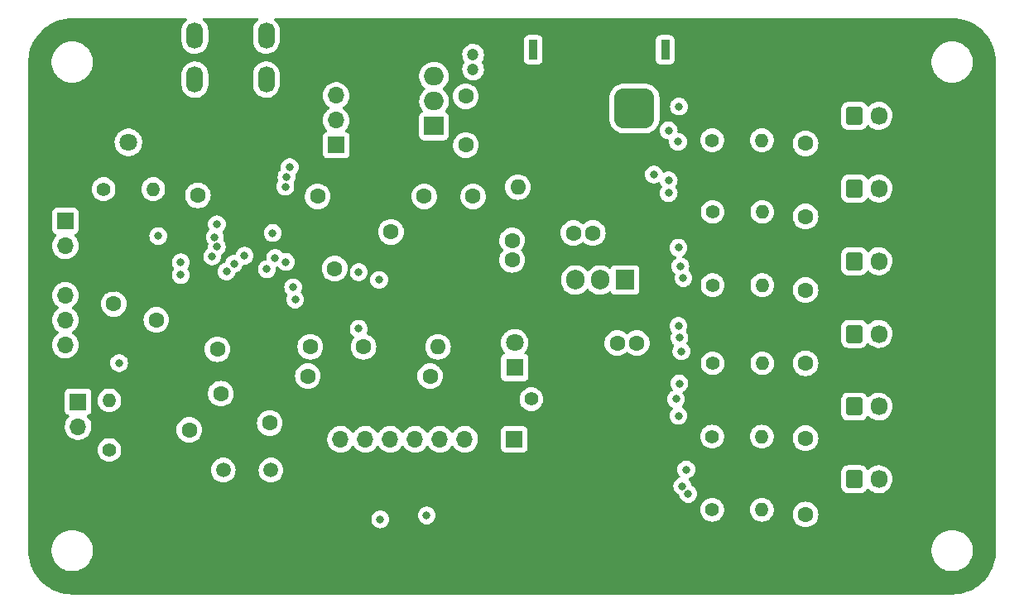
<source format=gbr>
%TF.GenerationSoftware,KiCad,Pcbnew,(6.0.11)*%
%TF.CreationDate,2024-03-05T22:48:33-08:00*%
%TF.ProjectId,bez_controller1v5,62657a5f-636f-46e7-9472-6f6c6c657231,rev?*%
%TF.SameCoordinates,Original*%
%TF.FileFunction,Copper,L3,Inr*%
%TF.FilePolarity,Positive*%
%FSLAX46Y46*%
G04 Gerber Fmt 4.6, Leading zero omitted, Abs format (unit mm)*
G04 Created by KiCad (PCBNEW (6.0.11)) date 2024-03-05 22:48:33*
%MOMM*%
%LPD*%
G01*
G04 APERTURE LIST*
G04 Aperture macros list*
%AMRoundRect*
0 Rectangle with rounded corners*
0 $1 Rounding radius*
0 $2 $3 $4 $5 $6 $7 $8 $9 X,Y pos of 4 corners*
0 Add a 4 corners polygon primitive as box body*
4,1,4,$2,$3,$4,$5,$6,$7,$8,$9,$2,$3,0*
0 Add four circle primitives for the rounded corners*
1,1,$1+$1,$2,$3*
1,1,$1+$1,$4,$5*
1,1,$1+$1,$6,$7*
1,1,$1+$1,$8,$9*
0 Add four rect primitives between the rounded corners*
20,1,$1+$1,$2,$3,$4,$5,0*
20,1,$1+$1,$4,$5,$6,$7,0*
20,1,$1+$1,$6,$7,$8,$9,0*
20,1,$1+$1,$8,$9,$2,$3,0*%
G04 Aperture macros list end*
%TA.AperFunction,ComponentPad*%
%ADD10R,1.700000X1.700000*%
%TD*%
%TA.AperFunction,ComponentPad*%
%ADD11O,1.700000X1.700000*%
%TD*%
%TA.AperFunction,ComponentPad*%
%ADD12C,1.600000*%
%TD*%
%TA.AperFunction,ComponentPad*%
%ADD13O,1.700000X1.850000*%
%TD*%
%TA.AperFunction,ComponentPad*%
%ADD14RoundRect,0.250000X-0.600000X-0.675000X0.600000X-0.675000X0.600000X0.675000X-0.600000X0.675000X0*%
%TD*%
%TA.AperFunction,ComponentPad*%
%ADD15C,1.400000*%
%TD*%
%TA.AperFunction,ComponentPad*%
%ADD16O,1.400000X1.400000*%
%TD*%
%TA.AperFunction,ComponentPad*%
%ADD17R,1.905000X2.000000*%
%TD*%
%TA.AperFunction,ComponentPad*%
%ADD18O,1.905000X2.000000*%
%TD*%
%TA.AperFunction,ComponentPad*%
%ADD19O,1.600000X1.600000*%
%TD*%
%TA.AperFunction,ComponentPad*%
%ADD20O,1.700000X2.700000*%
%TD*%
%TA.AperFunction,ComponentPad*%
%ADD21R,1.800000X1.800000*%
%TD*%
%TA.AperFunction,ComponentPad*%
%ADD22C,1.800000*%
%TD*%
%TA.AperFunction,ComponentPad*%
%ADD23C,1.500000*%
%TD*%
%TA.AperFunction,ComponentPad*%
%ADD24R,0.900000X2.000000*%
%TD*%
%TA.AperFunction,ComponentPad*%
%ADD25C,4.100000*%
%TD*%
%TA.AperFunction,ComponentPad*%
%ADD26RoundRect,1.025000X-1.025000X-1.025000X1.025000X-1.025000X1.025000X1.025000X-1.025000X1.025000X0*%
%TD*%
%TA.AperFunction,ComponentPad*%
%ADD27R,2.000000X1.905000*%
%TD*%
%TA.AperFunction,ComponentPad*%
%ADD28O,2.000000X1.905000*%
%TD*%
%TA.AperFunction,ComponentPad*%
%ADD29C,1.200000*%
%TD*%
%TA.AperFunction,ViaPad*%
%ADD30C,0.800000*%
%TD*%
G04 APERTURE END LIST*
D10*
%TO.N,+3.3V*%
%TO.C,J9*%
X24300000Y-42260000D03*
D11*
%TO.N,/TCK*%
X24300000Y-44800000D03*
%TO.N,GND*%
X24300000Y-47340000D03*
%TO.N,/TMS*%
X24300000Y-49880000D03*
%TO.N,/NRST*%
X24300000Y-52420000D03*
%TO.N,/SWO*%
X24300000Y-54960000D03*
%TD*%
D12*
%TO.N,GND*%
%TO.C,C5*%
X100000000Y-36800000D03*
%TO.N,+12V*%
X100000000Y-41800000D03*
%TD*%
%TO.N,+3.3V*%
%TO.C,C13*%
X29250000Y-50750000D03*
%TO.N,GND*%
X29250000Y-48750000D03*
%TD*%
D13*
%TO.N,GND*%
%TO.C,J1*%
X110000000Y-68700000D03*
%TO.N,+12V*%
X107500000Y-68700000D03*
D14*
%TO.N,/MOTOR_DATA1*%
X105000000Y-68700000D03*
%TD*%
D12*
%TO.N,+3.3V*%
%TO.C,C16*%
X50100000Y-39750000D03*
%TO.N,GND*%
X55100000Y-39750000D03*
%TD*%
%TO.N,+3.3V*%
%TO.C,C21*%
X61600000Y-58137500D03*
%TO.N,GND*%
X56600000Y-58137500D03*
%TD*%
%TO.N,/PH1-OSC_OUT*%
%TO.C,C25*%
X45200000Y-62937500D03*
%TO.N,GND*%
X40200000Y-62937500D03*
%TD*%
%TO.N,/PH0-OSC_IN*%
%TO.C,C24*%
X40200000Y-59937500D03*
%TO.N,GND*%
X45200000Y-59937500D03*
%TD*%
%TO.N,+6V*%
%TO.C,C9*%
X65250000Y-34500000D03*
%TO.N,/PWR_GND*%
X65250000Y-29500000D03*
%TD*%
%TO.N,GND*%
%TO.C,C4*%
X100000000Y-44325000D03*
%TO.N,+12V*%
X100000000Y-49325000D03*
%TD*%
D15*
%TO.N,+5V*%
%TO.C,R3*%
X90500000Y-56825000D03*
D16*
%TO.N,/MOTOR_DATA3*%
X95580000Y-56825000D03*
%TD*%
D13*
%TO.N,GND*%
%TO.C,J4*%
X110000000Y-46380000D03*
%TO.N,+12V*%
X107500000Y-46380000D03*
D14*
%TO.N,/MOTOR_DATA4*%
X105000000Y-46380000D03*
%TD*%
D12*
%TO.N,Net-(C23-Pad1)*%
%TO.C,C23*%
X57600000Y-43387500D03*
%TO.N,GND*%
X52600000Y-43387500D03*
%TD*%
D17*
%TO.N,+12V*%
%TO.C,U7*%
X81540000Y-48305000D03*
D18*
%TO.N,/PWR_GND*%
X79000000Y-48305000D03*
%TO.N,+6V*%
X76460000Y-48305000D03*
%TD*%
D10*
%TO.N,/power*%
%TO.C,J8*%
X70220000Y-64600000D03*
D11*
%TO.N,GND*%
X67680000Y-64600000D03*
%TO.N,/I2C_SCL*%
X65140000Y-64600000D03*
%TO.N,/I2C_SDA*%
X62600000Y-64600000D03*
%TO.N,unconnected-(J8-Pad5)*%
X60060000Y-64600000D03*
%TO.N,unconnected-(J8-Pad6)*%
X57520000Y-64600000D03*
%TO.N,unconnected-(J8-Pad7)*%
X54980000Y-64600000D03*
%TO.N,unconnected-(J8-Pad8)*%
X52440000Y-64600000D03*
%TD*%
D10*
%TO.N,VBUS*%
%TO.C,J7*%
X52000000Y-34500000D03*
D11*
%TO.N,/power*%
X52000000Y-31960000D03*
%TO.N,+5V*%
X52000000Y-29420000D03*
%TD*%
D12*
%TO.N,+3.3VA*%
%TO.C,FB2*%
X54790000Y-55137500D03*
D19*
%TO.N,+3.3V*%
X62410000Y-55137500D03*
%TD*%
D12*
%TO.N,GND*%
%TO.C,FB1*%
X78200000Y-38800000D03*
D19*
%TO.N,/PWR_GND*%
X70580000Y-38800000D03*
%TD*%
D12*
%TO.N,+3.3VA*%
%TO.C,C19*%
X49350000Y-55137500D03*
%TO.N,GND*%
X44350000Y-55137500D03*
%TD*%
D15*
%TO.N,+5V*%
%TO.C,R5*%
X90500000Y-41325000D03*
D16*
%TO.N,/MOTOR_DATA5*%
X95580000Y-41325000D03*
%TD*%
D12*
%TO.N,+3.3V*%
%TO.C,C18*%
X33600000Y-52387500D03*
%TO.N,GND*%
X33600000Y-47387500D03*
%TD*%
D13*
%TO.N,GND*%
%TO.C,J2*%
X110000000Y-61260000D03*
%TO.N,+12V*%
X107500000Y-61260000D03*
D14*
%TO.N,/MOTOR_DATA2*%
X105000000Y-61260000D03*
%TD*%
D12*
%TO.N,+3.3V*%
%TO.C,C17*%
X37850000Y-39637500D03*
%TO.N,GND*%
X37850000Y-34637500D03*
%TD*%
D13*
%TO.N,GND*%
%TO.C,J3*%
X110000000Y-53820000D03*
%TO.N,+12V*%
X107500000Y-53820000D03*
D14*
%TO.N,/MOTOR_DATA3*%
X105000000Y-53820000D03*
%TD*%
D15*
%TO.N,+5V*%
%TO.C,R6*%
X90460000Y-34000000D03*
D16*
%TO.N,/MOTOR_DATA6*%
X95540000Y-34000000D03*
%TD*%
D20*
%TO.N,unconnected-(J12-Pad6)*%
%TO.C,J12*%
X37550000Y-23300000D03*
X37550000Y-27800000D03*
X44850000Y-27800000D03*
X44850000Y-23300000D03*
%TD*%
D21*
%TO.N,Net-(D1-Pad1)*%
%TO.C,D1*%
X70250000Y-57275000D03*
D22*
%TO.N,+3.3V*%
X70250000Y-54735000D03*
%TD*%
D12*
%TO.N,/NRST*%
%TO.C,C22*%
X36970000Y-63637500D03*
%TO.N,GND*%
X36970000Y-58637500D03*
%TD*%
D15*
%TO.N,Net-(J11-Pad2)*%
%TO.C,R8*%
X28800000Y-65700000D03*
D16*
%TO.N,/BOOT0*%
X28800000Y-60620000D03*
%TD*%
D15*
%TO.N,Net-(D2-Pad2)*%
%TO.C,R9*%
X28210000Y-39000000D03*
D16*
%TO.N,Net-(R9-Pad2)*%
X33290000Y-39000000D03*
%TD*%
D21*
%TO.N,GND*%
%TO.C,D2*%
X30750000Y-31675000D03*
D22*
%TO.N,Net-(D2-Pad2)*%
X30750000Y-34215000D03*
%TD*%
D13*
%TO.N,GND*%
%TO.C,J6*%
X110000000Y-31500000D03*
%TO.N,+12V*%
X107500000Y-31500000D03*
D14*
%TO.N,/MOTOR_DATA6*%
X105000000Y-31500000D03*
%TD*%
D12*
%TO.N,GND*%
%TO.C,C1*%
X100000000Y-67300000D03*
%TO.N,+12V*%
X100000000Y-72300000D03*
%TD*%
D10*
%TO.N,+3.3V*%
%TO.C,J11*%
X25600000Y-60760000D03*
D11*
%TO.N,Net-(J11-Pad2)*%
X25600000Y-63300000D03*
%TO.N,GND*%
X25600000Y-65840000D03*
%TD*%
D12*
%TO.N,+12V*%
%TO.C,C7*%
X82750000Y-54750000D03*
%TO.N,/PWR_GND*%
X80750000Y-54750000D03*
%TD*%
%TO.N,GND*%
%TO.C,C6*%
X100000000Y-29325000D03*
%TO.N,+12V*%
X100000000Y-34325000D03*
%TD*%
%TO.N,+3.3VA*%
%TO.C,C20*%
X49100000Y-58137500D03*
%TO.N,GND*%
X54100000Y-58137500D03*
%TD*%
%TO.N,GND*%
%TO.C,C3*%
X100000000Y-51825000D03*
%TO.N,+12V*%
X100000000Y-56825000D03*
%TD*%
D23*
%TO.N,/PH0-OSC_IN*%
%TO.C,Y1*%
X40450000Y-67750000D03*
%TO.N,/PH1-OSC_OUT*%
X45330000Y-67750000D03*
%TD*%
D12*
%TO.N,/power*%
%TO.C,C11*%
X61000000Y-39750000D03*
%TO.N,/PWR_GND*%
X66000000Y-39750000D03*
%TD*%
D24*
%TO.N,*%
%TO.C,J10*%
X72150000Y-24750000D03*
X85650000Y-24750000D03*
D25*
%TO.N,GND*%
X75300000Y-30750000D03*
D26*
%TO.N,+12V*%
X82500000Y-30750000D03*
%TD*%
D15*
%TO.N,+5V*%
%TO.C,R4*%
X90500000Y-48825000D03*
D16*
%TO.N,/MOTOR_DATA4*%
X95580000Y-48825000D03*
%TD*%
D12*
%TO.N,+3.3V*%
%TO.C,C15*%
X51850000Y-47137500D03*
%TO.N,GND*%
X51850000Y-52137500D03*
%TD*%
%TO.N,+6V*%
%TO.C,C8*%
X76250000Y-43500000D03*
%TO.N,/PWR_GND*%
X78250000Y-43500000D03*
%TD*%
D15*
%TO.N,Net-(D1-Pad1)*%
%TO.C,R7*%
X71960000Y-60500000D03*
D16*
%TO.N,GND*%
X77040000Y-60500000D03*
%TD*%
D12*
%TO.N,GND*%
%TO.C,C2*%
X100000000Y-59500000D03*
%TO.N,+12V*%
X100000000Y-64500000D03*
%TD*%
D27*
%TO.N,+6V*%
%TO.C,U8*%
X62000000Y-32540000D03*
D28*
%TO.N,/PWR_GND*%
X62000000Y-30000000D03*
%TO.N,+5V*%
X62000000Y-27460000D03*
%TD*%
D15*
%TO.N,+5V*%
%TO.C,R1*%
X90460000Y-71825000D03*
D16*
%TO.N,/MOTOR_DATA1*%
X95540000Y-71825000D03*
%TD*%
D29*
%TO.N,+5V*%
%TO.C,C10*%
X66000000Y-25250000D03*
%TO.N,/PWR_GND*%
X66000000Y-26750000D03*
%TD*%
D12*
%TO.N,+3.3V*%
%TO.C,C14*%
X39850000Y-55387500D03*
%TO.N,GND*%
X34850000Y-55387500D03*
%TD*%
%TO.N,+3.3V*%
%TO.C,C12*%
X70000000Y-46250000D03*
%TO.N,/PWR_GND*%
X70000000Y-44250000D03*
%TD*%
D15*
%TO.N,+5V*%
%TO.C,R2*%
X90460000Y-64325000D03*
D16*
%TO.N,/MOTOR_DATA2*%
X95540000Y-64325000D03*
%TD*%
D13*
%TO.N,GND*%
%TO.C,J5*%
X110000000Y-38940000D03*
%TO.N,+12V*%
X107500000Y-38940000D03*
D14*
%TO.N,/MOTOR_DATA5*%
X105000000Y-38940000D03*
%TD*%
D30*
%TO.N,/I2C_SCL*%
X36100000Y-46500000D03*
X61250000Y-72400000D03*
%TO.N,/I2C_SDA*%
X56500000Y-72800000D03*
X36100000Y-47800000D03*
%TO.N,/TMS*%
X39800000Y-42600000D03*
X33800000Y-43800000D03*
%TO.N,/BOOT0*%
X29800000Y-56800000D03*
%TO.N,/USART1_DIR*%
X88000000Y-70200000D03*
X40791621Y-47429913D03*
%TO.N,/USART2_DIR*%
X47600000Y-49049500D03*
X87000000Y-62200000D03*
%TO.N,/USART3_DIR*%
X87300000Y-55600000D03*
X45500000Y-43500000D03*
%TO.N,/USART4_DIR*%
X44900000Y-47200000D03*
X87500000Y-48100000D03*
%TO.N,/USART5_DIR*%
X86000000Y-39400000D03*
X39312500Y-45887500D03*
%TO.N,/USART6_DIR*%
X46800000Y-38749003D03*
X86960308Y-34160307D03*
%TO.N,/USART5_TX*%
X84500000Y-37500000D03*
X39580898Y-43909584D03*
%TO.N,/USART5_RX*%
X86000000Y-38099500D03*
X39787500Y-44887500D03*
%TO.N,/USART6_TX*%
X87050000Y-30550000D03*
X46915585Y-37750000D03*
%TO.N,/USART6_RX*%
X47250000Y-36750000D03*
X86000000Y-33000000D03*
%TO.N,/USART3_TX*%
X87000000Y-53000000D03*
X56387500Y-48287500D03*
%TO.N,/USART3_RX*%
X87100000Y-54200000D03*
X54300000Y-47500000D03*
%TO.N,/USART4_TX*%
X87000000Y-45000000D03*
X45750000Y-46050000D03*
%TO.N,/USART4_RX*%
X46850000Y-46450000D03*
X87200000Y-46900000D03*
%TO.N,/USART1_TX*%
X42620023Y-45820023D03*
X87800000Y-67700000D03*
%TO.N,/USART1_RX*%
X41541121Y-46650468D03*
X87400000Y-69400000D03*
%TO.N,/USART2_TX*%
X54300000Y-53300000D03*
X87100000Y-58900000D03*
%TO.N,/USART2_RX*%
X86750000Y-60500000D03*
X47800000Y-50300000D03*
%TD*%
%TA.AperFunction,Conductor*%
%TO.N,GND*%
G36*
X36696166Y-21528502D02*
G01*
X36742659Y-21582158D01*
X36752763Y-21652432D01*
X36723269Y-21717012D01*
X36710625Y-21729666D01*
X36576588Y-21845977D01*
X36572555Y-21849477D01*
X36569168Y-21853608D01*
X36429760Y-22023627D01*
X36429756Y-22023633D01*
X36426376Y-22027755D01*
X36312325Y-22228114D01*
X36233663Y-22444825D01*
X36232714Y-22450074D01*
X36232713Y-22450077D01*
X36193377Y-22667608D01*
X36193376Y-22667615D01*
X36192639Y-22671692D01*
X36191500Y-22695844D01*
X36191500Y-23857890D01*
X36191725Y-23860539D01*
X36200977Y-23969575D01*
X36206080Y-24029720D01*
X36207418Y-24034875D01*
X36207419Y-24034881D01*
X36262007Y-24245198D01*
X36263999Y-24252872D01*
X36266191Y-24257738D01*
X36266192Y-24257741D01*
X36315349Y-24366865D01*
X36358688Y-24463075D01*
X36487441Y-24654319D01*
X36646576Y-24821135D01*
X36650854Y-24824318D01*
X36661539Y-24832268D01*
X36831542Y-24958754D01*
X36836293Y-24961170D01*
X36836297Y-24961172D01*
X36934296Y-25010997D01*
X37037051Y-25063240D01*
X37042145Y-25064822D01*
X37042148Y-25064823D01*
X37242020Y-25126885D01*
X37257227Y-25131607D01*
X37262516Y-25132308D01*
X37480489Y-25161198D01*
X37480494Y-25161198D01*
X37485774Y-25161898D01*
X37491103Y-25161698D01*
X37491105Y-25161698D01*
X37600966Y-25157574D01*
X37716158Y-25153249D01*
X37941791Y-25105907D01*
X37946750Y-25103949D01*
X37946752Y-25103948D01*
X38151256Y-25023185D01*
X38151258Y-25023184D01*
X38156221Y-25021224D01*
X38255184Y-24961172D01*
X38348757Y-24904390D01*
X38348756Y-24904390D01*
X38353317Y-24901623D01*
X38411601Y-24851047D01*
X38523412Y-24754023D01*
X38523414Y-24754021D01*
X38527445Y-24750523D01*
X38598634Y-24663702D01*
X38670240Y-24576373D01*
X38670244Y-24576367D01*
X38673624Y-24572245D01*
X38714080Y-24501175D01*
X38785032Y-24376529D01*
X38787675Y-24371886D01*
X38866337Y-24155175D01*
X38868871Y-24141162D01*
X38906623Y-23932392D01*
X38906624Y-23932385D01*
X38907361Y-23928308D01*
X38908500Y-23904156D01*
X38908500Y-22742110D01*
X38893920Y-22570280D01*
X38892582Y-22565125D01*
X38892581Y-22565119D01*
X38837343Y-22352297D01*
X38837342Y-22352293D01*
X38836001Y-22347128D01*
X38741312Y-22136925D01*
X38612559Y-21945681D01*
X38599377Y-21931862D01*
X38457103Y-21782722D01*
X38453424Y-21778865D01*
X38395259Y-21735589D01*
X38352546Y-21678879D01*
X38347273Y-21608078D01*
X38381115Y-21545666D01*
X38443328Y-21511459D01*
X38470472Y-21508500D01*
X43928045Y-21508500D01*
X43996166Y-21528502D01*
X44042659Y-21582158D01*
X44052763Y-21652432D01*
X44023269Y-21717012D01*
X44010625Y-21729666D01*
X43876588Y-21845977D01*
X43872555Y-21849477D01*
X43869168Y-21853608D01*
X43729760Y-22023627D01*
X43729756Y-22023633D01*
X43726376Y-22027755D01*
X43612325Y-22228114D01*
X43533663Y-22444825D01*
X43532714Y-22450074D01*
X43532713Y-22450077D01*
X43493377Y-22667608D01*
X43493376Y-22667615D01*
X43492639Y-22671692D01*
X43491500Y-22695844D01*
X43491500Y-23857890D01*
X43491725Y-23860539D01*
X43500977Y-23969575D01*
X43506080Y-24029720D01*
X43507418Y-24034875D01*
X43507419Y-24034881D01*
X43562007Y-24245198D01*
X43563999Y-24252872D01*
X43566191Y-24257738D01*
X43566192Y-24257741D01*
X43615349Y-24366865D01*
X43658688Y-24463075D01*
X43787441Y-24654319D01*
X43946576Y-24821135D01*
X43950854Y-24824318D01*
X43961539Y-24832268D01*
X44131542Y-24958754D01*
X44136293Y-24961170D01*
X44136297Y-24961172D01*
X44234296Y-25010997D01*
X44337051Y-25063240D01*
X44342145Y-25064822D01*
X44342148Y-25064823D01*
X44542020Y-25126885D01*
X44557227Y-25131607D01*
X44562516Y-25132308D01*
X44780489Y-25161198D01*
X44780494Y-25161198D01*
X44785774Y-25161898D01*
X44791103Y-25161698D01*
X44791105Y-25161698D01*
X44900966Y-25157574D01*
X45016158Y-25153249D01*
X45241791Y-25105907D01*
X45246750Y-25103949D01*
X45246752Y-25103948D01*
X45451256Y-25023185D01*
X45451258Y-25023184D01*
X45456221Y-25021224D01*
X45555184Y-24961172D01*
X45648757Y-24904390D01*
X45648756Y-24904390D01*
X45653317Y-24901623D01*
X45711601Y-24851047D01*
X45823412Y-24754023D01*
X45823414Y-24754021D01*
X45827445Y-24750523D01*
X45898634Y-24663702D01*
X45970240Y-24576373D01*
X45970244Y-24576367D01*
X45973624Y-24572245D01*
X46014080Y-24501175D01*
X46085032Y-24376529D01*
X46087675Y-24371886D01*
X46166337Y-24155175D01*
X46168871Y-24141162D01*
X46206623Y-23932392D01*
X46206624Y-23932385D01*
X46207361Y-23928308D01*
X46208500Y-23904156D01*
X46208500Y-22742110D01*
X46193920Y-22570280D01*
X46192582Y-22565125D01*
X46192581Y-22565119D01*
X46137343Y-22352297D01*
X46137342Y-22352293D01*
X46136001Y-22347128D01*
X46041312Y-22136925D01*
X45912559Y-21945681D01*
X45899377Y-21931862D01*
X45757103Y-21782722D01*
X45753424Y-21778865D01*
X45695259Y-21735589D01*
X45652546Y-21678879D01*
X45647273Y-21608078D01*
X45681115Y-21545666D01*
X45743328Y-21511459D01*
X45770472Y-21508500D01*
X114950633Y-21508500D01*
X114970018Y-21510000D01*
X114984851Y-21512310D01*
X114984855Y-21512310D01*
X114993724Y-21513691D01*
X115014183Y-21511016D01*
X115036007Y-21510072D01*
X115385965Y-21525352D01*
X115396913Y-21526310D01*
X115774498Y-21576019D01*
X115785307Y-21577926D01*
X116157114Y-21660353D01*
X116167731Y-21663198D01*
X116530939Y-21777718D01*
X116541254Y-21781471D01*
X116893123Y-21927220D01*
X116903067Y-21931858D01*
X117096196Y-22032394D01*
X117240867Y-22107705D01*
X117250387Y-22113201D01*
X117571574Y-22317820D01*
X117580578Y-22324124D01*
X117882716Y-22555962D01*
X117891137Y-22563028D01*
X118171914Y-22820314D01*
X118179686Y-22828086D01*
X118436972Y-23108863D01*
X118444038Y-23117284D01*
X118675876Y-23419422D01*
X118682180Y-23428426D01*
X118886799Y-23749613D01*
X118892294Y-23759132D01*
X119053752Y-24069288D01*
X119068138Y-24096924D01*
X119072780Y-24106877D01*
X119218526Y-24458739D01*
X119222282Y-24469061D01*
X119309725Y-24746392D01*
X119336802Y-24832268D01*
X119339647Y-24842885D01*
X119386202Y-25052880D01*
X119422073Y-25214685D01*
X119423981Y-25225502D01*
X119461420Y-25509883D01*
X119473690Y-25603086D01*
X119474648Y-25614035D01*
X119486285Y-25880551D01*
X119489603Y-25956552D01*
X119488223Y-25981429D01*
X119486309Y-25993724D01*
X119487473Y-26002626D01*
X119487473Y-26002628D01*
X119488388Y-26009625D01*
X119489921Y-26021342D01*
X119490436Y-26025283D01*
X119491500Y-26041621D01*
X119491500Y-75950633D01*
X119490000Y-75970018D01*
X119487690Y-75984851D01*
X119487690Y-75984855D01*
X119486309Y-75993724D01*
X119488984Y-76014183D01*
X119489928Y-76036007D01*
X119484742Y-76154784D01*
X119474648Y-76385964D01*
X119473690Y-76396913D01*
X119431696Y-76715898D01*
X119423982Y-76774490D01*
X119422074Y-76785307D01*
X119378292Y-76982799D01*
X119339647Y-77157114D01*
X119336802Y-77167731D01*
X119247910Y-77449661D01*
X119222285Y-77530932D01*
X119218529Y-77541254D01*
X119107329Y-77809715D01*
X119072784Y-77893114D01*
X119068142Y-77903067D01*
X118968815Y-78093873D01*
X118892295Y-78240867D01*
X118886799Y-78250387D01*
X118682180Y-78571574D01*
X118675876Y-78580578D01*
X118444038Y-78882716D01*
X118436972Y-78891137D01*
X118179686Y-79171914D01*
X118171914Y-79179686D01*
X117891137Y-79436972D01*
X117882716Y-79444038D01*
X117580578Y-79675876D01*
X117571574Y-79682180D01*
X117250387Y-79886799D01*
X117240868Y-79892294D01*
X116903067Y-80068142D01*
X116893123Y-80072780D01*
X116541254Y-80218529D01*
X116530939Y-80222282D01*
X116167732Y-80336802D01*
X116157115Y-80339647D01*
X115785307Y-80422074D01*
X115774498Y-80423981D01*
X115396914Y-80473690D01*
X115385965Y-80474648D01*
X115043446Y-80489603D01*
X115018571Y-80488223D01*
X115006276Y-80486309D01*
X114997374Y-80487473D01*
X114997372Y-80487473D01*
X114982323Y-80489441D01*
X114974714Y-80490436D01*
X114958379Y-80491500D01*
X25049367Y-80491500D01*
X25029982Y-80490000D01*
X25015149Y-80487690D01*
X25015145Y-80487690D01*
X25006276Y-80486309D01*
X24985817Y-80488984D01*
X24963993Y-80489928D01*
X24614035Y-80474648D01*
X24603086Y-80473690D01*
X24225502Y-80423981D01*
X24214693Y-80422074D01*
X23842885Y-80339647D01*
X23832268Y-80336802D01*
X23469061Y-80222282D01*
X23458746Y-80218529D01*
X23106877Y-80072780D01*
X23096933Y-80068142D01*
X22759132Y-79892294D01*
X22749613Y-79886799D01*
X22428426Y-79682180D01*
X22419422Y-79675876D01*
X22117284Y-79444038D01*
X22108863Y-79436972D01*
X21828086Y-79179686D01*
X21820314Y-79171914D01*
X21563028Y-78891137D01*
X21555962Y-78882716D01*
X21324124Y-78580578D01*
X21317820Y-78571574D01*
X21113201Y-78250387D01*
X21107705Y-78240867D01*
X21031185Y-78093873D01*
X20931858Y-77903067D01*
X20927216Y-77893114D01*
X20892672Y-77809715D01*
X20781471Y-77541254D01*
X20777715Y-77530932D01*
X20752091Y-77449661D01*
X20663198Y-77167731D01*
X20660353Y-77157114D01*
X20621708Y-76982799D01*
X20577926Y-76785307D01*
X20576018Y-76774490D01*
X20568305Y-76715898D01*
X20526310Y-76396913D01*
X20525352Y-76385964D01*
X20515258Y-76154784D01*
X20514294Y-76132703D01*
X22890743Y-76132703D01*
X22928268Y-76417734D01*
X23004129Y-76695036D01*
X23005813Y-76698984D01*
X23094730Y-76907445D01*
X23116923Y-76959476D01*
X23128693Y-76979142D01*
X23241562Y-77167732D01*
X23264561Y-77206161D01*
X23444313Y-77430528D01*
X23652851Y-77628423D01*
X23675787Y-77644904D01*
X23877898Y-77790136D01*
X23886317Y-77796186D01*
X23890112Y-77798195D01*
X23890113Y-77798196D01*
X23911869Y-77809715D01*
X24140392Y-77930712D01*
X24410373Y-78029511D01*
X24691264Y-78090755D01*
X24719841Y-78093004D01*
X24914282Y-78108307D01*
X24914291Y-78108307D01*
X24916739Y-78108500D01*
X25072271Y-78108500D01*
X25074407Y-78108354D01*
X25074418Y-78108354D01*
X25282548Y-78094165D01*
X25282554Y-78094164D01*
X25286825Y-78093873D01*
X25291020Y-78093004D01*
X25291022Y-78093004D01*
X25427583Y-78064724D01*
X25568342Y-78035574D01*
X25839343Y-77939607D01*
X26094812Y-77807750D01*
X26098313Y-77805289D01*
X26098317Y-77805287D01*
X26212418Y-77725095D01*
X26330023Y-77642441D01*
X26408403Y-77569606D01*
X26537479Y-77449661D01*
X26537481Y-77449658D01*
X26540622Y-77446740D01*
X26722713Y-77224268D01*
X26872927Y-76979142D01*
X26988483Y-76715898D01*
X27067244Y-76439406D01*
X27107751Y-76154784D01*
X27107845Y-76136951D01*
X27107867Y-76132703D01*
X112890743Y-76132703D01*
X112928268Y-76417734D01*
X113004129Y-76695036D01*
X113005813Y-76698984D01*
X113094730Y-76907445D01*
X113116923Y-76959476D01*
X113128693Y-76979142D01*
X113241562Y-77167732D01*
X113264561Y-77206161D01*
X113444313Y-77430528D01*
X113652851Y-77628423D01*
X113675787Y-77644904D01*
X113877898Y-77790136D01*
X113886317Y-77796186D01*
X113890112Y-77798195D01*
X113890113Y-77798196D01*
X113911869Y-77809715D01*
X114140392Y-77930712D01*
X114410373Y-78029511D01*
X114691264Y-78090755D01*
X114719841Y-78093004D01*
X114914282Y-78108307D01*
X114914291Y-78108307D01*
X114916739Y-78108500D01*
X115072271Y-78108500D01*
X115074407Y-78108354D01*
X115074418Y-78108354D01*
X115282548Y-78094165D01*
X115282554Y-78094164D01*
X115286825Y-78093873D01*
X115291020Y-78093004D01*
X115291022Y-78093004D01*
X115427583Y-78064724D01*
X115568342Y-78035574D01*
X115839343Y-77939607D01*
X116094812Y-77807750D01*
X116098313Y-77805289D01*
X116098317Y-77805287D01*
X116212418Y-77725095D01*
X116330023Y-77642441D01*
X116408403Y-77569606D01*
X116537479Y-77449661D01*
X116537481Y-77449658D01*
X116540622Y-77446740D01*
X116722713Y-77224268D01*
X116872927Y-76979142D01*
X116988483Y-76715898D01*
X117067244Y-76439406D01*
X117107751Y-76154784D01*
X117107845Y-76136951D01*
X117109235Y-75871583D01*
X117109235Y-75871576D01*
X117109257Y-75867297D01*
X117071732Y-75582266D01*
X116995871Y-75304964D01*
X116883077Y-75040524D01*
X116735439Y-74793839D01*
X116555687Y-74569472D01*
X116347149Y-74371577D01*
X116113683Y-74203814D01*
X116091843Y-74192250D01*
X116068654Y-74179972D01*
X115859608Y-74069288D01*
X115589627Y-73970489D01*
X115308736Y-73909245D01*
X115277685Y-73906801D01*
X115085718Y-73891693D01*
X115085709Y-73891693D01*
X115083261Y-73891500D01*
X114927729Y-73891500D01*
X114925593Y-73891646D01*
X114925582Y-73891646D01*
X114717452Y-73905835D01*
X114717446Y-73905836D01*
X114713175Y-73906127D01*
X114708980Y-73906996D01*
X114708978Y-73906996D01*
X114572416Y-73935277D01*
X114431658Y-73964426D01*
X114160657Y-74060393D01*
X113905188Y-74192250D01*
X113901687Y-74194711D01*
X113901683Y-74194713D01*
X113891594Y-74201804D01*
X113669977Y-74357559D01*
X113459378Y-74553260D01*
X113277287Y-74775732D01*
X113127073Y-75020858D01*
X113011517Y-75284102D01*
X112932756Y-75560594D01*
X112892249Y-75845216D01*
X112892227Y-75849505D01*
X112892226Y-75849512D01*
X112890765Y-76128417D01*
X112890743Y-76132703D01*
X27107867Y-76132703D01*
X27109235Y-75871583D01*
X27109235Y-75871576D01*
X27109257Y-75867297D01*
X27071732Y-75582266D01*
X26995871Y-75304964D01*
X26883077Y-75040524D01*
X26735439Y-74793839D01*
X26555687Y-74569472D01*
X26347149Y-74371577D01*
X26113683Y-74203814D01*
X26091843Y-74192250D01*
X26068654Y-74179972D01*
X25859608Y-74069288D01*
X25589627Y-73970489D01*
X25308736Y-73909245D01*
X25277685Y-73906801D01*
X25085718Y-73891693D01*
X25085709Y-73891693D01*
X25083261Y-73891500D01*
X24927729Y-73891500D01*
X24925593Y-73891646D01*
X24925582Y-73891646D01*
X24717452Y-73905835D01*
X24717446Y-73905836D01*
X24713175Y-73906127D01*
X24708980Y-73906996D01*
X24708978Y-73906996D01*
X24572416Y-73935277D01*
X24431658Y-73964426D01*
X24160657Y-74060393D01*
X23905188Y-74192250D01*
X23901687Y-74194711D01*
X23901683Y-74194713D01*
X23891594Y-74201804D01*
X23669977Y-74357559D01*
X23459378Y-74553260D01*
X23277287Y-74775732D01*
X23127073Y-75020858D01*
X23011517Y-75284102D01*
X22932756Y-75560594D01*
X22892249Y-75845216D01*
X22892227Y-75849505D01*
X22892226Y-75849512D01*
X22890765Y-76128417D01*
X22890743Y-76132703D01*
X20514294Y-76132703D01*
X20510561Y-76047206D01*
X20512188Y-76020805D01*
X20512769Y-76017352D01*
X20512770Y-76017345D01*
X20513576Y-76012552D01*
X20513729Y-76000000D01*
X20509773Y-75972376D01*
X20508500Y-75954514D01*
X20508500Y-72800000D01*
X55586496Y-72800000D01*
X55587186Y-72806565D01*
X55603445Y-72961257D01*
X55606458Y-72989928D01*
X55665473Y-73171556D01*
X55760960Y-73336944D01*
X55888747Y-73478866D01*
X56043248Y-73591118D01*
X56049276Y-73593802D01*
X56049278Y-73593803D01*
X56211681Y-73666109D01*
X56217712Y-73668794D01*
X56311112Y-73688647D01*
X56398056Y-73707128D01*
X56398061Y-73707128D01*
X56404513Y-73708500D01*
X56595487Y-73708500D01*
X56601939Y-73707128D01*
X56601944Y-73707128D01*
X56688888Y-73688647D01*
X56782288Y-73668794D01*
X56788319Y-73666109D01*
X56950722Y-73593803D01*
X56950724Y-73593802D01*
X56956752Y-73591118D01*
X57111253Y-73478866D01*
X57239040Y-73336944D01*
X57334527Y-73171556D01*
X57393542Y-72989928D01*
X57396556Y-72961257D01*
X57412814Y-72806565D01*
X57413504Y-72800000D01*
X57393542Y-72610072D01*
X57334527Y-72428444D01*
X57318105Y-72400000D01*
X60336496Y-72400000D01*
X60356458Y-72589928D01*
X60415473Y-72771556D01*
X60510960Y-72936944D01*
X60515378Y-72941851D01*
X60515379Y-72941852D01*
X60634325Y-73073955D01*
X60638747Y-73078866D01*
X60793248Y-73191118D01*
X60799276Y-73193802D01*
X60799278Y-73193803D01*
X60961681Y-73266109D01*
X60967712Y-73268794D01*
X61061113Y-73288647D01*
X61148056Y-73307128D01*
X61148061Y-73307128D01*
X61154513Y-73308500D01*
X61345487Y-73308500D01*
X61351939Y-73307128D01*
X61351944Y-73307128D01*
X61438887Y-73288647D01*
X61532288Y-73268794D01*
X61538319Y-73266109D01*
X61700722Y-73193803D01*
X61700724Y-73193802D01*
X61706752Y-73191118D01*
X61861253Y-73078866D01*
X61865675Y-73073955D01*
X61984621Y-72941852D01*
X61984622Y-72941851D01*
X61989040Y-72936944D01*
X62084527Y-72771556D01*
X62143542Y-72589928D01*
X62163504Y-72400000D01*
X62143542Y-72210072D01*
X62084527Y-72028444D01*
X61989040Y-71863056D01*
X61954774Y-71825000D01*
X89246884Y-71825000D01*
X89265314Y-72035655D01*
X89266738Y-72040968D01*
X89266738Y-72040970D01*
X89287178Y-72117251D01*
X89320044Y-72239910D01*
X89322366Y-72244891D01*
X89322367Y-72244892D01*
X89397757Y-72406565D01*
X89409411Y-72431558D01*
X89530699Y-72604776D01*
X89680224Y-72754301D01*
X89853442Y-72875589D01*
X89858420Y-72877910D01*
X89858423Y-72877912D01*
X89985018Y-72936944D01*
X90045090Y-72964956D01*
X90050398Y-72966378D01*
X90050400Y-72966379D01*
X90244030Y-73018262D01*
X90244032Y-73018262D01*
X90249345Y-73019686D01*
X90460000Y-73038116D01*
X90670655Y-73019686D01*
X90675968Y-73018262D01*
X90675970Y-73018262D01*
X90869600Y-72966379D01*
X90869602Y-72966378D01*
X90874910Y-72964956D01*
X90934982Y-72936944D01*
X91061577Y-72877912D01*
X91061580Y-72877910D01*
X91066558Y-72875589D01*
X91239776Y-72754301D01*
X91389301Y-72604776D01*
X91510589Y-72431558D01*
X91522244Y-72406565D01*
X91597633Y-72244892D01*
X91597634Y-72244891D01*
X91599956Y-72239910D01*
X91632823Y-72117251D01*
X91653262Y-72040970D01*
X91653262Y-72040968D01*
X91654686Y-72035655D01*
X91673116Y-71825000D01*
X94326884Y-71825000D01*
X94345314Y-72035655D01*
X94346738Y-72040968D01*
X94346738Y-72040970D01*
X94367178Y-72117251D01*
X94400044Y-72239910D01*
X94402366Y-72244891D01*
X94402367Y-72244892D01*
X94477757Y-72406565D01*
X94489411Y-72431558D01*
X94610699Y-72604776D01*
X94760224Y-72754301D01*
X94933442Y-72875589D01*
X94938420Y-72877910D01*
X94938423Y-72877912D01*
X95065018Y-72936944D01*
X95125090Y-72964956D01*
X95130398Y-72966378D01*
X95130400Y-72966379D01*
X95324030Y-73018262D01*
X95324032Y-73018262D01*
X95329345Y-73019686D01*
X95540000Y-73038116D01*
X95750655Y-73019686D01*
X95755968Y-73018262D01*
X95755970Y-73018262D01*
X95949600Y-72966379D01*
X95949602Y-72966378D01*
X95954910Y-72964956D01*
X96014982Y-72936944D01*
X96141577Y-72877912D01*
X96141580Y-72877910D01*
X96146558Y-72875589D01*
X96319776Y-72754301D01*
X96469301Y-72604776D01*
X96590589Y-72431558D01*
X96602244Y-72406565D01*
X96651936Y-72300000D01*
X98686502Y-72300000D01*
X98706457Y-72528087D01*
X98707881Y-72533400D01*
X98707881Y-72533402D01*
X98730184Y-72616635D01*
X98765716Y-72749243D01*
X98768039Y-72754224D01*
X98768039Y-72754225D01*
X98860151Y-72951762D01*
X98860154Y-72951767D01*
X98862477Y-72956749D01*
X98993802Y-73144300D01*
X99155700Y-73306198D01*
X99160208Y-73309355D01*
X99160211Y-73309357D01*
X99206619Y-73341852D01*
X99343251Y-73437523D01*
X99348233Y-73439846D01*
X99348238Y-73439849D01*
X99545775Y-73531961D01*
X99550757Y-73534284D01*
X99556065Y-73535706D01*
X99556067Y-73535707D01*
X99766598Y-73592119D01*
X99766600Y-73592119D01*
X99771913Y-73593543D01*
X100000000Y-73613498D01*
X100228087Y-73593543D01*
X100233400Y-73592119D01*
X100233402Y-73592119D01*
X100443933Y-73535707D01*
X100443935Y-73535706D01*
X100449243Y-73534284D01*
X100454225Y-73531961D01*
X100651762Y-73439849D01*
X100651767Y-73439846D01*
X100656749Y-73437523D01*
X100793381Y-73341852D01*
X100839789Y-73309357D01*
X100839792Y-73309355D01*
X100844300Y-73306198D01*
X101006198Y-73144300D01*
X101137523Y-72956749D01*
X101139846Y-72951767D01*
X101139849Y-72951762D01*
X101231961Y-72754225D01*
X101231961Y-72754224D01*
X101234284Y-72749243D01*
X101269817Y-72616635D01*
X101292119Y-72533402D01*
X101292119Y-72533400D01*
X101293543Y-72528087D01*
X101313498Y-72300000D01*
X101293543Y-72071913D01*
X101282359Y-72030175D01*
X101235707Y-71856067D01*
X101235706Y-71856065D01*
X101234284Y-71850757D01*
X101231961Y-71845775D01*
X101139849Y-71648238D01*
X101139846Y-71648233D01*
X101137523Y-71643251D01*
X101006198Y-71455700D01*
X100844300Y-71293802D01*
X100839792Y-71290645D01*
X100839789Y-71290643D01*
X100730241Y-71213937D01*
X100656749Y-71162477D01*
X100651767Y-71160154D01*
X100651762Y-71160151D01*
X100454225Y-71068039D01*
X100454224Y-71068039D01*
X100449243Y-71065716D01*
X100443935Y-71064294D01*
X100443933Y-71064293D01*
X100233402Y-71007881D01*
X100233400Y-71007881D01*
X100228087Y-71006457D01*
X100000000Y-70986502D01*
X99771913Y-71006457D01*
X99766600Y-71007881D01*
X99766598Y-71007881D01*
X99556067Y-71064293D01*
X99556065Y-71064294D01*
X99550757Y-71065716D01*
X99545776Y-71068039D01*
X99545775Y-71068039D01*
X99348238Y-71160151D01*
X99348233Y-71160154D01*
X99343251Y-71162477D01*
X99269759Y-71213937D01*
X99160211Y-71290643D01*
X99160208Y-71290645D01*
X99155700Y-71293802D01*
X98993802Y-71455700D01*
X98862477Y-71643251D01*
X98860154Y-71648233D01*
X98860151Y-71648238D01*
X98768039Y-71845775D01*
X98765716Y-71850757D01*
X98764294Y-71856065D01*
X98764293Y-71856067D01*
X98717641Y-72030175D01*
X98706457Y-72071913D01*
X98686502Y-72300000D01*
X96651936Y-72300000D01*
X96677633Y-72244892D01*
X96677634Y-72244891D01*
X96679956Y-72239910D01*
X96712823Y-72117251D01*
X96733262Y-72040970D01*
X96733262Y-72040968D01*
X96734686Y-72035655D01*
X96753116Y-71825000D01*
X96734686Y-71614345D01*
X96732503Y-71606197D01*
X96681379Y-71415400D01*
X96681378Y-71415398D01*
X96679956Y-71410090D01*
X96590589Y-71218442D01*
X96469301Y-71045224D01*
X96319776Y-70895699D01*
X96146558Y-70774411D01*
X96141580Y-70772090D01*
X96141577Y-70772088D01*
X95959892Y-70687367D01*
X95959891Y-70687366D01*
X95954910Y-70685044D01*
X95949602Y-70683622D01*
X95949600Y-70683621D01*
X95755970Y-70631738D01*
X95755968Y-70631738D01*
X95750655Y-70630314D01*
X95540000Y-70611884D01*
X95329345Y-70630314D01*
X95324032Y-70631738D01*
X95324030Y-70631738D01*
X95130400Y-70683621D01*
X95130398Y-70683622D01*
X95125090Y-70685044D01*
X95120109Y-70687366D01*
X95120108Y-70687367D01*
X94938423Y-70772088D01*
X94938420Y-70772090D01*
X94933442Y-70774411D01*
X94760224Y-70895699D01*
X94610699Y-71045224D01*
X94489411Y-71218442D01*
X94400044Y-71410090D01*
X94398622Y-71415398D01*
X94398621Y-71415400D01*
X94347497Y-71606197D01*
X94345314Y-71614345D01*
X94326884Y-71825000D01*
X91673116Y-71825000D01*
X91654686Y-71614345D01*
X91652503Y-71606197D01*
X91601379Y-71415400D01*
X91601378Y-71415398D01*
X91599956Y-71410090D01*
X91510589Y-71218442D01*
X91389301Y-71045224D01*
X91239776Y-70895699D01*
X91066558Y-70774411D01*
X91061580Y-70772090D01*
X91061577Y-70772088D01*
X90879892Y-70687367D01*
X90879891Y-70687366D01*
X90874910Y-70685044D01*
X90869602Y-70683622D01*
X90869600Y-70683621D01*
X90675970Y-70631738D01*
X90675968Y-70631738D01*
X90670655Y-70630314D01*
X90460000Y-70611884D01*
X90249345Y-70630314D01*
X90244032Y-70631738D01*
X90244030Y-70631738D01*
X90050400Y-70683621D01*
X90050398Y-70683622D01*
X90045090Y-70685044D01*
X90040109Y-70687366D01*
X90040108Y-70687367D01*
X89858423Y-70772088D01*
X89858420Y-70772090D01*
X89853442Y-70774411D01*
X89680224Y-70895699D01*
X89530699Y-71045224D01*
X89409411Y-71218442D01*
X89320044Y-71410090D01*
X89318622Y-71415398D01*
X89318621Y-71415400D01*
X89267497Y-71606197D01*
X89265314Y-71614345D01*
X89246884Y-71825000D01*
X61954774Y-71825000D01*
X61861253Y-71721134D01*
X61706752Y-71608882D01*
X61700724Y-71606198D01*
X61700722Y-71606197D01*
X61538319Y-71533891D01*
X61538318Y-71533891D01*
X61532288Y-71531206D01*
X61438887Y-71511353D01*
X61351944Y-71492872D01*
X61351939Y-71492872D01*
X61345487Y-71491500D01*
X61154513Y-71491500D01*
X61148061Y-71492872D01*
X61148056Y-71492872D01*
X61061113Y-71511353D01*
X60967712Y-71531206D01*
X60961682Y-71533891D01*
X60961681Y-71533891D01*
X60799278Y-71606197D01*
X60799276Y-71606198D01*
X60793248Y-71608882D01*
X60638747Y-71721134D01*
X60510960Y-71863056D01*
X60415473Y-72028444D01*
X60356458Y-72210072D01*
X60336496Y-72400000D01*
X57318105Y-72400000D01*
X57239040Y-72263056D01*
X57197243Y-72216635D01*
X57115675Y-72126045D01*
X57115674Y-72126044D01*
X57111253Y-72121134D01*
X56956752Y-72008882D01*
X56950724Y-72006198D01*
X56950722Y-72006197D01*
X56788319Y-71933891D01*
X56788318Y-71933891D01*
X56782288Y-71931206D01*
X56688887Y-71911353D01*
X56601944Y-71892872D01*
X56601939Y-71892872D01*
X56595487Y-71891500D01*
X56404513Y-71891500D01*
X56398061Y-71892872D01*
X56398056Y-71892872D01*
X56311113Y-71911353D01*
X56217712Y-71931206D01*
X56211682Y-71933891D01*
X56211681Y-71933891D01*
X56049278Y-72006197D01*
X56049276Y-72006198D01*
X56043248Y-72008882D01*
X55888747Y-72121134D01*
X55884326Y-72126044D01*
X55884325Y-72126045D01*
X55802758Y-72216635D01*
X55760960Y-72263056D01*
X55665473Y-72428444D01*
X55606458Y-72610072D01*
X55586496Y-72800000D01*
X20508500Y-72800000D01*
X20508500Y-69400000D01*
X86486496Y-69400000D01*
X86487186Y-69406565D01*
X86499228Y-69521134D01*
X86506458Y-69589928D01*
X86565473Y-69771556D01*
X86660960Y-69936944D01*
X86665378Y-69941851D01*
X86665379Y-69941852D01*
X86774186Y-70062694D01*
X86788747Y-70078866D01*
X86943248Y-70191118D01*
X86949274Y-70193801D01*
X86949281Y-70193805D01*
X87026091Y-70228002D01*
X87080187Y-70273982D01*
X87100153Y-70329939D01*
X87106458Y-70389928D01*
X87165473Y-70571556D01*
X87260960Y-70736944D01*
X87388747Y-70878866D01*
X87407568Y-70892540D01*
X87536895Y-70986502D01*
X87543248Y-70991118D01*
X87549276Y-70993802D01*
X87549278Y-70993803D01*
X87711681Y-71066109D01*
X87717712Y-71068794D01*
X87811113Y-71088647D01*
X87898056Y-71107128D01*
X87898061Y-71107128D01*
X87904513Y-71108500D01*
X88095487Y-71108500D01*
X88101939Y-71107128D01*
X88101944Y-71107128D01*
X88188887Y-71088647D01*
X88282288Y-71068794D01*
X88288319Y-71066109D01*
X88450722Y-70993803D01*
X88450724Y-70993802D01*
X88456752Y-70991118D01*
X88463106Y-70986502D01*
X88592432Y-70892540D01*
X88611253Y-70878866D01*
X88739040Y-70736944D01*
X88834527Y-70571556D01*
X88893542Y-70389928D01*
X88913504Y-70200000D01*
X88900781Y-70078948D01*
X88894232Y-70016635D01*
X88894232Y-70016633D01*
X88893542Y-70010072D01*
X88834527Y-69828444D01*
X88739040Y-69663056D01*
X88721652Y-69643744D01*
X88615675Y-69526045D01*
X88615674Y-69526044D01*
X88611253Y-69521134D01*
X88479487Y-69425400D01*
X103641500Y-69425400D01*
X103652474Y-69531166D01*
X103654655Y-69537702D01*
X103654655Y-69537704D01*
X103690033Y-69643744D01*
X103708450Y-69698946D01*
X103801522Y-69849348D01*
X103926697Y-69974305D01*
X103932927Y-69978145D01*
X103932928Y-69978146D01*
X104070090Y-70062694D01*
X104077262Y-70067115D01*
X104157005Y-70093564D01*
X104238611Y-70120632D01*
X104238613Y-70120632D01*
X104245139Y-70122797D01*
X104251975Y-70123497D01*
X104251978Y-70123498D01*
X104287663Y-70127154D01*
X104349600Y-70133500D01*
X105650400Y-70133500D01*
X105653646Y-70133163D01*
X105653650Y-70133163D01*
X105749308Y-70123238D01*
X105749312Y-70123237D01*
X105756166Y-70122526D01*
X105762702Y-70120345D01*
X105762704Y-70120345D01*
X105901751Y-70073955D01*
X105923946Y-70066550D01*
X106074348Y-69973478D01*
X106199305Y-69848303D01*
X106289081Y-69702660D01*
X106341852Y-69655168D01*
X106411924Y-69643744D01*
X106477048Y-69672018D01*
X106487510Y-69681805D01*
X106529215Y-69725523D01*
X106596576Y-69796135D01*
X106781542Y-69933754D01*
X106786293Y-69936170D01*
X106786297Y-69936172D01*
X106849481Y-69968296D01*
X106987051Y-70038240D01*
X106992145Y-70039822D01*
X106992148Y-70039823D01*
X107130392Y-70082749D01*
X107207227Y-70106607D01*
X107212516Y-70107308D01*
X107430489Y-70136198D01*
X107430494Y-70136198D01*
X107435774Y-70136898D01*
X107441103Y-70136698D01*
X107441105Y-70136698D01*
X107550966Y-70132574D01*
X107666158Y-70128249D01*
X107688802Y-70123498D01*
X107886572Y-70082002D01*
X107891791Y-70080907D01*
X107896750Y-70078949D01*
X107896752Y-70078948D01*
X108101256Y-69998185D01*
X108101258Y-69998184D01*
X108106221Y-69996224D01*
X108142343Y-69974305D01*
X108298757Y-69879390D01*
X108298756Y-69879390D01*
X108303317Y-69876623D01*
X108365434Y-69822721D01*
X108473412Y-69729023D01*
X108473414Y-69729021D01*
X108477445Y-69725523D01*
X108544500Y-69643744D01*
X108620240Y-69551373D01*
X108620244Y-69551367D01*
X108623624Y-69547245D01*
X108638488Y-69521134D01*
X108735032Y-69351529D01*
X108737675Y-69346886D01*
X108816337Y-69130175D01*
X108817287Y-69124923D01*
X108856623Y-68907392D01*
X108856624Y-68907385D01*
X108857361Y-68903308D01*
X108858500Y-68879156D01*
X108858500Y-68567110D01*
X108851723Y-68487237D01*
X108844371Y-68400591D01*
X108844370Y-68400587D01*
X108843920Y-68395280D01*
X108842582Y-68390125D01*
X108842581Y-68390119D01*
X108787343Y-68177297D01*
X108787342Y-68177293D01*
X108786001Y-68172128D01*
X108691312Y-67961925D01*
X108562559Y-67770681D01*
X108537608Y-67744525D01*
X108488870Y-67693435D01*
X108403424Y-67603865D01*
X108218458Y-67466246D01*
X108213707Y-67463830D01*
X108213703Y-67463828D01*
X108091731Y-67401815D01*
X108012949Y-67361760D01*
X108007855Y-67360178D01*
X108007852Y-67360177D01*
X107797871Y-67294976D01*
X107792773Y-67293393D01*
X107787484Y-67292692D01*
X107569511Y-67263802D01*
X107569506Y-67263802D01*
X107564226Y-67263102D01*
X107558897Y-67263302D01*
X107558895Y-67263302D01*
X107449034Y-67267426D01*
X107333842Y-67271751D01*
X107328623Y-67272846D01*
X107306566Y-67277474D01*
X107108209Y-67319093D01*
X107103250Y-67321051D01*
X107103248Y-67321052D01*
X106898744Y-67401815D01*
X106898742Y-67401816D01*
X106893779Y-67403776D01*
X106889220Y-67406543D01*
X106889217Y-67406544D01*
X106790832Y-67466246D01*
X106696683Y-67523377D01*
X106692653Y-67526874D01*
X106599484Y-67607722D01*
X106522555Y-67674477D01*
X106493330Y-67710120D01*
X106434671Y-67750114D01*
X106363701Y-67752046D01*
X106302952Y-67715302D01*
X106288752Y-67696532D01*
X106202332Y-67556880D01*
X106198478Y-67550652D01*
X106073303Y-67425695D01*
X106067072Y-67421854D01*
X105928968Y-67336725D01*
X105928966Y-67336724D01*
X105922738Y-67332885D01*
X105842995Y-67306436D01*
X105761389Y-67279368D01*
X105761387Y-67279368D01*
X105754861Y-67277203D01*
X105748025Y-67276503D01*
X105748022Y-67276502D01*
X105704969Y-67272091D01*
X105650400Y-67266500D01*
X104349600Y-67266500D01*
X104346354Y-67266837D01*
X104346350Y-67266837D01*
X104250692Y-67276762D01*
X104250688Y-67276763D01*
X104243834Y-67277474D01*
X104237298Y-67279655D01*
X104237296Y-67279655D01*
X104198220Y-67292692D01*
X104076054Y-67333450D01*
X103925652Y-67426522D01*
X103800695Y-67551697D01*
X103796855Y-67557927D01*
X103796854Y-67557928D01*
X103766161Y-67607722D01*
X103707885Y-67702262D01*
X103652203Y-67870139D01*
X103641500Y-67974600D01*
X103641500Y-69425400D01*
X88479487Y-69425400D01*
X88456752Y-69408882D01*
X88450726Y-69406199D01*
X88450719Y-69406195D01*
X88373909Y-69371998D01*
X88319813Y-69326018D01*
X88299847Y-69270061D01*
X88294232Y-69216635D01*
X88294232Y-69216633D01*
X88293542Y-69210072D01*
X88234527Y-69028444D01*
X88139040Y-68863056D01*
X88049708Y-68763842D01*
X88018992Y-68699837D01*
X88027756Y-68629383D01*
X88073218Y-68574852D01*
X88092097Y-68564427D01*
X88250719Y-68493805D01*
X88250726Y-68493801D01*
X88256752Y-68491118D01*
X88411253Y-68378866D01*
X88539040Y-68236944D01*
X88634527Y-68071556D01*
X88693542Y-67889928D01*
X88713504Y-67700000D01*
X88697807Y-67550652D01*
X88694232Y-67516635D01*
X88694232Y-67516633D01*
X88693542Y-67510072D01*
X88634527Y-67328444D01*
X88539040Y-67163056D01*
X88411253Y-67021134D01*
X88256752Y-66908882D01*
X88250724Y-66906198D01*
X88250722Y-66906197D01*
X88088319Y-66833891D01*
X88088318Y-66833891D01*
X88082288Y-66831206D01*
X87988888Y-66811353D01*
X87901944Y-66792872D01*
X87901939Y-66792872D01*
X87895487Y-66791500D01*
X87704513Y-66791500D01*
X87698061Y-66792872D01*
X87698056Y-66792872D01*
X87611112Y-66811353D01*
X87517712Y-66831206D01*
X87511682Y-66833891D01*
X87511681Y-66833891D01*
X87349278Y-66906197D01*
X87349276Y-66906198D01*
X87343248Y-66908882D01*
X87188747Y-67021134D01*
X87060960Y-67163056D01*
X86965473Y-67328444D01*
X86906458Y-67510072D01*
X86905768Y-67516633D01*
X86905768Y-67516635D01*
X86902193Y-67550652D01*
X86886496Y-67700000D01*
X86906458Y-67889928D01*
X86965473Y-68071556D01*
X87060960Y-68236944D01*
X87150292Y-68336158D01*
X87181008Y-68400163D01*
X87172244Y-68470617D01*
X87126782Y-68525148D01*
X87107903Y-68535573D01*
X86949281Y-68606195D01*
X86949274Y-68606199D01*
X86943248Y-68608882D01*
X86788747Y-68721134D01*
X86784326Y-68726044D01*
X86784325Y-68726045D01*
X86678068Y-68844056D01*
X86660960Y-68863056D01*
X86565473Y-69028444D01*
X86506458Y-69210072D01*
X86486496Y-69400000D01*
X20508500Y-69400000D01*
X20508500Y-67750000D01*
X39186693Y-67750000D01*
X39205885Y-67969371D01*
X39262880Y-68182076D01*
X39265205Y-68187061D01*
X39353618Y-68376666D01*
X39353621Y-68376671D01*
X39355944Y-68381653D01*
X39359100Y-68386160D01*
X39359101Y-68386162D01*
X39434474Y-68493805D01*
X39482251Y-68562038D01*
X39637962Y-68717749D01*
X39642471Y-68720906D01*
X39642473Y-68720908D01*
X39717241Y-68773261D01*
X39818346Y-68844056D01*
X40017924Y-68937120D01*
X40230629Y-68994115D01*
X40450000Y-69013307D01*
X40669371Y-68994115D01*
X40882076Y-68937120D01*
X41081654Y-68844056D01*
X41182759Y-68773261D01*
X41257527Y-68720908D01*
X41257529Y-68720906D01*
X41262038Y-68717749D01*
X41417749Y-68562038D01*
X41465527Y-68493805D01*
X41540899Y-68386162D01*
X41540900Y-68386160D01*
X41544056Y-68381653D01*
X41546379Y-68376671D01*
X41546382Y-68376666D01*
X41634795Y-68187061D01*
X41637120Y-68182076D01*
X41694115Y-67969371D01*
X41713307Y-67750000D01*
X44066693Y-67750000D01*
X44085885Y-67969371D01*
X44142880Y-68182076D01*
X44145205Y-68187061D01*
X44233618Y-68376666D01*
X44233621Y-68376671D01*
X44235944Y-68381653D01*
X44239100Y-68386160D01*
X44239101Y-68386162D01*
X44314474Y-68493805D01*
X44362251Y-68562038D01*
X44517962Y-68717749D01*
X44522471Y-68720906D01*
X44522473Y-68720908D01*
X44597241Y-68773261D01*
X44698346Y-68844056D01*
X44897924Y-68937120D01*
X45110629Y-68994115D01*
X45330000Y-69013307D01*
X45549371Y-68994115D01*
X45762076Y-68937120D01*
X45961654Y-68844056D01*
X46062759Y-68773261D01*
X46137527Y-68720908D01*
X46137529Y-68720906D01*
X46142038Y-68717749D01*
X46297749Y-68562038D01*
X46345527Y-68493805D01*
X46420899Y-68386162D01*
X46420900Y-68386160D01*
X46424056Y-68381653D01*
X46426379Y-68376671D01*
X46426382Y-68376666D01*
X46514795Y-68187061D01*
X46517120Y-68182076D01*
X46574115Y-67969371D01*
X46593307Y-67750000D01*
X46574115Y-67530629D01*
X46517120Y-67317924D01*
X46473585Y-67224562D01*
X46426382Y-67123334D01*
X46426379Y-67123329D01*
X46424056Y-67118347D01*
X46420899Y-67113838D01*
X46300908Y-66942473D01*
X46300906Y-66942470D01*
X46297749Y-66937962D01*
X46142038Y-66782251D01*
X46092315Y-66747434D01*
X46062759Y-66726739D01*
X45961654Y-66655944D01*
X45762076Y-66562880D01*
X45549371Y-66505885D01*
X45330000Y-66486693D01*
X45110629Y-66505885D01*
X44897924Y-66562880D01*
X44804562Y-66606415D01*
X44703334Y-66653618D01*
X44703329Y-66653621D01*
X44698347Y-66655944D01*
X44693840Y-66659100D01*
X44693838Y-66659101D01*
X44522473Y-66779092D01*
X44522470Y-66779094D01*
X44517962Y-66782251D01*
X44362251Y-66937962D01*
X44359094Y-66942470D01*
X44359092Y-66942473D01*
X44239101Y-67113838D01*
X44235944Y-67118347D01*
X44233621Y-67123329D01*
X44233618Y-67123334D01*
X44186415Y-67224562D01*
X44142880Y-67317924D01*
X44085885Y-67530629D01*
X44066693Y-67750000D01*
X41713307Y-67750000D01*
X41694115Y-67530629D01*
X41637120Y-67317924D01*
X41593585Y-67224562D01*
X41546382Y-67123334D01*
X41546379Y-67123329D01*
X41544056Y-67118347D01*
X41540899Y-67113838D01*
X41420908Y-66942473D01*
X41420906Y-66942470D01*
X41417749Y-66937962D01*
X41262038Y-66782251D01*
X41212315Y-66747434D01*
X41182759Y-66726739D01*
X41081654Y-66655944D01*
X40882076Y-66562880D01*
X40669371Y-66505885D01*
X40450000Y-66486693D01*
X40230629Y-66505885D01*
X40017924Y-66562880D01*
X39924562Y-66606415D01*
X39823334Y-66653618D01*
X39823329Y-66653621D01*
X39818347Y-66655944D01*
X39813840Y-66659100D01*
X39813838Y-66659101D01*
X39642473Y-66779092D01*
X39642470Y-66779094D01*
X39637962Y-66782251D01*
X39482251Y-66937962D01*
X39479094Y-66942470D01*
X39479092Y-66942473D01*
X39359101Y-67113838D01*
X39355944Y-67118347D01*
X39353621Y-67123329D01*
X39353618Y-67123334D01*
X39306415Y-67224562D01*
X39262880Y-67317924D01*
X39205885Y-67530629D01*
X39186693Y-67750000D01*
X20508500Y-67750000D01*
X20508500Y-65700000D01*
X27586884Y-65700000D01*
X27605314Y-65910655D01*
X27606738Y-65915968D01*
X27606738Y-65915970D01*
X27616553Y-65952598D01*
X27660044Y-66114910D01*
X27749411Y-66306558D01*
X27870699Y-66479776D01*
X28020224Y-66629301D01*
X28193442Y-66750589D01*
X28198420Y-66752910D01*
X28198423Y-66752912D01*
X28380108Y-66837633D01*
X28385090Y-66839956D01*
X28390398Y-66841378D01*
X28390400Y-66841379D01*
X28584030Y-66893262D01*
X28584032Y-66893262D01*
X28589345Y-66894686D01*
X28800000Y-66913116D01*
X29010655Y-66894686D01*
X29015968Y-66893262D01*
X29015970Y-66893262D01*
X29209600Y-66841379D01*
X29209602Y-66841378D01*
X29214910Y-66839956D01*
X29219892Y-66837633D01*
X29401577Y-66752912D01*
X29401580Y-66752910D01*
X29406558Y-66750589D01*
X29579776Y-66629301D01*
X29729301Y-66479776D01*
X29850589Y-66306558D01*
X29939956Y-66114910D01*
X29983448Y-65952598D01*
X29993262Y-65915970D01*
X29993262Y-65915968D01*
X29994686Y-65910655D01*
X30013116Y-65700000D01*
X29994686Y-65489345D01*
X29973155Y-65408990D01*
X29941379Y-65290400D01*
X29941378Y-65290398D01*
X29939956Y-65285090D01*
X29909147Y-65219020D01*
X29852912Y-65098423D01*
X29852910Y-65098420D01*
X29850589Y-65093442D01*
X29729301Y-64920224D01*
X29579776Y-64770699D01*
X29406558Y-64649411D01*
X29401580Y-64647090D01*
X29401577Y-64647088D01*
X29219892Y-64562367D01*
X29219891Y-64562366D01*
X29214910Y-64560044D01*
X29209602Y-64558622D01*
X29209600Y-64558621D01*
X29015970Y-64506738D01*
X29015968Y-64506738D01*
X29010655Y-64505314D01*
X28800000Y-64486884D01*
X28589345Y-64505314D01*
X28584032Y-64506738D01*
X28584030Y-64506738D01*
X28390400Y-64558621D01*
X28390398Y-64558622D01*
X28385090Y-64560044D01*
X28380109Y-64562366D01*
X28380108Y-64562367D01*
X28198423Y-64647088D01*
X28198420Y-64647090D01*
X28193442Y-64649411D01*
X28020224Y-64770699D01*
X27870699Y-64920224D01*
X27749411Y-65093442D01*
X27747090Y-65098420D01*
X27747088Y-65098423D01*
X27690853Y-65219020D01*
X27660044Y-65285090D01*
X27658622Y-65290398D01*
X27658621Y-65290400D01*
X27626845Y-65408990D01*
X27605314Y-65489345D01*
X27586884Y-65700000D01*
X20508500Y-65700000D01*
X20508500Y-63266695D01*
X24237251Y-63266695D01*
X24237548Y-63271848D01*
X24237548Y-63271851D01*
X24244689Y-63395699D01*
X24250110Y-63489715D01*
X24251247Y-63494761D01*
X24251248Y-63494767D01*
X24269900Y-63577530D01*
X24299222Y-63707639D01*
X24383266Y-63914616D01*
X24401653Y-63944621D01*
X24482989Y-64077349D01*
X24499987Y-64105088D01*
X24646250Y-64273938D01*
X24818126Y-64416632D01*
X25011000Y-64529338D01*
X25015825Y-64531180D01*
X25015826Y-64531181D01*
X25041461Y-64540970D01*
X25219692Y-64609030D01*
X25224760Y-64610061D01*
X25224763Y-64610062D01*
X25332017Y-64631883D01*
X25438597Y-64653567D01*
X25443772Y-64653757D01*
X25443774Y-64653757D01*
X25656673Y-64661564D01*
X25656677Y-64661564D01*
X25661837Y-64661753D01*
X25666957Y-64661097D01*
X25666959Y-64661097D01*
X25878288Y-64634025D01*
X25878289Y-64634025D01*
X25883416Y-64633368D01*
X25888366Y-64631883D01*
X26092429Y-64570661D01*
X26092434Y-64570659D01*
X26097384Y-64569174D01*
X26297994Y-64470896D01*
X26479860Y-64341173D01*
X26490596Y-64330475D01*
X26589895Y-64231522D01*
X26638096Y-64183489D01*
X26697594Y-64100689D01*
X26765435Y-64006277D01*
X26768453Y-64002077D01*
X26795745Y-63946857D01*
X26865136Y-63806453D01*
X26865137Y-63806451D01*
X26867430Y-63801811D01*
X26917352Y-63637500D01*
X35656502Y-63637500D01*
X35676457Y-63865587D01*
X35677881Y-63870900D01*
X35677881Y-63870902D01*
X35732576Y-64075023D01*
X35735716Y-64086743D01*
X35738039Y-64091724D01*
X35738039Y-64091725D01*
X35830151Y-64289262D01*
X35830154Y-64289267D01*
X35832477Y-64294249D01*
X35890673Y-64377361D01*
X35915857Y-64413327D01*
X35963802Y-64481800D01*
X36125700Y-64643698D01*
X36130208Y-64646855D01*
X36130211Y-64646857D01*
X36208389Y-64701598D01*
X36313251Y-64775023D01*
X36318233Y-64777346D01*
X36318238Y-64777349D01*
X36515775Y-64869461D01*
X36520757Y-64871784D01*
X36526065Y-64873206D01*
X36526067Y-64873207D01*
X36736598Y-64929619D01*
X36736600Y-64929619D01*
X36741913Y-64931043D01*
X36970000Y-64950998D01*
X37198087Y-64931043D01*
X37203400Y-64929619D01*
X37203402Y-64929619D01*
X37413933Y-64873207D01*
X37413935Y-64873206D01*
X37419243Y-64871784D01*
X37424225Y-64869461D01*
X37621762Y-64777349D01*
X37621767Y-64777346D01*
X37626749Y-64775023D01*
X37731611Y-64701598D01*
X37809789Y-64646857D01*
X37809792Y-64646855D01*
X37814300Y-64643698D01*
X37891303Y-64566695D01*
X51077251Y-64566695D01*
X51077548Y-64571848D01*
X51077548Y-64571851D01*
X51083011Y-64666590D01*
X51090110Y-64789715D01*
X51091247Y-64794761D01*
X51091248Y-64794767D01*
X51108082Y-64869461D01*
X51139222Y-65007639D01*
X51223266Y-65214616D01*
X51263399Y-65280108D01*
X51337291Y-65400688D01*
X51339987Y-65405088D01*
X51486250Y-65573938D01*
X51658126Y-65716632D01*
X51851000Y-65829338D01*
X52059692Y-65909030D01*
X52064760Y-65910061D01*
X52064763Y-65910062D01*
X52172017Y-65931883D01*
X52278597Y-65953567D01*
X52283772Y-65953757D01*
X52283774Y-65953757D01*
X52496673Y-65961564D01*
X52496677Y-65961564D01*
X52501837Y-65961753D01*
X52506957Y-65961097D01*
X52506959Y-65961097D01*
X52718288Y-65934025D01*
X52718289Y-65934025D01*
X52723416Y-65933368D01*
X52728366Y-65931883D01*
X52932429Y-65870661D01*
X52932434Y-65870659D01*
X52937384Y-65869174D01*
X53137994Y-65770896D01*
X53319860Y-65641173D01*
X53478096Y-65483489D01*
X53493083Y-65462633D01*
X53608453Y-65302077D01*
X53609776Y-65303028D01*
X53656645Y-65259857D01*
X53726580Y-65247625D01*
X53792026Y-65275144D01*
X53819875Y-65306994D01*
X53879987Y-65405088D01*
X54026250Y-65573938D01*
X54198126Y-65716632D01*
X54391000Y-65829338D01*
X54599692Y-65909030D01*
X54604760Y-65910061D01*
X54604763Y-65910062D01*
X54712017Y-65931883D01*
X54818597Y-65953567D01*
X54823772Y-65953757D01*
X54823774Y-65953757D01*
X55036673Y-65961564D01*
X55036677Y-65961564D01*
X55041837Y-65961753D01*
X55046957Y-65961097D01*
X55046959Y-65961097D01*
X55258288Y-65934025D01*
X55258289Y-65934025D01*
X55263416Y-65933368D01*
X55268366Y-65931883D01*
X55472429Y-65870661D01*
X55472434Y-65870659D01*
X55477384Y-65869174D01*
X55677994Y-65770896D01*
X55859860Y-65641173D01*
X56018096Y-65483489D01*
X56033083Y-65462633D01*
X56148453Y-65302077D01*
X56149776Y-65303028D01*
X56196645Y-65259857D01*
X56266580Y-65247625D01*
X56332026Y-65275144D01*
X56359875Y-65306994D01*
X56419987Y-65405088D01*
X56566250Y-65573938D01*
X56738126Y-65716632D01*
X56931000Y-65829338D01*
X57139692Y-65909030D01*
X57144760Y-65910061D01*
X57144763Y-65910062D01*
X57252017Y-65931883D01*
X57358597Y-65953567D01*
X57363772Y-65953757D01*
X57363774Y-65953757D01*
X57576673Y-65961564D01*
X57576677Y-65961564D01*
X57581837Y-65961753D01*
X57586957Y-65961097D01*
X57586959Y-65961097D01*
X57798288Y-65934025D01*
X57798289Y-65934025D01*
X57803416Y-65933368D01*
X57808366Y-65931883D01*
X58012429Y-65870661D01*
X58012434Y-65870659D01*
X58017384Y-65869174D01*
X58217994Y-65770896D01*
X58399860Y-65641173D01*
X58558096Y-65483489D01*
X58573083Y-65462633D01*
X58688453Y-65302077D01*
X58689776Y-65303028D01*
X58736645Y-65259857D01*
X58806580Y-65247625D01*
X58872026Y-65275144D01*
X58899875Y-65306994D01*
X58959987Y-65405088D01*
X59106250Y-65573938D01*
X59278126Y-65716632D01*
X59471000Y-65829338D01*
X59679692Y-65909030D01*
X59684760Y-65910061D01*
X59684763Y-65910062D01*
X59792017Y-65931883D01*
X59898597Y-65953567D01*
X59903772Y-65953757D01*
X59903774Y-65953757D01*
X60116673Y-65961564D01*
X60116677Y-65961564D01*
X60121837Y-65961753D01*
X60126957Y-65961097D01*
X60126959Y-65961097D01*
X60338288Y-65934025D01*
X60338289Y-65934025D01*
X60343416Y-65933368D01*
X60348366Y-65931883D01*
X60552429Y-65870661D01*
X60552434Y-65870659D01*
X60557384Y-65869174D01*
X60757994Y-65770896D01*
X60939860Y-65641173D01*
X61098096Y-65483489D01*
X61113083Y-65462633D01*
X61228453Y-65302077D01*
X61229776Y-65303028D01*
X61276645Y-65259857D01*
X61346580Y-65247625D01*
X61412026Y-65275144D01*
X61439875Y-65306994D01*
X61499987Y-65405088D01*
X61646250Y-65573938D01*
X61818126Y-65716632D01*
X62011000Y-65829338D01*
X62219692Y-65909030D01*
X62224760Y-65910061D01*
X62224763Y-65910062D01*
X62332017Y-65931883D01*
X62438597Y-65953567D01*
X62443772Y-65953757D01*
X62443774Y-65953757D01*
X62656673Y-65961564D01*
X62656677Y-65961564D01*
X62661837Y-65961753D01*
X62666957Y-65961097D01*
X62666959Y-65961097D01*
X62878288Y-65934025D01*
X62878289Y-65934025D01*
X62883416Y-65933368D01*
X62888366Y-65931883D01*
X63092429Y-65870661D01*
X63092434Y-65870659D01*
X63097384Y-65869174D01*
X63297994Y-65770896D01*
X63479860Y-65641173D01*
X63638096Y-65483489D01*
X63653083Y-65462633D01*
X63768453Y-65302077D01*
X63769776Y-65303028D01*
X63816645Y-65259857D01*
X63886580Y-65247625D01*
X63952026Y-65275144D01*
X63979875Y-65306994D01*
X64039987Y-65405088D01*
X64186250Y-65573938D01*
X64358126Y-65716632D01*
X64551000Y-65829338D01*
X64759692Y-65909030D01*
X64764760Y-65910061D01*
X64764763Y-65910062D01*
X64872017Y-65931883D01*
X64978597Y-65953567D01*
X64983772Y-65953757D01*
X64983774Y-65953757D01*
X65196673Y-65961564D01*
X65196677Y-65961564D01*
X65201837Y-65961753D01*
X65206957Y-65961097D01*
X65206959Y-65961097D01*
X65418288Y-65934025D01*
X65418289Y-65934025D01*
X65423416Y-65933368D01*
X65428366Y-65931883D01*
X65632429Y-65870661D01*
X65632434Y-65870659D01*
X65637384Y-65869174D01*
X65837994Y-65770896D01*
X66019860Y-65641173D01*
X66163400Y-65498134D01*
X68861500Y-65498134D01*
X68868255Y-65560316D01*
X68919385Y-65696705D01*
X69006739Y-65813261D01*
X69123295Y-65900615D01*
X69259684Y-65951745D01*
X69321866Y-65958500D01*
X71118134Y-65958500D01*
X71180316Y-65951745D01*
X71316705Y-65900615D01*
X71433261Y-65813261D01*
X71520615Y-65696705D01*
X71571745Y-65560316D01*
X71578500Y-65498134D01*
X71578500Y-64325000D01*
X89246884Y-64325000D01*
X89265314Y-64535655D01*
X89266738Y-64540968D01*
X89266738Y-64540970D01*
X89315408Y-64722607D01*
X89320044Y-64739910D01*
X89322366Y-64744891D01*
X89322367Y-64744892D01*
X89402310Y-64916329D01*
X89409411Y-64931558D01*
X89530699Y-65104776D01*
X89680224Y-65254301D01*
X89853442Y-65375589D01*
X89858420Y-65377910D01*
X89858423Y-65377912D01*
X90040108Y-65462633D01*
X90045090Y-65464956D01*
X90050398Y-65466378D01*
X90050400Y-65466379D01*
X90244030Y-65518262D01*
X90244032Y-65518262D01*
X90249345Y-65519686D01*
X90460000Y-65538116D01*
X90670655Y-65519686D01*
X90675968Y-65518262D01*
X90675970Y-65518262D01*
X90869600Y-65466379D01*
X90869602Y-65466378D01*
X90874910Y-65464956D01*
X90879892Y-65462633D01*
X91061577Y-65377912D01*
X91061580Y-65377910D01*
X91066558Y-65375589D01*
X91239776Y-65254301D01*
X91389301Y-65104776D01*
X91510589Y-64931558D01*
X91517691Y-64916329D01*
X91597633Y-64744892D01*
X91597634Y-64744891D01*
X91599956Y-64739910D01*
X91604593Y-64722607D01*
X91653262Y-64540970D01*
X91653262Y-64540968D01*
X91654686Y-64535655D01*
X91673116Y-64325000D01*
X94326884Y-64325000D01*
X94345314Y-64535655D01*
X94346738Y-64540968D01*
X94346738Y-64540970D01*
X94395408Y-64722607D01*
X94400044Y-64739910D01*
X94402366Y-64744891D01*
X94402367Y-64744892D01*
X94482310Y-64916329D01*
X94489411Y-64931558D01*
X94610699Y-65104776D01*
X94760224Y-65254301D01*
X94933442Y-65375589D01*
X94938420Y-65377910D01*
X94938423Y-65377912D01*
X95120108Y-65462633D01*
X95125090Y-65464956D01*
X95130398Y-65466378D01*
X95130400Y-65466379D01*
X95324030Y-65518262D01*
X95324032Y-65518262D01*
X95329345Y-65519686D01*
X95540000Y-65538116D01*
X95750655Y-65519686D01*
X95755968Y-65518262D01*
X95755970Y-65518262D01*
X95949600Y-65466379D01*
X95949602Y-65466378D01*
X95954910Y-65464956D01*
X95959892Y-65462633D01*
X96141577Y-65377912D01*
X96141580Y-65377910D01*
X96146558Y-65375589D01*
X96319776Y-65254301D01*
X96469301Y-65104776D01*
X96590589Y-64931558D01*
X96597691Y-64916329D01*
X96677633Y-64744892D01*
X96677634Y-64744891D01*
X96679956Y-64739910D01*
X96684593Y-64722607D01*
X96733262Y-64540970D01*
X96733262Y-64540968D01*
X96734686Y-64535655D01*
X96737805Y-64500000D01*
X98686502Y-64500000D01*
X98706457Y-64728087D01*
X98707881Y-64733400D01*
X98707881Y-64733402D01*
X98760968Y-64931522D01*
X98765716Y-64949243D01*
X98768039Y-64954224D01*
X98768039Y-64954225D01*
X98860151Y-65151762D01*
X98860154Y-65151767D01*
X98862477Y-65156749D01*
X98865634Y-65161257D01*
X98952343Y-65285090D01*
X98993802Y-65344300D01*
X99155700Y-65506198D01*
X99160208Y-65509355D01*
X99160211Y-65509357D01*
X99200599Y-65537637D01*
X99343251Y-65637523D01*
X99348233Y-65639846D01*
X99348238Y-65639849D01*
X99518499Y-65719242D01*
X99550757Y-65734284D01*
X99556065Y-65735706D01*
X99556067Y-65735707D01*
X99766598Y-65792119D01*
X99766600Y-65792119D01*
X99771913Y-65793543D01*
X100000000Y-65813498D01*
X100228087Y-65793543D01*
X100233400Y-65792119D01*
X100233402Y-65792119D01*
X100443933Y-65735707D01*
X100443935Y-65735706D01*
X100449243Y-65734284D01*
X100481501Y-65719242D01*
X100651762Y-65639849D01*
X100651767Y-65639846D01*
X100656749Y-65637523D01*
X100799401Y-65537637D01*
X100839789Y-65509357D01*
X100839792Y-65509355D01*
X100844300Y-65506198D01*
X101006198Y-65344300D01*
X101047658Y-65285090D01*
X101134366Y-65161257D01*
X101137523Y-65156749D01*
X101139846Y-65151767D01*
X101139849Y-65151762D01*
X101231961Y-64954225D01*
X101231961Y-64954224D01*
X101234284Y-64949243D01*
X101239033Y-64931522D01*
X101292119Y-64733402D01*
X101292119Y-64733400D01*
X101293543Y-64728087D01*
X101313498Y-64500000D01*
X101293543Y-64271913D01*
X101287939Y-64250998D01*
X101235707Y-64056067D01*
X101235706Y-64056065D01*
X101234284Y-64050757D01*
X101213543Y-64006277D01*
X101139849Y-63848238D01*
X101139846Y-63848233D01*
X101137523Y-63843251D01*
X101046976Y-63713937D01*
X101009357Y-63660211D01*
X101009355Y-63660208D01*
X101006198Y-63655700D01*
X100844300Y-63493802D01*
X100839792Y-63490645D01*
X100839789Y-63490643D01*
X100761611Y-63435902D01*
X100656749Y-63362477D01*
X100651767Y-63360154D01*
X100651762Y-63360151D01*
X100454225Y-63268039D01*
X100454224Y-63268039D01*
X100449243Y-63265716D01*
X100443935Y-63264294D01*
X100443933Y-63264293D01*
X100233402Y-63207881D01*
X100233400Y-63207881D01*
X100228087Y-63206457D01*
X100000000Y-63186502D01*
X99771913Y-63206457D01*
X99766600Y-63207881D01*
X99766598Y-63207881D01*
X99556067Y-63264293D01*
X99556065Y-63264294D01*
X99550757Y-63265716D01*
X99545776Y-63268039D01*
X99545775Y-63268039D01*
X99348238Y-63360151D01*
X99348233Y-63360154D01*
X99343251Y-63362477D01*
X99238389Y-63435902D01*
X99160211Y-63490643D01*
X99160208Y-63490645D01*
X99155700Y-63493802D01*
X98993802Y-63655700D01*
X98990645Y-63660208D01*
X98990643Y-63660211D01*
X98953024Y-63713937D01*
X98862477Y-63843251D01*
X98860154Y-63848233D01*
X98860151Y-63848238D01*
X98786457Y-64006277D01*
X98765716Y-64050757D01*
X98764294Y-64056065D01*
X98764293Y-64056067D01*
X98712061Y-64250998D01*
X98706457Y-64271913D01*
X98686502Y-64500000D01*
X96737805Y-64500000D01*
X96753116Y-64325000D01*
X96734686Y-64114345D01*
X96723304Y-64071866D01*
X96681379Y-63915400D01*
X96681378Y-63915398D01*
X96679956Y-63910090D01*
X96673877Y-63897054D01*
X96592912Y-63723423D01*
X96592910Y-63723420D01*
X96590589Y-63718442D01*
X96469301Y-63545224D01*
X96319776Y-63395699D01*
X96146558Y-63274411D01*
X96141580Y-63272090D01*
X96141577Y-63272088D01*
X95959892Y-63187367D01*
X95959891Y-63187366D01*
X95954910Y-63185044D01*
X95949602Y-63183622D01*
X95949600Y-63183621D01*
X95755970Y-63131738D01*
X95755968Y-63131738D01*
X95750655Y-63130314D01*
X95540000Y-63111884D01*
X95329345Y-63130314D01*
X95324032Y-63131738D01*
X95324030Y-63131738D01*
X95130400Y-63183621D01*
X95130398Y-63183622D01*
X95125090Y-63185044D01*
X95120109Y-63187366D01*
X95120108Y-63187367D01*
X94938423Y-63272088D01*
X94938420Y-63272090D01*
X94933442Y-63274411D01*
X94760224Y-63395699D01*
X94610699Y-63545224D01*
X94489411Y-63718442D01*
X94487090Y-63723420D01*
X94487088Y-63723423D01*
X94406123Y-63897054D01*
X94400044Y-63910090D01*
X94398622Y-63915398D01*
X94398621Y-63915400D01*
X94356696Y-64071866D01*
X94345314Y-64114345D01*
X94326884Y-64325000D01*
X91673116Y-64325000D01*
X91654686Y-64114345D01*
X91643304Y-64071866D01*
X91601379Y-63915400D01*
X91601378Y-63915398D01*
X91599956Y-63910090D01*
X91593877Y-63897054D01*
X91512912Y-63723423D01*
X91512910Y-63723420D01*
X91510589Y-63718442D01*
X91389301Y-63545224D01*
X91239776Y-63395699D01*
X91066558Y-63274411D01*
X91061580Y-63272090D01*
X91061577Y-63272088D01*
X90879892Y-63187367D01*
X90879891Y-63187366D01*
X90874910Y-63185044D01*
X90869602Y-63183622D01*
X90869600Y-63183621D01*
X90675970Y-63131738D01*
X90675968Y-63131738D01*
X90670655Y-63130314D01*
X90460000Y-63111884D01*
X90249345Y-63130314D01*
X90244032Y-63131738D01*
X90244030Y-63131738D01*
X90050400Y-63183621D01*
X90050398Y-63183622D01*
X90045090Y-63185044D01*
X90040109Y-63187366D01*
X90040108Y-63187367D01*
X89858423Y-63272088D01*
X89858420Y-63272090D01*
X89853442Y-63274411D01*
X89680224Y-63395699D01*
X89530699Y-63545224D01*
X89409411Y-63718442D01*
X89407090Y-63723420D01*
X89407088Y-63723423D01*
X89326123Y-63897054D01*
X89320044Y-63910090D01*
X89318622Y-63915398D01*
X89318621Y-63915400D01*
X89276696Y-64071866D01*
X89265314Y-64114345D01*
X89246884Y-64325000D01*
X71578500Y-64325000D01*
X71578500Y-63701866D01*
X71571745Y-63639684D01*
X71520615Y-63503295D01*
X71433261Y-63386739D01*
X71316705Y-63299385D01*
X71180316Y-63248255D01*
X71118134Y-63241500D01*
X69321866Y-63241500D01*
X69259684Y-63248255D01*
X69123295Y-63299385D01*
X69006739Y-63386739D01*
X68919385Y-63503295D01*
X68868255Y-63639684D01*
X68861500Y-63701866D01*
X68861500Y-65498134D01*
X66163400Y-65498134D01*
X66178096Y-65483489D01*
X66193083Y-65462633D01*
X66305435Y-65306277D01*
X66308453Y-65302077D01*
X66316849Y-65285090D01*
X66405136Y-65106453D01*
X66405137Y-65106451D01*
X66407430Y-65101811D01*
X66459168Y-64931522D01*
X66470865Y-64893023D01*
X66470865Y-64893021D01*
X66472370Y-64888069D01*
X66501529Y-64666590D01*
X66501872Y-64652566D01*
X66503074Y-64603365D01*
X66503074Y-64603361D01*
X66503156Y-64600000D01*
X66484852Y-64377361D01*
X66430431Y-64160702D01*
X66341354Y-63955840D01*
X66241708Y-63801811D01*
X66222822Y-63772617D01*
X66222820Y-63772614D01*
X66220014Y-63768277D01*
X66069670Y-63603051D01*
X66065619Y-63599852D01*
X66065615Y-63599848D01*
X65898414Y-63467800D01*
X65898410Y-63467798D01*
X65894359Y-63464598D01*
X65698789Y-63356638D01*
X65693920Y-63354914D01*
X65693916Y-63354912D01*
X65493087Y-63283795D01*
X65493083Y-63283794D01*
X65488212Y-63282069D01*
X65483119Y-63281162D01*
X65483116Y-63281161D01*
X65273373Y-63243800D01*
X65273367Y-63243799D01*
X65268284Y-63242894D01*
X65194452Y-63241992D01*
X65050081Y-63240228D01*
X65050079Y-63240228D01*
X65044911Y-63240165D01*
X64824091Y-63273955D01*
X64611756Y-63343357D01*
X64413607Y-63446507D01*
X64409474Y-63449610D01*
X64409471Y-63449612D01*
X64239100Y-63577530D01*
X64234965Y-63580635D01*
X64178536Y-63639684D01*
X64107579Y-63713937D01*
X64080629Y-63742138D01*
X63973201Y-63899621D01*
X63918293Y-63944621D01*
X63847768Y-63952792D01*
X63784021Y-63921538D01*
X63763324Y-63897054D01*
X63682822Y-63772617D01*
X63682820Y-63772614D01*
X63680014Y-63768277D01*
X63529670Y-63603051D01*
X63525619Y-63599852D01*
X63525615Y-63599848D01*
X63358414Y-63467800D01*
X63358410Y-63467798D01*
X63354359Y-63464598D01*
X63158789Y-63356638D01*
X63153920Y-63354914D01*
X63153916Y-63354912D01*
X62953087Y-63283795D01*
X62953083Y-63283794D01*
X62948212Y-63282069D01*
X62943119Y-63281162D01*
X62943116Y-63281161D01*
X62733373Y-63243800D01*
X62733367Y-63243799D01*
X62728284Y-63242894D01*
X62654452Y-63241992D01*
X62510081Y-63240228D01*
X62510079Y-63240228D01*
X62504911Y-63240165D01*
X62284091Y-63273955D01*
X62071756Y-63343357D01*
X61873607Y-63446507D01*
X61869474Y-63449610D01*
X61869471Y-63449612D01*
X61699100Y-63577530D01*
X61694965Y-63580635D01*
X61638536Y-63639684D01*
X61567579Y-63713937D01*
X61540629Y-63742138D01*
X61433201Y-63899621D01*
X61378293Y-63944621D01*
X61307768Y-63952792D01*
X61244021Y-63921538D01*
X61223324Y-63897054D01*
X61142822Y-63772617D01*
X61142820Y-63772614D01*
X61140014Y-63768277D01*
X60989670Y-63603051D01*
X60985619Y-63599852D01*
X60985615Y-63599848D01*
X60818414Y-63467800D01*
X60818410Y-63467798D01*
X60814359Y-63464598D01*
X60618789Y-63356638D01*
X60613920Y-63354914D01*
X60613916Y-63354912D01*
X60413087Y-63283795D01*
X60413083Y-63283794D01*
X60408212Y-63282069D01*
X60403119Y-63281162D01*
X60403116Y-63281161D01*
X60193373Y-63243800D01*
X60193367Y-63243799D01*
X60188284Y-63242894D01*
X60114452Y-63241992D01*
X59970081Y-63240228D01*
X59970079Y-63240228D01*
X59964911Y-63240165D01*
X59744091Y-63273955D01*
X59531756Y-63343357D01*
X59333607Y-63446507D01*
X59329474Y-63449610D01*
X59329471Y-63449612D01*
X59159100Y-63577530D01*
X59154965Y-63580635D01*
X59098536Y-63639684D01*
X59027579Y-63713937D01*
X59000629Y-63742138D01*
X58893201Y-63899621D01*
X58838293Y-63944621D01*
X58767768Y-63952792D01*
X58704021Y-63921538D01*
X58683324Y-63897054D01*
X58602822Y-63772617D01*
X58602820Y-63772614D01*
X58600014Y-63768277D01*
X58449670Y-63603051D01*
X58445619Y-63599852D01*
X58445615Y-63599848D01*
X58278414Y-63467800D01*
X58278410Y-63467798D01*
X58274359Y-63464598D01*
X58078789Y-63356638D01*
X58073920Y-63354914D01*
X58073916Y-63354912D01*
X57873087Y-63283795D01*
X57873083Y-63283794D01*
X57868212Y-63282069D01*
X57863119Y-63281162D01*
X57863116Y-63281161D01*
X57653373Y-63243800D01*
X57653367Y-63243799D01*
X57648284Y-63242894D01*
X57574452Y-63241992D01*
X57430081Y-63240228D01*
X57430079Y-63240228D01*
X57424911Y-63240165D01*
X57204091Y-63273955D01*
X56991756Y-63343357D01*
X56793607Y-63446507D01*
X56789474Y-63449610D01*
X56789471Y-63449612D01*
X56619100Y-63577530D01*
X56614965Y-63580635D01*
X56558536Y-63639684D01*
X56487579Y-63713937D01*
X56460629Y-63742138D01*
X56353201Y-63899621D01*
X56298293Y-63944621D01*
X56227768Y-63952792D01*
X56164021Y-63921538D01*
X56143324Y-63897054D01*
X56062822Y-63772617D01*
X56062820Y-63772614D01*
X56060014Y-63768277D01*
X55909670Y-63603051D01*
X55905619Y-63599852D01*
X55905615Y-63599848D01*
X55738414Y-63467800D01*
X55738410Y-63467798D01*
X55734359Y-63464598D01*
X55538789Y-63356638D01*
X55533920Y-63354914D01*
X55533916Y-63354912D01*
X55333087Y-63283795D01*
X55333083Y-63283794D01*
X55328212Y-63282069D01*
X55323119Y-63281162D01*
X55323116Y-63281161D01*
X55113373Y-63243800D01*
X55113367Y-63243799D01*
X55108284Y-63242894D01*
X55034452Y-63241992D01*
X54890081Y-63240228D01*
X54890079Y-63240228D01*
X54884911Y-63240165D01*
X54664091Y-63273955D01*
X54451756Y-63343357D01*
X54253607Y-63446507D01*
X54249474Y-63449610D01*
X54249471Y-63449612D01*
X54079100Y-63577530D01*
X54074965Y-63580635D01*
X54018536Y-63639684D01*
X53947579Y-63713937D01*
X53920629Y-63742138D01*
X53813201Y-63899621D01*
X53758293Y-63944621D01*
X53687768Y-63952792D01*
X53624021Y-63921538D01*
X53603324Y-63897054D01*
X53522822Y-63772617D01*
X53522820Y-63772614D01*
X53520014Y-63768277D01*
X53369670Y-63603051D01*
X53365619Y-63599852D01*
X53365615Y-63599848D01*
X53198414Y-63467800D01*
X53198410Y-63467798D01*
X53194359Y-63464598D01*
X52998789Y-63356638D01*
X52993920Y-63354914D01*
X52993916Y-63354912D01*
X52793087Y-63283795D01*
X52793083Y-63283794D01*
X52788212Y-63282069D01*
X52783119Y-63281162D01*
X52783116Y-63281161D01*
X52573373Y-63243800D01*
X52573367Y-63243799D01*
X52568284Y-63242894D01*
X52494452Y-63241992D01*
X52350081Y-63240228D01*
X52350079Y-63240228D01*
X52344911Y-63240165D01*
X52124091Y-63273955D01*
X51911756Y-63343357D01*
X51713607Y-63446507D01*
X51709474Y-63449610D01*
X51709471Y-63449612D01*
X51539100Y-63577530D01*
X51534965Y-63580635D01*
X51478536Y-63639684D01*
X51407579Y-63713937D01*
X51380629Y-63742138D01*
X51377720Y-63746403D01*
X51377714Y-63746411D01*
X51353573Y-63781800D01*
X51254743Y-63926680D01*
X51207716Y-64027992D01*
X51180445Y-64086743D01*
X51160688Y-64129305D01*
X51100989Y-64344570D01*
X51077251Y-64566695D01*
X37891303Y-64566695D01*
X37976198Y-64481800D01*
X38024144Y-64413327D01*
X38049327Y-64377361D01*
X38107523Y-64294249D01*
X38109846Y-64289267D01*
X38109849Y-64289262D01*
X38201961Y-64091725D01*
X38201961Y-64091724D01*
X38204284Y-64086743D01*
X38207425Y-64075023D01*
X38262119Y-63870902D01*
X38262119Y-63870900D01*
X38263543Y-63865587D01*
X38283498Y-63637500D01*
X38263543Y-63409413D01*
X38259868Y-63395699D01*
X38205707Y-63193567D01*
X38205706Y-63193565D01*
X38204284Y-63188257D01*
X38177042Y-63129835D01*
X38109849Y-62985738D01*
X38109846Y-62985733D01*
X38107523Y-62980751D01*
X38077238Y-62937500D01*
X43886502Y-62937500D01*
X43906457Y-63165587D01*
X43907881Y-63170900D01*
X43907881Y-63170902D01*
X43958591Y-63360151D01*
X43965716Y-63386743D01*
X43968039Y-63391724D01*
X43968039Y-63391725D01*
X44060151Y-63589262D01*
X44060154Y-63589267D01*
X44062477Y-63594249D01*
X44099792Y-63647540D01*
X44169017Y-63746403D01*
X44193802Y-63781800D01*
X44355700Y-63943698D01*
X44360208Y-63946855D01*
X44360211Y-63946857D01*
X44379824Y-63960590D01*
X44543251Y-64075023D01*
X44548233Y-64077346D01*
X44548238Y-64077349D01*
X44745775Y-64169461D01*
X44750757Y-64171784D01*
X44756065Y-64173206D01*
X44756067Y-64173207D01*
X44966598Y-64229619D01*
X44966600Y-64229619D01*
X44971913Y-64231043D01*
X45200000Y-64250998D01*
X45428087Y-64231043D01*
X45433400Y-64229619D01*
X45433402Y-64229619D01*
X45643933Y-64173207D01*
X45643935Y-64173206D01*
X45649243Y-64171784D01*
X45654225Y-64169461D01*
X45851762Y-64077349D01*
X45851767Y-64077346D01*
X45856749Y-64075023D01*
X46020176Y-63960590D01*
X46039789Y-63946857D01*
X46039792Y-63946855D01*
X46044300Y-63943698D01*
X46206198Y-63781800D01*
X46230984Y-63746403D01*
X46300208Y-63647540D01*
X46337523Y-63594249D01*
X46339846Y-63589267D01*
X46339849Y-63589262D01*
X46431961Y-63391725D01*
X46431961Y-63391724D01*
X46434284Y-63386743D01*
X46441410Y-63360151D01*
X46492119Y-63170902D01*
X46492119Y-63170900D01*
X46493543Y-63165587D01*
X46513498Y-62937500D01*
X46493543Y-62709413D01*
X46486599Y-62683498D01*
X46435707Y-62493567D01*
X46435706Y-62493565D01*
X46434284Y-62488257D01*
X46414771Y-62446411D01*
X46339849Y-62285738D01*
X46339846Y-62285733D01*
X46337523Y-62280751D01*
X46243524Y-62146507D01*
X46209357Y-62097711D01*
X46209355Y-62097708D01*
X46206198Y-62093200D01*
X46044300Y-61931302D01*
X46039792Y-61928145D01*
X46039789Y-61928143D01*
X45925757Y-61848297D01*
X45856749Y-61799977D01*
X45851767Y-61797654D01*
X45851762Y-61797651D01*
X45654225Y-61705539D01*
X45654224Y-61705539D01*
X45649243Y-61703216D01*
X45643935Y-61701794D01*
X45643933Y-61701793D01*
X45433402Y-61645381D01*
X45433400Y-61645381D01*
X45428087Y-61643957D01*
X45200000Y-61624002D01*
X44971913Y-61643957D01*
X44966600Y-61645381D01*
X44966598Y-61645381D01*
X44756067Y-61701793D01*
X44756065Y-61701794D01*
X44750757Y-61703216D01*
X44745776Y-61705539D01*
X44745775Y-61705539D01*
X44548238Y-61797651D01*
X44548233Y-61797654D01*
X44543251Y-61799977D01*
X44474243Y-61848297D01*
X44360211Y-61928143D01*
X44360208Y-61928145D01*
X44355700Y-61931302D01*
X44193802Y-62093200D01*
X44190645Y-62097708D01*
X44190643Y-62097711D01*
X44156476Y-62146507D01*
X44062477Y-62280751D01*
X44060154Y-62285733D01*
X44060151Y-62285738D01*
X43985229Y-62446411D01*
X43965716Y-62488257D01*
X43964294Y-62493565D01*
X43964293Y-62493567D01*
X43913401Y-62683498D01*
X43906457Y-62709413D01*
X43886502Y-62937500D01*
X38077238Y-62937500D01*
X37976198Y-62793200D01*
X37814300Y-62631302D01*
X37809792Y-62628145D01*
X37809789Y-62628143D01*
X37703125Y-62553456D01*
X37626749Y-62499977D01*
X37621767Y-62497654D01*
X37621762Y-62497651D01*
X37424225Y-62405539D01*
X37424224Y-62405539D01*
X37419243Y-62403216D01*
X37413935Y-62401794D01*
X37413933Y-62401793D01*
X37203402Y-62345381D01*
X37203400Y-62345381D01*
X37198087Y-62343957D01*
X36970000Y-62324002D01*
X36741913Y-62343957D01*
X36736600Y-62345381D01*
X36736598Y-62345381D01*
X36526067Y-62401793D01*
X36526065Y-62401794D01*
X36520757Y-62403216D01*
X36515776Y-62405539D01*
X36515775Y-62405539D01*
X36318238Y-62497651D01*
X36318233Y-62497654D01*
X36313251Y-62499977D01*
X36236875Y-62553456D01*
X36130211Y-62628143D01*
X36130208Y-62628145D01*
X36125700Y-62631302D01*
X35963802Y-62793200D01*
X35832477Y-62980751D01*
X35830154Y-62985733D01*
X35830151Y-62985738D01*
X35762958Y-63129835D01*
X35735716Y-63188257D01*
X35734294Y-63193565D01*
X35734293Y-63193567D01*
X35680132Y-63395699D01*
X35676457Y-63409413D01*
X35656502Y-63637500D01*
X26917352Y-63637500D01*
X26929123Y-63598757D01*
X26930865Y-63593023D01*
X26930865Y-63593021D01*
X26932370Y-63588069D01*
X26961529Y-63366590D01*
X26961611Y-63363240D01*
X26963074Y-63303365D01*
X26963074Y-63303361D01*
X26963156Y-63300000D01*
X26944852Y-63077361D01*
X26890431Y-62860702D01*
X26801354Y-62655840D01*
X26738178Y-62558185D01*
X26682822Y-62472617D01*
X26682820Y-62472614D01*
X26680014Y-62468277D01*
X26676532Y-62464450D01*
X26532798Y-62306488D01*
X26501746Y-62242642D01*
X26510141Y-62172143D01*
X26555317Y-62117375D01*
X26581761Y-62103706D01*
X26688297Y-62063767D01*
X26696705Y-62060615D01*
X26813261Y-61973261D01*
X26900615Y-61856705D01*
X26951745Y-61720316D01*
X26958500Y-61658134D01*
X26958500Y-60620000D01*
X27586884Y-60620000D01*
X27605314Y-60830655D01*
X27606738Y-60835968D01*
X27606738Y-60835970D01*
X27634560Y-60939801D01*
X27660044Y-61034910D01*
X27662366Y-61039891D01*
X27662367Y-61039892D01*
X27728983Y-61182749D01*
X27749411Y-61226558D01*
X27870699Y-61399776D01*
X28020224Y-61549301D01*
X28193442Y-61670589D01*
X28198420Y-61672910D01*
X28198423Y-61672912D01*
X28315949Y-61727715D01*
X28385090Y-61759956D01*
X28390398Y-61761378D01*
X28390400Y-61761379D01*
X28584030Y-61813262D01*
X28584032Y-61813262D01*
X28589345Y-61814686D01*
X28800000Y-61833116D01*
X29010655Y-61814686D01*
X29015968Y-61813262D01*
X29015970Y-61813262D01*
X29209600Y-61761379D01*
X29209602Y-61761378D01*
X29214910Y-61759956D01*
X29284051Y-61727715D01*
X29401577Y-61672912D01*
X29401580Y-61672910D01*
X29406558Y-61670589D01*
X29579776Y-61549301D01*
X29729301Y-61399776D01*
X29850589Y-61226558D01*
X29871018Y-61182749D01*
X29937633Y-61039892D01*
X29937634Y-61039891D01*
X29939956Y-61034910D01*
X29965441Y-60939801D01*
X29993262Y-60835970D01*
X29993262Y-60835968D01*
X29994686Y-60830655D01*
X30013116Y-60620000D01*
X29994686Y-60409345D01*
X29972574Y-60326822D01*
X29941379Y-60210400D01*
X29941378Y-60210398D01*
X29939956Y-60205090D01*
X29922531Y-60167722D01*
X29852912Y-60018423D01*
X29852910Y-60018420D01*
X29850589Y-60013442D01*
X29797414Y-59937500D01*
X38886502Y-59937500D01*
X38906457Y-60165587D01*
X38907881Y-60170900D01*
X38907881Y-60170902D01*
X38934223Y-60269209D01*
X38965716Y-60386743D01*
X38968039Y-60391724D01*
X38968039Y-60391725D01*
X39060151Y-60589262D01*
X39060154Y-60589267D01*
X39062477Y-60594249D01*
X39080508Y-60620000D01*
X39162641Y-60737297D01*
X39193802Y-60781800D01*
X39355700Y-60943698D01*
X39360208Y-60946855D01*
X39360211Y-60946857D01*
X39438389Y-61001598D01*
X39543251Y-61075023D01*
X39548233Y-61077346D01*
X39548238Y-61077349D01*
X39745775Y-61169461D01*
X39750757Y-61171784D01*
X39756065Y-61173206D01*
X39756067Y-61173207D01*
X39966598Y-61229619D01*
X39966600Y-61229619D01*
X39971913Y-61231043D01*
X40200000Y-61250998D01*
X40428087Y-61231043D01*
X40433400Y-61229619D01*
X40433402Y-61229619D01*
X40643933Y-61173207D01*
X40643935Y-61173206D01*
X40649243Y-61171784D01*
X40654225Y-61169461D01*
X40851762Y-61077349D01*
X40851767Y-61077346D01*
X40856749Y-61075023D01*
X40961611Y-61001598D01*
X41039789Y-60946857D01*
X41039792Y-60946855D01*
X41044300Y-60943698D01*
X41206198Y-60781800D01*
X41237360Y-60737297D01*
X41319492Y-60620000D01*
X41337523Y-60594249D01*
X41339846Y-60589267D01*
X41339849Y-60589262D01*
X41381472Y-60500000D01*
X70746884Y-60500000D01*
X70765314Y-60710655D01*
X70766738Y-60715968D01*
X70766738Y-60715970D01*
X70796000Y-60825175D01*
X70820044Y-60914910D01*
X70822366Y-60919891D01*
X70822367Y-60919892D01*
X70895791Y-61077349D01*
X70909411Y-61106558D01*
X71030699Y-61279776D01*
X71180224Y-61429301D01*
X71353442Y-61550589D01*
X71358420Y-61552910D01*
X71358423Y-61552912D01*
X71540108Y-61637633D01*
X71545090Y-61639956D01*
X71550398Y-61641378D01*
X71550400Y-61641379D01*
X71744030Y-61693262D01*
X71744032Y-61693262D01*
X71749345Y-61694686D01*
X71960000Y-61713116D01*
X72170655Y-61694686D01*
X72175968Y-61693262D01*
X72175970Y-61693262D01*
X72369600Y-61641379D01*
X72369602Y-61641378D01*
X72374910Y-61639956D01*
X72379892Y-61637633D01*
X72561577Y-61552912D01*
X72561580Y-61552910D01*
X72566558Y-61550589D01*
X72739776Y-61429301D01*
X72889301Y-61279776D01*
X73010589Y-61106558D01*
X73024210Y-61077349D01*
X73097633Y-60919892D01*
X73097634Y-60919891D01*
X73099956Y-60914910D01*
X73124001Y-60825175D01*
X73153262Y-60715970D01*
X73153262Y-60715968D01*
X73154686Y-60710655D01*
X73173116Y-60500000D01*
X85836496Y-60500000D01*
X85856458Y-60689928D01*
X85915473Y-60871556D01*
X86010960Y-61036944D01*
X86015378Y-61041851D01*
X86015379Y-61041852D01*
X86134324Y-61173954D01*
X86138747Y-61178866D01*
X86293248Y-61291118D01*
X86299276Y-61293802D01*
X86299278Y-61293803D01*
X86351526Y-61317065D01*
X86405622Y-61363045D01*
X86426271Y-61430972D01*
X86406919Y-61499281D01*
X86388620Y-61521020D01*
X86388747Y-61521134D01*
X86385323Y-61524936D01*
X86385314Y-61524947D01*
X86384325Y-61526045D01*
X86384324Y-61526046D01*
X86268468Y-61654717D01*
X86260960Y-61663056D01*
X86232437Y-61712460D01*
X86173140Y-61815165D01*
X86165473Y-61828444D01*
X86106458Y-62010072D01*
X86105768Y-62016633D01*
X86105768Y-62016635D01*
X86098072Y-62089861D01*
X86086496Y-62200000D01*
X86087186Y-62206565D01*
X86095051Y-62281392D01*
X86106458Y-62389928D01*
X86165473Y-62571556D01*
X86260960Y-62736944D01*
X86388747Y-62878866D01*
X86543248Y-62991118D01*
X86549276Y-62993802D01*
X86549278Y-62993803D01*
X86711681Y-63066109D01*
X86717712Y-63068794D01*
X86811112Y-63088647D01*
X86898056Y-63107128D01*
X86898061Y-63107128D01*
X86904513Y-63108500D01*
X87095487Y-63108500D01*
X87101939Y-63107128D01*
X87101944Y-63107128D01*
X87188888Y-63088647D01*
X87282288Y-63068794D01*
X87288319Y-63066109D01*
X87450722Y-62993803D01*
X87450724Y-62993802D01*
X87456752Y-62991118D01*
X87611253Y-62878866D01*
X87739040Y-62736944D01*
X87834527Y-62571556D01*
X87893542Y-62389928D01*
X87904950Y-62281392D01*
X87912814Y-62206565D01*
X87913504Y-62200000D01*
X87901928Y-62089861D01*
X87894232Y-62016635D01*
X87894232Y-62016633D01*
X87893542Y-62010072D01*
X87885526Y-61985400D01*
X103641500Y-61985400D01*
X103641837Y-61988646D01*
X103641837Y-61988650D01*
X103643409Y-62003794D01*
X103652474Y-62091166D01*
X103654655Y-62097702D01*
X103654655Y-62097704D01*
X103686594Y-62193435D01*
X103708450Y-62258946D01*
X103801522Y-62409348D01*
X103926697Y-62534305D01*
X103932927Y-62538145D01*
X103932928Y-62538146D01*
X104070090Y-62622694D01*
X104077262Y-62627115D01*
X104090106Y-62631375D01*
X104238611Y-62680632D01*
X104238613Y-62680632D01*
X104245139Y-62682797D01*
X104251975Y-62683497D01*
X104251978Y-62683498D01*
X104287663Y-62687154D01*
X104349600Y-62693500D01*
X105650400Y-62693500D01*
X105653646Y-62693163D01*
X105653650Y-62693163D01*
X105749308Y-62683238D01*
X105749312Y-62683237D01*
X105756166Y-62682526D01*
X105762702Y-62680345D01*
X105762704Y-62680345D01*
X105909484Y-62631375D01*
X105923946Y-62626550D01*
X106074348Y-62533478D01*
X106114190Y-62493567D01*
X106194134Y-62413483D01*
X106199305Y-62408303D01*
X106289081Y-62262660D01*
X106341852Y-62215168D01*
X106411924Y-62203744D01*
X106477048Y-62232018D01*
X106487510Y-62241805D01*
X106526891Y-62283087D01*
X106596576Y-62356135D01*
X106781542Y-62493754D01*
X106786293Y-62496170D01*
X106786297Y-62496172D01*
X106849481Y-62528296D01*
X106987051Y-62598240D01*
X106992145Y-62599822D01*
X106992148Y-62599823D01*
X107158549Y-62651492D01*
X107207227Y-62666607D01*
X107212516Y-62667308D01*
X107430489Y-62696198D01*
X107430494Y-62696198D01*
X107435774Y-62696898D01*
X107441103Y-62696698D01*
X107441105Y-62696698D01*
X107550966Y-62692574D01*
X107666158Y-62688249D01*
X107688802Y-62683498D01*
X107886572Y-62642002D01*
X107891791Y-62640907D01*
X107896750Y-62638949D01*
X107896752Y-62638948D01*
X108101256Y-62558185D01*
X108101258Y-62558184D01*
X108106221Y-62556224D01*
X108142343Y-62534305D01*
X108287187Y-62446411D01*
X108303317Y-62436623D01*
X108364692Y-62383365D01*
X108473414Y-62289021D01*
X108473415Y-62289020D01*
X108477445Y-62285523D01*
X108552953Y-62193435D01*
X108620240Y-62111373D01*
X108620244Y-62111367D01*
X108623624Y-62107245D01*
X108650168Y-62060615D01*
X108735032Y-61911529D01*
X108737675Y-61906886D01*
X108816337Y-61690175D01*
X108820207Y-61668774D01*
X108856623Y-61467392D01*
X108856624Y-61467385D01*
X108857361Y-61463308D01*
X108858500Y-61439156D01*
X108858500Y-61127110D01*
X108851266Y-61041852D01*
X108844371Y-60960591D01*
X108844370Y-60960587D01*
X108843920Y-60955280D01*
X108842582Y-60950125D01*
X108842581Y-60950119D01*
X108787343Y-60737297D01*
X108787342Y-60737293D01*
X108786001Y-60732128D01*
X108778723Y-60715970D01*
X108693507Y-60526798D01*
X108691312Y-60521925D01*
X108562559Y-60330681D01*
X108503918Y-60269209D01*
X108491347Y-60256032D01*
X108403424Y-60163865D01*
X108218458Y-60026246D01*
X108213707Y-60023830D01*
X108213703Y-60023828D01*
X108084519Y-59958148D01*
X108012949Y-59921760D01*
X108007855Y-59920178D01*
X108007852Y-59920177D01*
X107797871Y-59854976D01*
X107792773Y-59853393D01*
X107787484Y-59852692D01*
X107569511Y-59823802D01*
X107569506Y-59823802D01*
X107564226Y-59823102D01*
X107558897Y-59823302D01*
X107558895Y-59823302D01*
X107449034Y-59827427D01*
X107333842Y-59831751D01*
X107328623Y-59832846D01*
X107306566Y-59837474D01*
X107108209Y-59879093D01*
X107103250Y-59881051D01*
X107103248Y-59881052D01*
X106898744Y-59961815D01*
X106898742Y-59961816D01*
X106893779Y-59963776D01*
X106889220Y-59966543D01*
X106889217Y-59966544D01*
X106790832Y-60026246D01*
X106696683Y-60083377D01*
X106692653Y-60086874D01*
X106556421Y-60205090D01*
X106522555Y-60234477D01*
X106493330Y-60270120D01*
X106434671Y-60310114D01*
X106363701Y-60312046D01*
X106302952Y-60275302D01*
X106288752Y-60256532D01*
X106202332Y-60116880D01*
X106198478Y-60110652D01*
X106073303Y-59985695D01*
X106045852Y-59968774D01*
X105928968Y-59896725D01*
X105928966Y-59896724D01*
X105922738Y-59892885D01*
X105829218Y-59861866D01*
X105761389Y-59839368D01*
X105761387Y-59839368D01*
X105754861Y-59837203D01*
X105748025Y-59836503D01*
X105748022Y-59836502D01*
X105704969Y-59832091D01*
X105650400Y-59826500D01*
X104349600Y-59826500D01*
X104346354Y-59826837D01*
X104346350Y-59826837D01*
X104250692Y-59836762D01*
X104250688Y-59836763D01*
X104243834Y-59837474D01*
X104237298Y-59839655D01*
X104237296Y-59839655D01*
X104122369Y-59877998D01*
X104076054Y-59893450D01*
X103925652Y-59986522D01*
X103800695Y-60111697D01*
X103796855Y-60117927D01*
X103796854Y-60117928D01*
X103766161Y-60167722D01*
X103707885Y-60262262D01*
X103652203Y-60430139D01*
X103641500Y-60534600D01*
X103641500Y-61985400D01*
X87885526Y-61985400D01*
X87834527Y-61828444D01*
X87826861Y-61815165D01*
X87767563Y-61712460D01*
X87739040Y-61663056D01*
X87723126Y-61645381D01*
X87615675Y-61526045D01*
X87615674Y-61526044D01*
X87611253Y-61521134D01*
X87512157Y-61449136D01*
X87462094Y-61412763D01*
X87462093Y-61412762D01*
X87456752Y-61408882D01*
X87450724Y-61406198D01*
X87450722Y-61406197D01*
X87398474Y-61382935D01*
X87344378Y-61336955D01*
X87323729Y-61269028D01*
X87343081Y-61200719D01*
X87361380Y-61178980D01*
X87361253Y-61178866D01*
X87364677Y-61175064D01*
X87364686Y-61175053D01*
X87366349Y-61173207D01*
X87484621Y-61041852D01*
X87484622Y-61041851D01*
X87489040Y-61036944D01*
X87584527Y-60871556D01*
X87643542Y-60689928D01*
X87663504Y-60500000D01*
X87651042Y-60381433D01*
X87644232Y-60316635D01*
X87644232Y-60316633D01*
X87643542Y-60310072D01*
X87584527Y-60128444D01*
X87571868Y-60106517D01*
X87502588Y-59986522D01*
X87489040Y-59963056D01*
X87449674Y-59919335D01*
X87418958Y-59855330D01*
X87427721Y-59784877D01*
X87473184Y-59730345D01*
X87492062Y-59719920D01*
X87550722Y-59693803D01*
X87550724Y-59693802D01*
X87556752Y-59691118D01*
X87571945Y-59680080D01*
X87660280Y-59615900D01*
X87711253Y-59578866D01*
X87745025Y-59541358D01*
X87834621Y-59441852D01*
X87834625Y-59441847D01*
X87839040Y-59436944D01*
X87925401Y-59287363D01*
X87931223Y-59277279D01*
X87931224Y-59277278D01*
X87934527Y-59271556D01*
X87993542Y-59089928D01*
X88009805Y-58935199D01*
X88012814Y-58906565D01*
X88013504Y-58900000D01*
X87993542Y-58710072D01*
X87934527Y-58528444D01*
X87839040Y-58363056D01*
X87716113Y-58226531D01*
X87715675Y-58226045D01*
X87715674Y-58226044D01*
X87711253Y-58221134D01*
X87597515Y-58138498D01*
X87562094Y-58112763D01*
X87562093Y-58112762D01*
X87556752Y-58108882D01*
X87550724Y-58106198D01*
X87550722Y-58106197D01*
X87388319Y-58033891D01*
X87388318Y-58033891D01*
X87382288Y-58031206D01*
X87288888Y-58011353D01*
X87201944Y-57992872D01*
X87201939Y-57992872D01*
X87195487Y-57991500D01*
X87004513Y-57991500D01*
X86998061Y-57992872D01*
X86998056Y-57992872D01*
X86911112Y-58011353D01*
X86817712Y-58031206D01*
X86811682Y-58033891D01*
X86811681Y-58033891D01*
X86649278Y-58106197D01*
X86649276Y-58106198D01*
X86643248Y-58108882D01*
X86637907Y-58112762D01*
X86637906Y-58112763D01*
X86602485Y-58138498D01*
X86488747Y-58221134D01*
X86484326Y-58226044D01*
X86484325Y-58226045D01*
X86483888Y-58226531D01*
X86360960Y-58363056D01*
X86265473Y-58528444D01*
X86206458Y-58710072D01*
X86186496Y-58900000D01*
X86187186Y-58906565D01*
X86190196Y-58935199D01*
X86206458Y-59089928D01*
X86265473Y-59271556D01*
X86268776Y-59277278D01*
X86268777Y-59277279D01*
X86274599Y-59287363D01*
X86360960Y-59436944D01*
X86400326Y-59480665D01*
X86431042Y-59544670D01*
X86422279Y-59615123D01*
X86376816Y-59669655D01*
X86357938Y-59680080D01*
X86299278Y-59706197D01*
X86299276Y-59706198D01*
X86293248Y-59708882D01*
X86287907Y-59712762D01*
X86287906Y-59712763D01*
X86277637Y-59720224D01*
X86138747Y-59821134D01*
X86134326Y-59826044D01*
X86134325Y-59826045D01*
X86070685Y-59896725D01*
X86010960Y-59963056D01*
X85997412Y-59986522D01*
X85928133Y-60106517D01*
X85915473Y-60128444D01*
X85856458Y-60310072D01*
X85855768Y-60316633D01*
X85855768Y-60316635D01*
X85848958Y-60381433D01*
X85836496Y-60500000D01*
X73173116Y-60500000D01*
X73154686Y-60289345D01*
X73150923Y-60275302D01*
X73101379Y-60090400D01*
X73101378Y-60090398D01*
X73099956Y-60085090D01*
X73064445Y-60008937D01*
X73012912Y-59898423D01*
X73012910Y-59898420D01*
X73010589Y-59893442D01*
X72889301Y-59720224D01*
X72739776Y-59570699D01*
X72566558Y-59449411D01*
X72561580Y-59447090D01*
X72561577Y-59447088D01*
X72379892Y-59362367D01*
X72379891Y-59362366D01*
X72374910Y-59360044D01*
X72369602Y-59358622D01*
X72369600Y-59358621D01*
X72175970Y-59306738D01*
X72175968Y-59306738D01*
X72170655Y-59305314D01*
X71960000Y-59286884D01*
X71749345Y-59305314D01*
X71744032Y-59306738D01*
X71744030Y-59306738D01*
X71550400Y-59358621D01*
X71550398Y-59358622D01*
X71545090Y-59360044D01*
X71540109Y-59362366D01*
X71540108Y-59362367D01*
X71358423Y-59447088D01*
X71358420Y-59447090D01*
X71353442Y-59449411D01*
X71180224Y-59570699D01*
X71030699Y-59720224D01*
X70909411Y-59893442D01*
X70907090Y-59898420D01*
X70907088Y-59898423D01*
X70855555Y-60008937D01*
X70820044Y-60085090D01*
X70818622Y-60090398D01*
X70818621Y-60090400D01*
X70769077Y-60275302D01*
X70765314Y-60289345D01*
X70746884Y-60500000D01*
X41381472Y-60500000D01*
X41431961Y-60391725D01*
X41431961Y-60391724D01*
X41434284Y-60386743D01*
X41465778Y-60269209D01*
X41492119Y-60170902D01*
X41492119Y-60170900D01*
X41493543Y-60165587D01*
X41513498Y-59937500D01*
X41493543Y-59709413D01*
X41479260Y-59656109D01*
X41435707Y-59493567D01*
X41435706Y-59493565D01*
X41434284Y-59488257D01*
X41431961Y-59483275D01*
X41339849Y-59285738D01*
X41339846Y-59285733D01*
X41337523Y-59280751D01*
X41241557Y-59143698D01*
X41209357Y-59097711D01*
X41209355Y-59097708D01*
X41206198Y-59093200D01*
X41044300Y-58931302D01*
X41039792Y-58928145D01*
X41039789Y-58928143D01*
X40961611Y-58873402D01*
X40856749Y-58799977D01*
X40851767Y-58797654D01*
X40851762Y-58797651D01*
X40654225Y-58705539D01*
X40654224Y-58705539D01*
X40649243Y-58703216D01*
X40643935Y-58701794D01*
X40643933Y-58701793D01*
X40433402Y-58645381D01*
X40433400Y-58645381D01*
X40428087Y-58643957D01*
X40200000Y-58624002D01*
X39971913Y-58643957D01*
X39966600Y-58645381D01*
X39966598Y-58645381D01*
X39756067Y-58701793D01*
X39756065Y-58701794D01*
X39750757Y-58703216D01*
X39745776Y-58705539D01*
X39745775Y-58705539D01*
X39548238Y-58797651D01*
X39548233Y-58797654D01*
X39543251Y-58799977D01*
X39438389Y-58873402D01*
X39360211Y-58928143D01*
X39360208Y-58928145D01*
X39355700Y-58931302D01*
X39193802Y-59093200D01*
X39190645Y-59097708D01*
X39190643Y-59097711D01*
X39158443Y-59143698D01*
X39062477Y-59280751D01*
X39060154Y-59285733D01*
X39060151Y-59285738D01*
X38968039Y-59483275D01*
X38965716Y-59488257D01*
X38964294Y-59493565D01*
X38964293Y-59493567D01*
X38920740Y-59656109D01*
X38906457Y-59709413D01*
X38886502Y-59937500D01*
X29797414Y-59937500D01*
X29729301Y-59840224D01*
X29579776Y-59690699D01*
X29406558Y-59569411D01*
X29401580Y-59567090D01*
X29401577Y-59567088D01*
X29219892Y-59482367D01*
X29219891Y-59482366D01*
X29214910Y-59480044D01*
X29209602Y-59478622D01*
X29209600Y-59478621D01*
X29015970Y-59426738D01*
X29015968Y-59426738D01*
X29010655Y-59425314D01*
X28800000Y-59406884D01*
X28589345Y-59425314D01*
X28584032Y-59426738D01*
X28584030Y-59426738D01*
X28390400Y-59478621D01*
X28390398Y-59478622D01*
X28385090Y-59480044D01*
X28380109Y-59482366D01*
X28380108Y-59482367D01*
X28198423Y-59567088D01*
X28198420Y-59567090D01*
X28193442Y-59569411D01*
X28020224Y-59690699D01*
X27870699Y-59840224D01*
X27749411Y-60013442D01*
X27747090Y-60018420D01*
X27747088Y-60018423D01*
X27677469Y-60167722D01*
X27660044Y-60205090D01*
X27658622Y-60210398D01*
X27658621Y-60210400D01*
X27627426Y-60326822D01*
X27605314Y-60409345D01*
X27586884Y-60620000D01*
X26958500Y-60620000D01*
X26958500Y-59861866D01*
X26951745Y-59799684D01*
X26900615Y-59663295D01*
X26813261Y-59546739D01*
X26696705Y-59459385D01*
X26560316Y-59408255D01*
X26498134Y-59401500D01*
X24701866Y-59401500D01*
X24639684Y-59408255D01*
X24503295Y-59459385D01*
X24386739Y-59546739D01*
X24299385Y-59663295D01*
X24248255Y-59799684D01*
X24241500Y-59861866D01*
X24241500Y-61658134D01*
X24248255Y-61720316D01*
X24299385Y-61856705D01*
X24386739Y-61973261D01*
X24503295Y-62060615D01*
X24511704Y-62063767D01*
X24511705Y-62063768D01*
X24620451Y-62104535D01*
X24677216Y-62147176D01*
X24701916Y-62213738D01*
X24686709Y-62283087D01*
X24667316Y-62309568D01*
X24653065Y-62324481D01*
X24572963Y-62408303D01*
X24540629Y-62442138D01*
X24537715Y-62446410D01*
X24537714Y-62446411D01*
X24502761Y-62497651D01*
X24414743Y-62626680D01*
X24320688Y-62829305D01*
X24260989Y-63044570D01*
X24237251Y-63266695D01*
X20508500Y-63266695D01*
X20508500Y-58137500D01*
X47786502Y-58137500D01*
X47806457Y-58365587D01*
X47865716Y-58586743D01*
X47868039Y-58591724D01*
X47868039Y-58591725D01*
X47960151Y-58789262D01*
X47960154Y-58789267D01*
X47962477Y-58794249D01*
X48031928Y-58893435D01*
X48061172Y-58935199D01*
X48093802Y-58981800D01*
X48255700Y-59143698D01*
X48260208Y-59146855D01*
X48260211Y-59146857D01*
X48338389Y-59201598D01*
X48443251Y-59275023D01*
X48448233Y-59277346D01*
X48448238Y-59277349D01*
X48625580Y-59360044D01*
X48650757Y-59371784D01*
X48656065Y-59373206D01*
X48656067Y-59373207D01*
X48866598Y-59429619D01*
X48866600Y-59429619D01*
X48871913Y-59431043D01*
X49100000Y-59450998D01*
X49328087Y-59431043D01*
X49333400Y-59429619D01*
X49333402Y-59429619D01*
X49543933Y-59373207D01*
X49543935Y-59373206D01*
X49549243Y-59371784D01*
X49574420Y-59360044D01*
X49751762Y-59277349D01*
X49751767Y-59277346D01*
X49756749Y-59275023D01*
X49861611Y-59201598D01*
X49939789Y-59146857D01*
X49939792Y-59146855D01*
X49944300Y-59143698D01*
X50106198Y-58981800D01*
X50138829Y-58935199D01*
X50168072Y-58893435D01*
X50237523Y-58794249D01*
X50239846Y-58789267D01*
X50239849Y-58789262D01*
X50331961Y-58591725D01*
X50331961Y-58591724D01*
X50334284Y-58586743D01*
X50393543Y-58365587D01*
X50413498Y-58137500D01*
X60286502Y-58137500D01*
X60306457Y-58365587D01*
X60365716Y-58586743D01*
X60368039Y-58591724D01*
X60368039Y-58591725D01*
X60460151Y-58789262D01*
X60460154Y-58789267D01*
X60462477Y-58794249D01*
X60531928Y-58893435D01*
X60561172Y-58935199D01*
X60593802Y-58981800D01*
X60755700Y-59143698D01*
X60760208Y-59146855D01*
X60760211Y-59146857D01*
X60838389Y-59201598D01*
X60943251Y-59275023D01*
X60948233Y-59277346D01*
X60948238Y-59277349D01*
X61125580Y-59360044D01*
X61150757Y-59371784D01*
X61156065Y-59373206D01*
X61156067Y-59373207D01*
X61366598Y-59429619D01*
X61366600Y-59429619D01*
X61371913Y-59431043D01*
X61600000Y-59450998D01*
X61828087Y-59431043D01*
X61833400Y-59429619D01*
X61833402Y-59429619D01*
X62043933Y-59373207D01*
X62043935Y-59373206D01*
X62049243Y-59371784D01*
X62074420Y-59360044D01*
X62251762Y-59277349D01*
X62251767Y-59277346D01*
X62256749Y-59275023D01*
X62361611Y-59201598D01*
X62439789Y-59146857D01*
X62439792Y-59146855D01*
X62444300Y-59143698D01*
X62606198Y-58981800D01*
X62638829Y-58935199D01*
X62668072Y-58893435D01*
X62737523Y-58794249D01*
X62739846Y-58789267D01*
X62739849Y-58789262D01*
X62831961Y-58591725D01*
X62831961Y-58591724D01*
X62834284Y-58586743D01*
X62893543Y-58365587D01*
X62913498Y-58137500D01*
X62893543Y-57909413D01*
X62884480Y-57875589D01*
X62835707Y-57693567D01*
X62835706Y-57693565D01*
X62834284Y-57688257D01*
X62831961Y-57683275D01*
X62739849Y-57485738D01*
X62739846Y-57485733D01*
X62737523Y-57480751D01*
X62606198Y-57293200D01*
X62444300Y-57131302D01*
X62439792Y-57128145D01*
X62439789Y-57128143D01*
X62299876Y-57030175D01*
X62256749Y-56999977D01*
X62251767Y-56997654D01*
X62251762Y-56997651D01*
X62054225Y-56905539D01*
X62054224Y-56905539D01*
X62049243Y-56903216D01*
X62043935Y-56901794D01*
X62043933Y-56901793D01*
X61833402Y-56845381D01*
X61833400Y-56845381D01*
X61828087Y-56843957D01*
X61600000Y-56824002D01*
X61371913Y-56843957D01*
X61366600Y-56845381D01*
X61366598Y-56845381D01*
X61156067Y-56901793D01*
X61156065Y-56901794D01*
X61150757Y-56903216D01*
X61145776Y-56905539D01*
X61145775Y-56905539D01*
X60948238Y-56997651D01*
X60948233Y-56997654D01*
X60943251Y-56999977D01*
X60900124Y-57030175D01*
X60760211Y-57128143D01*
X60760208Y-57128145D01*
X60755700Y-57131302D01*
X60593802Y-57293200D01*
X60462477Y-57480751D01*
X60460154Y-57485733D01*
X60460151Y-57485738D01*
X60368039Y-57683275D01*
X60365716Y-57688257D01*
X60364294Y-57693565D01*
X60364293Y-57693567D01*
X60315520Y-57875589D01*
X60306457Y-57909413D01*
X60286502Y-58137500D01*
X50413498Y-58137500D01*
X50393543Y-57909413D01*
X50384480Y-57875589D01*
X50335707Y-57693567D01*
X50335706Y-57693565D01*
X50334284Y-57688257D01*
X50331961Y-57683275D01*
X50239849Y-57485738D01*
X50239846Y-57485733D01*
X50237523Y-57480751D01*
X50106198Y-57293200D01*
X49944300Y-57131302D01*
X49939792Y-57128145D01*
X49939789Y-57128143D01*
X49799876Y-57030175D01*
X49756749Y-56999977D01*
X49751767Y-56997654D01*
X49751762Y-56997651D01*
X49554225Y-56905539D01*
X49554224Y-56905539D01*
X49549243Y-56903216D01*
X49543935Y-56901794D01*
X49543933Y-56901793D01*
X49333402Y-56845381D01*
X49333400Y-56845381D01*
X49328087Y-56843957D01*
X49100000Y-56824002D01*
X48871913Y-56843957D01*
X48866600Y-56845381D01*
X48866598Y-56845381D01*
X48656067Y-56901793D01*
X48656065Y-56901794D01*
X48650757Y-56903216D01*
X48645776Y-56905539D01*
X48645775Y-56905539D01*
X48448238Y-56997651D01*
X48448233Y-56997654D01*
X48443251Y-56999977D01*
X48400124Y-57030175D01*
X48260211Y-57128143D01*
X48260208Y-57128145D01*
X48255700Y-57131302D01*
X48093802Y-57293200D01*
X47962477Y-57480751D01*
X47960154Y-57485733D01*
X47960151Y-57485738D01*
X47868039Y-57683275D01*
X47865716Y-57688257D01*
X47864294Y-57693565D01*
X47864293Y-57693567D01*
X47815520Y-57875589D01*
X47806457Y-57909413D01*
X47786502Y-58137500D01*
X20508500Y-58137500D01*
X20508500Y-56800000D01*
X28886496Y-56800000D01*
X28906458Y-56989928D01*
X28965473Y-57171556D01*
X29060960Y-57336944D01*
X29188747Y-57478866D01*
X29343248Y-57591118D01*
X29349276Y-57593802D01*
X29349278Y-57593803D01*
X29511681Y-57666109D01*
X29517712Y-57668794D01*
X29609278Y-57688257D01*
X29698056Y-57707128D01*
X29698061Y-57707128D01*
X29704513Y-57708500D01*
X29895487Y-57708500D01*
X29901939Y-57707128D01*
X29901944Y-57707128D01*
X29990722Y-57688257D01*
X30082288Y-57668794D01*
X30088319Y-57666109D01*
X30250722Y-57593803D01*
X30250724Y-57593802D01*
X30256752Y-57591118D01*
X30411253Y-57478866D01*
X30539040Y-57336944D01*
X30634527Y-57171556D01*
X30693542Y-56989928D01*
X30713504Y-56800000D01*
X30693542Y-56610072D01*
X30634527Y-56428444D01*
X30539040Y-56263056D01*
X30509872Y-56230661D01*
X30415675Y-56126045D01*
X30415674Y-56126044D01*
X30411253Y-56121134D01*
X30256752Y-56008882D01*
X30250724Y-56006198D01*
X30250722Y-56006197D01*
X30088319Y-55933891D01*
X30088318Y-55933891D01*
X30082288Y-55931206D01*
X29988888Y-55911353D01*
X29901944Y-55892872D01*
X29901939Y-55892872D01*
X29895487Y-55891500D01*
X29704513Y-55891500D01*
X29698061Y-55892872D01*
X29698056Y-55892872D01*
X29611112Y-55911353D01*
X29517712Y-55931206D01*
X29511682Y-55933891D01*
X29511681Y-55933891D01*
X29349278Y-56006197D01*
X29349276Y-56006198D01*
X29343248Y-56008882D01*
X29188747Y-56121134D01*
X29184326Y-56126044D01*
X29184325Y-56126045D01*
X29090129Y-56230661D01*
X29060960Y-56263056D01*
X28965473Y-56428444D01*
X28906458Y-56610072D01*
X28886496Y-56800000D01*
X20508500Y-56800000D01*
X20508500Y-54926695D01*
X22937251Y-54926695D01*
X22937548Y-54931848D01*
X22937548Y-54931851D01*
X22943011Y-55026590D01*
X22950110Y-55149715D01*
X22951247Y-55154761D01*
X22951248Y-55154767D01*
X22969269Y-55234729D01*
X22999222Y-55367639D01*
X23037461Y-55461811D01*
X23081278Y-55569719D01*
X23083266Y-55574616D01*
X23102844Y-55606565D01*
X23187545Y-55744784D01*
X23199987Y-55765088D01*
X23346250Y-55933938D01*
X23518126Y-56076632D01*
X23711000Y-56189338D01*
X23919692Y-56269030D01*
X23924760Y-56270061D01*
X23924763Y-56270062D01*
X24032017Y-56291883D01*
X24138597Y-56313567D01*
X24143772Y-56313757D01*
X24143774Y-56313757D01*
X24356673Y-56321564D01*
X24356677Y-56321564D01*
X24361837Y-56321753D01*
X24366957Y-56321097D01*
X24366959Y-56321097D01*
X24578288Y-56294025D01*
X24578289Y-56294025D01*
X24583416Y-56293368D01*
X24618811Y-56282749D01*
X24792429Y-56230661D01*
X24792434Y-56230659D01*
X24797384Y-56229174D01*
X24997994Y-56130896D01*
X25179860Y-56001173D01*
X25338096Y-55843489D01*
X25342944Y-55836743D01*
X25465435Y-55666277D01*
X25468453Y-55662077D01*
X25471671Y-55655567D01*
X25565136Y-55466453D01*
X25565137Y-55466451D01*
X25567430Y-55461811D01*
X25590007Y-55387500D01*
X38536502Y-55387500D01*
X38556457Y-55615587D01*
X38557881Y-55620900D01*
X38557881Y-55620902D01*
X38605538Y-55798757D01*
X38615716Y-55836743D01*
X38618039Y-55841724D01*
X38618039Y-55841725D01*
X38710151Y-56039262D01*
X38710154Y-56039267D01*
X38712477Y-56044249D01*
X38777214Y-56136703D01*
X38834449Y-56218442D01*
X38843802Y-56231800D01*
X39005700Y-56393698D01*
X39010208Y-56396855D01*
X39010211Y-56396857D01*
X39047149Y-56422721D01*
X39193251Y-56525023D01*
X39198233Y-56527346D01*
X39198238Y-56527349D01*
X39375640Y-56610072D01*
X39400757Y-56621784D01*
X39406065Y-56623206D01*
X39406067Y-56623207D01*
X39616598Y-56679619D01*
X39616600Y-56679619D01*
X39621913Y-56681043D01*
X39850000Y-56700998D01*
X40078087Y-56681043D01*
X40083400Y-56679619D01*
X40083402Y-56679619D01*
X40293933Y-56623207D01*
X40293935Y-56623206D01*
X40299243Y-56621784D01*
X40324360Y-56610072D01*
X40501762Y-56527349D01*
X40501767Y-56527346D01*
X40506749Y-56525023D01*
X40652851Y-56422721D01*
X40689789Y-56396857D01*
X40689792Y-56396855D01*
X40694300Y-56393698D01*
X40856198Y-56231800D01*
X40865552Y-56218442D01*
X40922786Y-56136703D01*
X40987523Y-56044249D01*
X40989846Y-56039267D01*
X40989849Y-56039262D01*
X41081961Y-55841725D01*
X41081961Y-55841724D01*
X41084284Y-55836743D01*
X41094463Y-55798757D01*
X41142119Y-55620902D01*
X41142119Y-55620900D01*
X41143543Y-55615587D01*
X41163498Y-55387500D01*
X41143543Y-55159413D01*
X41142119Y-55154098D01*
X41137672Y-55137500D01*
X48036502Y-55137500D01*
X48056457Y-55365587D01*
X48057881Y-55370900D01*
X48057881Y-55370902D01*
X48113647Y-55579020D01*
X48115716Y-55586743D01*
X48118039Y-55591724D01*
X48118039Y-55591725D01*
X48210151Y-55789262D01*
X48210154Y-55789267D01*
X48212477Y-55794249D01*
X48249510Y-55847137D01*
X48312601Y-55937240D01*
X48343802Y-55981800D01*
X48505700Y-56143698D01*
X48510208Y-56146855D01*
X48510211Y-56146857D01*
X48588389Y-56201598D01*
X48693251Y-56275023D01*
X48698233Y-56277346D01*
X48698238Y-56277349D01*
X48793464Y-56321753D01*
X48900757Y-56371784D01*
X48906065Y-56373206D01*
X48906067Y-56373207D01*
X49116598Y-56429619D01*
X49116600Y-56429619D01*
X49121913Y-56431043D01*
X49350000Y-56450998D01*
X49578087Y-56431043D01*
X49583400Y-56429619D01*
X49583402Y-56429619D01*
X49793933Y-56373207D01*
X49793935Y-56373206D01*
X49799243Y-56371784D01*
X49906536Y-56321753D01*
X50001762Y-56277349D01*
X50001767Y-56277346D01*
X50006749Y-56275023D01*
X50111611Y-56201598D01*
X50189789Y-56146857D01*
X50189792Y-56146855D01*
X50194300Y-56143698D01*
X50356198Y-55981800D01*
X50387400Y-55937240D01*
X50450490Y-55847137D01*
X50487523Y-55794249D01*
X50489846Y-55789267D01*
X50489849Y-55789262D01*
X50581961Y-55591725D01*
X50581961Y-55591724D01*
X50584284Y-55586743D01*
X50586354Y-55579020D01*
X50642119Y-55370902D01*
X50642119Y-55370900D01*
X50643543Y-55365587D01*
X50663498Y-55137500D01*
X50643543Y-54909413D01*
X50634042Y-54873955D01*
X50585707Y-54693567D01*
X50585706Y-54693565D01*
X50584284Y-54688257D01*
X50566380Y-54649861D01*
X50489849Y-54485738D01*
X50489846Y-54485733D01*
X50487523Y-54480751D01*
X50372051Y-54315840D01*
X50359357Y-54297711D01*
X50359355Y-54297708D01*
X50356198Y-54293200D01*
X50194300Y-54131302D01*
X50189792Y-54128145D01*
X50189789Y-54128143D01*
X50053372Y-54032623D01*
X50006749Y-53999977D01*
X50001767Y-53997654D01*
X50001762Y-53997651D01*
X49804225Y-53905539D01*
X49804224Y-53905539D01*
X49799243Y-53903216D01*
X49793935Y-53901794D01*
X49793933Y-53901793D01*
X49583402Y-53845381D01*
X49583400Y-53845381D01*
X49578087Y-53843957D01*
X49350000Y-53824002D01*
X49121913Y-53843957D01*
X49116600Y-53845381D01*
X49116598Y-53845381D01*
X48906067Y-53901793D01*
X48906065Y-53901794D01*
X48900757Y-53903216D01*
X48895776Y-53905539D01*
X48895775Y-53905539D01*
X48698238Y-53997651D01*
X48698233Y-53997654D01*
X48693251Y-53999977D01*
X48646628Y-54032623D01*
X48510211Y-54128143D01*
X48510208Y-54128145D01*
X48505700Y-54131302D01*
X48343802Y-54293200D01*
X48340645Y-54297708D01*
X48340643Y-54297711D01*
X48327949Y-54315840D01*
X48212477Y-54480751D01*
X48210154Y-54485733D01*
X48210151Y-54485738D01*
X48133620Y-54649861D01*
X48115716Y-54688257D01*
X48114294Y-54693565D01*
X48114293Y-54693567D01*
X48065958Y-54873955D01*
X48056457Y-54909413D01*
X48036502Y-55137500D01*
X41137672Y-55137500D01*
X41085707Y-54943567D01*
X41085706Y-54943565D01*
X41084284Y-54938257D01*
X41078815Y-54926529D01*
X40989849Y-54735738D01*
X40989846Y-54735733D01*
X40987523Y-54730751D01*
X40910405Y-54620616D01*
X40859357Y-54547711D01*
X40859355Y-54547708D01*
X40856198Y-54543200D01*
X40694300Y-54381302D01*
X40689792Y-54378145D01*
X40689789Y-54378143D01*
X40594601Y-54311492D01*
X40506749Y-54249977D01*
X40501767Y-54247654D01*
X40501762Y-54247651D01*
X40304225Y-54155539D01*
X40304224Y-54155539D01*
X40299243Y-54153216D01*
X40293935Y-54151794D01*
X40293933Y-54151793D01*
X40083402Y-54095381D01*
X40083400Y-54095381D01*
X40078087Y-54093957D01*
X39850000Y-54074002D01*
X39621913Y-54093957D01*
X39616600Y-54095381D01*
X39616598Y-54095381D01*
X39406067Y-54151793D01*
X39406065Y-54151794D01*
X39400757Y-54153216D01*
X39395776Y-54155539D01*
X39395775Y-54155539D01*
X39198238Y-54247651D01*
X39198233Y-54247654D01*
X39193251Y-54249977D01*
X39105399Y-54311492D01*
X39010211Y-54378143D01*
X39010208Y-54378145D01*
X39005700Y-54381302D01*
X38843802Y-54543200D01*
X38840645Y-54547708D01*
X38840643Y-54547711D01*
X38789595Y-54620616D01*
X38712477Y-54730751D01*
X38710154Y-54735733D01*
X38710151Y-54735738D01*
X38621185Y-54926529D01*
X38615716Y-54938257D01*
X38614294Y-54943565D01*
X38614293Y-54943567D01*
X38557881Y-55154098D01*
X38556457Y-55159413D01*
X38536502Y-55387500D01*
X25590007Y-55387500D01*
X25632370Y-55248069D01*
X25661529Y-55026590D01*
X25663156Y-54960000D01*
X25644852Y-54737361D01*
X25590431Y-54520702D01*
X25501354Y-54315840D01*
X25384492Y-54135199D01*
X25382822Y-54132617D01*
X25382820Y-54132614D01*
X25380014Y-54128277D01*
X25229670Y-53963051D01*
X25225619Y-53959852D01*
X25225615Y-53959848D01*
X25058414Y-53827800D01*
X25058410Y-53827798D01*
X25054359Y-53824598D01*
X25013053Y-53801796D01*
X24963084Y-53751364D01*
X24948312Y-53681921D01*
X24973428Y-53615516D01*
X25000780Y-53588909D01*
X25066324Y-53542157D01*
X25179860Y-53461173D01*
X25204618Y-53436502D01*
X25313554Y-53327945D01*
X25338096Y-53303489D01*
X25342546Y-53297297D01*
X25465435Y-53126277D01*
X25468453Y-53122077D01*
X25483614Y-53091402D01*
X25565136Y-52926453D01*
X25565137Y-52926451D01*
X25567430Y-52921811D01*
X25632370Y-52708069D01*
X25661529Y-52486590D01*
X25662224Y-52458148D01*
X25663074Y-52423365D01*
X25663074Y-52423361D01*
X25663156Y-52420000D01*
X25660484Y-52387500D01*
X32286502Y-52387500D01*
X32306457Y-52615587D01*
X32307881Y-52620900D01*
X32307881Y-52620902D01*
X32363277Y-52827639D01*
X32365716Y-52836743D01*
X32368039Y-52841724D01*
X32368039Y-52841725D01*
X32460151Y-53039262D01*
X32460154Y-53039267D01*
X32462477Y-53044249D01*
X32593802Y-53231800D01*
X32755700Y-53393698D01*
X32760208Y-53396855D01*
X32760211Y-53396857D01*
X32760758Y-53397240D01*
X32943251Y-53525023D01*
X32948233Y-53527346D01*
X32948238Y-53527349D01*
X33130798Y-53612477D01*
X33150757Y-53621784D01*
X33156065Y-53623206D01*
X33156067Y-53623207D01*
X33366598Y-53679619D01*
X33366600Y-53679619D01*
X33371913Y-53681043D01*
X33600000Y-53700998D01*
X33828087Y-53681043D01*
X33833400Y-53679619D01*
X33833402Y-53679619D01*
X34043933Y-53623207D01*
X34043935Y-53623206D01*
X34049243Y-53621784D01*
X34069202Y-53612477D01*
X34251762Y-53527349D01*
X34251767Y-53527346D01*
X34256749Y-53525023D01*
X34439242Y-53397240D01*
X34439789Y-53396857D01*
X34439792Y-53396855D01*
X34444300Y-53393698D01*
X34537998Y-53300000D01*
X53386496Y-53300000D01*
X53387186Y-53306565D01*
X53401647Y-53444150D01*
X53406458Y-53489928D01*
X53465473Y-53671556D01*
X53560960Y-53836944D01*
X53565378Y-53841851D01*
X53565379Y-53841852D01*
X53622723Y-53905539D01*
X53688747Y-53978866D01*
X53775075Y-54041587D01*
X53806511Y-54064427D01*
X53849864Y-54120650D01*
X53855939Y-54191386D01*
X53821544Y-54255458D01*
X53783802Y-54293200D01*
X53780645Y-54297708D01*
X53780643Y-54297711D01*
X53767949Y-54315840D01*
X53652477Y-54480751D01*
X53650154Y-54485733D01*
X53650151Y-54485738D01*
X53573620Y-54649861D01*
X53555716Y-54688257D01*
X53554294Y-54693565D01*
X53554293Y-54693567D01*
X53505958Y-54873955D01*
X53496457Y-54909413D01*
X53476502Y-55137500D01*
X53496457Y-55365587D01*
X53497881Y-55370900D01*
X53497881Y-55370902D01*
X53553647Y-55579020D01*
X53555716Y-55586743D01*
X53558039Y-55591724D01*
X53558039Y-55591725D01*
X53650151Y-55789262D01*
X53650154Y-55789267D01*
X53652477Y-55794249D01*
X53689510Y-55847137D01*
X53752601Y-55937240D01*
X53783802Y-55981800D01*
X53945700Y-56143698D01*
X53950208Y-56146855D01*
X53950211Y-56146857D01*
X54028389Y-56201598D01*
X54133251Y-56275023D01*
X54138233Y-56277346D01*
X54138238Y-56277349D01*
X54233464Y-56321753D01*
X54340757Y-56371784D01*
X54346065Y-56373206D01*
X54346067Y-56373207D01*
X54556598Y-56429619D01*
X54556600Y-56429619D01*
X54561913Y-56431043D01*
X54790000Y-56450998D01*
X55018087Y-56431043D01*
X55023400Y-56429619D01*
X55023402Y-56429619D01*
X55233933Y-56373207D01*
X55233935Y-56373206D01*
X55239243Y-56371784D01*
X55346536Y-56321753D01*
X55441762Y-56277349D01*
X55441767Y-56277346D01*
X55446749Y-56275023D01*
X55551611Y-56201598D01*
X55629789Y-56146857D01*
X55629792Y-56146855D01*
X55634300Y-56143698D01*
X55796198Y-55981800D01*
X55827400Y-55937240D01*
X55890490Y-55847137D01*
X55927523Y-55794249D01*
X55929846Y-55789267D01*
X55929849Y-55789262D01*
X56021961Y-55591725D01*
X56021961Y-55591724D01*
X56024284Y-55586743D01*
X56026354Y-55579020D01*
X56082119Y-55370902D01*
X56082119Y-55370900D01*
X56083543Y-55365587D01*
X56103498Y-55137500D01*
X61096502Y-55137500D01*
X61116457Y-55365587D01*
X61117881Y-55370900D01*
X61117881Y-55370902D01*
X61173647Y-55579020D01*
X61175716Y-55586743D01*
X61178039Y-55591724D01*
X61178039Y-55591725D01*
X61270151Y-55789262D01*
X61270154Y-55789267D01*
X61272477Y-55794249D01*
X61309510Y-55847137D01*
X61372601Y-55937240D01*
X61403802Y-55981800D01*
X61565700Y-56143698D01*
X61570208Y-56146855D01*
X61570211Y-56146857D01*
X61648389Y-56201598D01*
X61753251Y-56275023D01*
X61758233Y-56277346D01*
X61758238Y-56277349D01*
X61853464Y-56321753D01*
X61960757Y-56371784D01*
X61966065Y-56373206D01*
X61966067Y-56373207D01*
X62176598Y-56429619D01*
X62176600Y-56429619D01*
X62181913Y-56431043D01*
X62410000Y-56450998D01*
X62638087Y-56431043D01*
X62643400Y-56429619D01*
X62643402Y-56429619D01*
X62853933Y-56373207D01*
X62853935Y-56373206D01*
X62859243Y-56371784D01*
X62966536Y-56321753D01*
X63061762Y-56277349D01*
X63061767Y-56277346D01*
X63066749Y-56275023D01*
X63171611Y-56201598D01*
X63249789Y-56146857D01*
X63249792Y-56146855D01*
X63254300Y-56143698D01*
X63416198Y-55981800D01*
X63447400Y-55937240D01*
X63510490Y-55847137D01*
X63547523Y-55794249D01*
X63549846Y-55789267D01*
X63549849Y-55789262D01*
X63641961Y-55591725D01*
X63641961Y-55591724D01*
X63644284Y-55586743D01*
X63646354Y-55579020D01*
X63702119Y-55370902D01*
X63702119Y-55370900D01*
X63703543Y-55365587D01*
X63723498Y-55137500D01*
X63703543Y-54909413D01*
X63694042Y-54873955D01*
X63647556Y-54700469D01*
X68837095Y-54700469D01*
X68837392Y-54705622D01*
X68837392Y-54705625D01*
X68842938Y-54801805D01*
X68850427Y-54931697D01*
X68851564Y-54936743D01*
X68851565Y-54936749D01*
X68877216Y-55050568D01*
X68901346Y-55157642D01*
X68903288Y-55162424D01*
X68903289Y-55162428D01*
X68984569Y-55362596D01*
X68988484Y-55372237D01*
X69015691Y-55416635D01*
X69085761Y-55530978D01*
X69109501Y-55569719D01*
X69146440Y-55612363D01*
X69221304Y-55698788D01*
X69250786Y-55763373D01*
X69240671Y-55833646D01*
X69194170Y-55887294D01*
X69170296Y-55899267D01*
X69114515Y-55920179D01*
X69103295Y-55924385D01*
X68986739Y-56011739D01*
X68899385Y-56128295D01*
X68848255Y-56264684D01*
X68841500Y-56326866D01*
X68841500Y-58223134D01*
X68848255Y-58285316D01*
X68899385Y-58421705D01*
X68986739Y-58538261D01*
X69103295Y-58625615D01*
X69239684Y-58676745D01*
X69301866Y-58683500D01*
X71198134Y-58683500D01*
X71260316Y-58676745D01*
X71396705Y-58625615D01*
X71513261Y-58538261D01*
X71600615Y-58421705D01*
X71651745Y-58285316D01*
X71658500Y-58223134D01*
X71658500Y-56825000D01*
X89286884Y-56825000D01*
X89305314Y-57035655D01*
X89306738Y-57040968D01*
X89306738Y-57040970D01*
X89341729Y-57171556D01*
X89360044Y-57239910D01*
X89362366Y-57244891D01*
X89362367Y-57244892D01*
X89405292Y-57336944D01*
X89449411Y-57431558D01*
X89570699Y-57604776D01*
X89720224Y-57754301D01*
X89893442Y-57875589D01*
X89898420Y-57877910D01*
X89898423Y-57877912D01*
X90073102Y-57959366D01*
X90085090Y-57964956D01*
X90090398Y-57966378D01*
X90090400Y-57966379D01*
X90284030Y-58018262D01*
X90284032Y-58018262D01*
X90289345Y-58019686D01*
X90500000Y-58038116D01*
X90710655Y-58019686D01*
X90715968Y-58018262D01*
X90715970Y-58018262D01*
X90909600Y-57966379D01*
X90909602Y-57966378D01*
X90914910Y-57964956D01*
X90926898Y-57959366D01*
X91101577Y-57877912D01*
X91101580Y-57877910D01*
X91106558Y-57875589D01*
X91279776Y-57754301D01*
X91429301Y-57604776D01*
X91550589Y-57431558D01*
X91594709Y-57336944D01*
X91637633Y-57244892D01*
X91637634Y-57244891D01*
X91639956Y-57239910D01*
X91658272Y-57171556D01*
X91693262Y-57040970D01*
X91693262Y-57040968D01*
X91694686Y-57035655D01*
X91713116Y-56825000D01*
X94366884Y-56825000D01*
X94385314Y-57035655D01*
X94386738Y-57040968D01*
X94386738Y-57040970D01*
X94421729Y-57171556D01*
X94440044Y-57239910D01*
X94442366Y-57244891D01*
X94442367Y-57244892D01*
X94485292Y-57336944D01*
X94529411Y-57431558D01*
X94650699Y-57604776D01*
X94800224Y-57754301D01*
X94973442Y-57875589D01*
X94978420Y-57877910D01*
X94978423Y-57877912D01*
X95153102Y-57959366D01*
X95165090Y-57964956D01*
X95170398Y-57966378D01*
X95170400Y-57966379D01*
X95364030Y-58018262D01*
X95364032Y-58018262D01*
X95369345Y-58019686D01*
X95580000Y-58038116D01*
X95790655Y-58019686D01*
X95795968Y-58018262D01*
X95795970Y-58018262D01*
X95989600Y-57966379D01*
X95989602Y-57966378D01*
X95994910Y-57964956D01*
X96006898Y-57959366D01*
X96181577Y-57877912D01*
X96181580Y-57877910D01*
X96186558Y-57875589D01*
X96359776Y-57754301D01*
X96509301Y-57604776D01*
X96630589Y-57431558D01*
X96674709Y-57336944D01*
X96717633Y-57244892D01*
X96717634Y-57244891D01*
X96719956Y-57239910D01*
X96738272Y-57171556D01*
X96773262Y-57040970D01*
X96773262Y-57040968D01*
X96774686Y-57035655D01*
X96793116Y-56825000D01*
X98686502Y-56825000D01*
X98706457Y-57053087D01*
X98707881Y-57058400D01*
X98707881Y-57058402D01*
X98755094Y-57234600D01*
X98765716Y-57274243D01*
X98768039Y-57279224D01*
X98768039Y-57279225D01*
X98860151Y-57476762D01*
X98860154Y-57476767D01*
X98862477Y-57481749D01*
X98993802Y-57669300D01*
X99155700Y-57831198D01*
X99160208Y-57834355D01*
X99160211Y-57834357D01*
X99214591Y-57872434D01*
X99343251Y-57962523D01*
X99348233Y-57964846D01*
X99348238Y-57964849D01*
X99545775Y-58056961D01*
X99550757Y-58059284D01*
X99556065Y-58060706D01*
X99556067Y-58060707D01*
X99766598Y-58117119D01*
X99766600Y-58117119D01*
X99771913Y-58118543D01*
X100000000Y-58138498D01*
X100228087Y-58118543D01*
X100233400Y-58117119D01*
X100233402Y-58117119D01*
X100443933Y-58060707D01*
X100443935Y-58060706D01*
X100449243Y-58059284D01*
X100454225Y-58056961D01*
X100651762Y-57964849D01*
X100651767Y-57964846D01*
X100656749Y-57962523D01*
X100785409Y-57872434D01*
X100839789Y-57834357D01*
X100839792Y-57834355D01*
X100844300Y-57831198D01*
X101006198Y-57669300D01*
X101137523Y-57481749D01*
X101139846Y-57476767D01*
X101139849Y-57476762D01*
X101231961Y-57279225D01*
X101231961Y-57279224D01*
X101234284Y-57274243D01*
X101244907Y-57234600D01*
X101292119Y-57058402D01*
X101292119Y-57058400D01*
X101293543Y-57053087D01*
X101313498Y-56825000D01*
X101293543Y-56596913D01*
X101259581Y-56470166D01*
X101235707Y-56381067D01*
X101235706Y-56381065D01*
X101234284Y-56375757D01*
X101190914Y-56282749D01*
X101139849Y-56173238D01*
X101139846Y-56173233D01*
X101137523Y-56168251D01*
X101047204Y-56039262D01*
X101009357Y-55985211D01*
X101009355Y-55985208D01*
X101006198Y-55980700D01*
X100844300Y-55818802D01*
X100839792Y-55815645D01*
X100839789Y-55815643D01*
X100749327Y-55752301D01*
X100656749Y-55687477D01*
X100651767Y-55685154D01*
X100651762Y-55685151D01*
X100454225Y-55593039D01*
X100454224Y-55593039D01*
X100449243Y-55590716D01*
X100443935Y-55589294D01*
X100443933Y-55589293D01*
X100233402Y-55532881D01*
X100233400Y-55532881D01*
X100228087Y-55531457D01*
X100000000Y-55511502D01*
X99771913Y-55531457D01*
X99766600Y-55532881D01*
X99766598Y-55532881D01*
X99556067Y-55589293D01*
X99556065Y-55589294D01*
X99550757Y-55590716D01*
X99545776Y-55593039D01*
X99545775Y-55593039D01*
X99348238Y-55685151D01*
X99348233Y-55685154D01*
X99343251Y-55687477D01*
X99250673Y-55752301D01*
X99160211Y-55815643D01*
X99160208Y-55815645D01*
X99155700Y-55818802D01*
X98993802Y-55980700D01*
X98990645Y-55985208D01*
X98990643Y-55985211D01*
X98952796Y-56039262D01*
X98862477Y-56168251D01*
X98860154Y-56173233D01*
X98860151Y-56173238D01*
X98809086Y-56282749D01*
X98765716Y-56375757D01*
X98764294Y-56381065D01*
X98764293Y-56381067D01*
X98740419Y-56470166D01*
X98706457Y-56596913D01*
X98686502Y-56825000D01*
X96793116Y-56825000D01*
X96774686Y-56614345D01*
X96771859Y-56603794D01*
X96721379Y-56415400D01*
X96721378Y-56415398D01*
X96719956Y-56410090D01*
X96717633Y-56405108D01*
X96632912Y-56223423D01*
X96632910Y-56223420D01*
X96630589Y-56218442D01*
X96509301Y-56045224D01*
X96359776Y-55895699D01*
X96186558Y-55774411D01*
X96181580Y-55772090D01*
X96181577Y-55772088D01*
X95999892Y-55687367D01*
X95999891Y-55687366D01*
X95994910Y-55685044D01*
X95989602Y-55683622D01*
X95989600Y-55683621D01*
X95795970Y-55631738D01*
X95795968Y-55631738D01*
X95790655Y-55630314D01*
X95580000Y-55611884D01*
X95369345Y-55630314D01*
X95364032Y-55631738D01*
X95364030Y-55631738D01*
X95170400Y-55683621D01*
X95170398Y-55683622D01*
X95165090Y-55685044D01*
X95160109Y-55687366D01*
X95160108Y-55687367D01*
X94978423Y-55772088D01*
X94978420Y-55772090D01*
X94973442Y-55774411D01*
X94800224Y-55895699D01*
X94650699Y-56045224D01*
X94529411Y-56218442D01*
X94527090Y-56223420D01*
X94527088Y-56223423D01*
X94442367Y-56405108D01*
X94440044Y-56410090D01*
X94438622Y-56415398D01*
X94438621Y-56415400D01*
X94388141Y-56603794D01*
X94385314Y-56614345D01*
X94366884Y-56825000D01*
X91713116Y-56825000D01*
X91694686Y-56614345D01*
X91691859Y-56603794D01*
X91641379Y-56415400D01*
X91641378Y-56415398D01*
X91639956Y-56410090D01*
X91637633Y-56405108D01*
X91552912Y-56223423D01*
X91552910Y-56223420D01*
X91550589Y-56218442D01*
X91429301Y-56045224D01*
X91279776Y-55895699D01*
X91106558Y-55774411D01*
X91101580Y-55772090D01*
X91101577Y-55772088D01*
X90919892Y-55687367D01*
X90919891Y-55687366D01*
X90914910Y-55685044D01*
X90909602Y-55683622D01*
X90909600Y-55683621D01*
X90715970Y-55631738D01*
X90715968Y-55631738D01*
X90710655Y-55630314D01*
X90500000Y-55611884D01*
X90289345Y-55630314D01*
X90284032Y-55631738D01*
X90284030Y-55631738D01*
X90090400Y-55683621D01*
X90090398Y-55683622D01*
X90085090Y-55685044D01*
X90080109Y-55687366D01*
X90080108Y-55687367D01*
X89898423Y-55772088D01*
X89898420Y-55772090D01*
X89893442Y-55774411D01*
X89720224Y-55895699D01*
X89570699Y-56045224D01*
X89449411Y-56218442D01*
X89447090Y-56223420D01*
X89447088Y-56223423D01*
X89362367Y-56405108D01*
X89360044Y-56410090D01*
X89358622Y-56415398D01*
X89358621Y-56415400D01*
X89308141Y-56603794D01*
X89305314Y-56614345D01*
X89286884Y-56825000D01*
X71658500Y-56825000D01*
X71658500Y-56326866D01*
X71651745Y-56264684D01*
X71600615Y-56128295D01*
X71513261Y-56011739D01*
X71396705Y-55924385D01*
X71388296Y-55921233D01*
X71388295Y-55921232D01*
X71329804Y-55899305D01*
X71273039Y-55856664D01*
X71248339Y-55790103D01*
X71263546Y-55720754D01*
X71285093Y-55692073D01*
X71322636Y-55654660D01*
X71322640Y-55654655D01*
X71326303Y-55651005D01*
X71461458Y-55462917D01*
X71487576Y-55410072D01*
X71561784Y-55259922D01*
X71561785Y-55259920D01*
X71564078Y-55255280D01*
X71631408Y-55033671D01*
X71661640Y-54804041D01*
X71662827Y-54755475D01*
X71662961Y-54750000D01*
X79436502Y-54750000D01*
X79456457Y-54978087D01*
X79457881Y-54983400D01*
X79457881Y-54983402D01*
X79513084Y-55189419D01*
X79515716Y-55199243D01*
X79518039Y-55204224D01*
X79518039Y-55204225D01*
X79610151Y-55401762D01*
X79610154Y-55401767D01*
X79612477Y-55406749D01*
X79654747Y-55467116D01*
X79738511Y-55586743D01*
X79743802Y-55594300D01*
X79905700Y-55756198D01*
X79910208Y-55759355D01*
X79910211Y-55759357D01*
X79944498Y-55783365D01*
X80093251Y-55887523D01*
X80098233Y-55889846D01*
X80098238Y-55889849D01*
X80285756Y-55977289D01*
X80300757Y-55984284D01*
X80306065Y-55985706D01*
X80306067Y-55985707D01*
X80516598Y-56042119D01*
X80516600Y-56042119D01*
X80521913Y-56043543D01*
X80750000Y-56063498D01*
X80978087Y-56043543D01*
X80983400Y-56042119D01*
X80983402Y-56042119D01*
X81193933Y-55985707D01*
X81193935Y-55985706D01*
X81199243Y-55984284D01*
X81214244Y-55977289D01*
X81401762Y-55889849D01*
X81401767Y-55889846D01*
X81406749Y-55887523D01*
X81555502Y-55783365D01*
X81589789Y-55759357D01*
X81589792Y-55759355D01*
X81594300Y-55756198D01*
X81660905Y-55689593D01*
X81723217Y-55655567D01*
X81794032Y-55660632D01*
X81839095Y-55689593D01*
X81905700Y-55756198D01*
X81910208Y-55759355D01*
X81910211Y-55759357D01*
X81944498Y-55783365D01*
X82093251Y-55887523D01*
X82098233Y-55889846D01*
X82098238Y-55889849D01*
X82285756Y-55977289D01*
X82300757Y-55984284D01*
X82306065Y-55985706D01*
X82306067Y-55985707D01*
X82516598Y-56042119D01*
X82516600Y-56042119D01*
X82521913Y-56043543D01*
X82750000Y-56063498D01*
X82978087Y-56043543D01*
X82983400Y-56042119D01*
X82983402Y-56042119D01*
X83193933Y-55985707D01*
X83193935Y-55985706D01*
X83199243Y-55984284D01*
X83214244Y-55977289D01*
X83401762Y-55889849D01*
X83401767Y-55889846D01*
X83406749Y-55887523D01*
X83555502Y-55783365D01*
X83589789Y-55759357D01*
X83589792Y-55759355D01*
X83594300Y-55756198D01*
X83756198Y-55594300D01*
X83761490Y-55586743D01*
X83845253Y-55467116D01*
X83887523Y-55406749D01*
X83889846Y-55401767D01*
X83889849Y-55401762D01*
X83981961Y-55204225D01*
X83981961Y-55204224D01*
X83984284Y-55199243D01*
X83986917Y-55189419D01*
X84042119Y-54983402D01*
X84042119Y-54983400D01*
X84043543Y-54978087D01*
X84063498Y-54750000D01*
X84043543Y-54521913D01*
X84029678Y-54470169D01*
X83985707Y-54306067D01*
X83985706Y-54306065D01*
X83984284Y-54300757D01*
X83963161Y-54255458D01*
X83889849Y-54098238D01*
X83889846Y-54098233D01*
X83887523Y-54093251D01*
X83756198Y-53905700D01*
X83594300Y-53743802D01*
X83589792Y-53740645D01*
X83589789Y-53740643D01*
X83511611Y-53685902D01*
X83406749Y-53612477D01*
X83401767Y-53610154D01*
X83401762Y-53610151D01*
X83204225Y-53518039D01*
X83204224Y-53518039D01*
X83199243Y-53515716D01*
X83193935Y-53514294D01*
X83193933Y-53514293D01*
X82983402Y-53457881D01*
X82983400Y-53457881D01*
X82978087Y-53456457D01*
X82750000Y-53436502D01*
X82521913Y-53456457D01*
X82516600Y-53457881D01*
X82516598Y-53457881D01*
X82306067Y-53514293D01*
X82306065Y-53514294D01*
X82300757Y-53515716D01*
X82295776Y-53518039D01*
X82295775Y-53518039D01*
X82098238Y-53610151D01*
X82098233Y-53610154D01*
X82093251Y-53612477D01*
X81988389Y-53685902D01*
X81910211Y-53740643D01*
X81910208Y-53740645D01*
X81905700Y-53743802D01*
X81839095Y-53810407D01*
X81776783Y-53844433D01*
X81705968Y-53839368D01*
X81660905Y-53810407D01*
X81594300Y-53743802D01*
X81589792Y-53740645D01*
X81589789Y-53740643D01*
X81511611Y-53685902D01*
X81406749Y-53612477D01*
X81401767Y-53610154D01*
X81401762Y-53610151D01*
X81204225Y-53518039D01*
X81204224Y-53518039D01*
X81199243Y-53515716D01*
X81193935Y-53514294D01*
X81193933Y-53514293D01*
X80983402Y-53457881D01*
X80983400Y-53457881D01*
X80978087Y-53456457D01*
X80750000Y-53436502D01*
X80521913Y-53456457D01*
X80516600Y-53457881D01*
X80516598Y-53457881D01*
X80306067Y-53514293D01*
X80306065Y-53514294D01*
X80300757Y-53515716D01*
X80295776Y-53518039D01*
X80295775Y-53518039D01*
X80098238Y-53610151D01*
X80098233Y-53610154D01*
X80093251Y-53612477D01*
X79988389Y-53685902D01*
X79910211Y-53740643D01*
X79910208Y-53740645D01*
X79905700Y-53743802D01*
X79743802Y-53905700D01*
X79612477Y-54093251D01*
X79610154Y-54098233D01*
X79610151Y-54098238D01*
X79536839Y-54255458D01*
X79515716Y-54300757D01*
X79514294Y-54306065D01*
X79514293Y-54306067D01*
X79470322Y-54470169D01*
X79456457Y-54521913D01*
X79436502Y-54750000D01*
X71662961Y-54750000D01*
X71663245Y-54738365D01*
X71663245Y-54738361D01*
X71663327Y-54735000D01*
X71650360Y-54577279D01*
X71644773Y-54509318D01*
X71644772Y-54509312D01*
X71644349Y-54504167D01*
X71591358Y-54293200D01*
X71589184Y-54284544D01*
X71589183Y-54284540D01*
X71587925Y-54279533D01*
X71577341Y-54255191D01*
X71497630Y-54071868D01*
X71497628Y-54071865D01*
X71495570Y-54067131D01*
X71369764Y-53872665D01*
X71341727Y-53841852D01*
X71273315Y-53766669D01*
X71213887Y-53701358D01*
X71209836Y-53698159D01*
X71209832Y-53698155D01*
X71036177Y-53561011D01*
X71036172Y-53561008D01*
X71032123Y-53557810D01*
X71027607Y-53555317D01*
X71027604Y-53555315D01*
X70833879Y-53448373D01*
X70833875Y-53448371D01*
X70829355Y-53445876D01*
X70824486Y-53444152D01*
X70824482Y-53444150D01*
X70615903Y-53370288D01*
X70615899Y-53370287D01*
X70611028Y-53368562D01*
X70605935Y-53367655D01*
X70605932Y-53367654D01*
X70388095Y-53328851D01*
X70388089Y-53328850D01*
X70383006Y-53327945D01*
X70310096Y-53327054D01*
X70156581Y-53325179D01*
X70156579Y-53325179D01*
X70151411Y-53325116D01*
X69922464Y-53360150D01*
X69702314Y-53432106D01*
X69697726Y-53434494D01*
X69697722Y-53434496D01*
X69501521Y-53536632D01*
X69496872Y-53539052D01*
X69492739Y-53542155D01*
X69492736Y-53542157D01*
X69320393Y-53671556D01*
X69311655Y-53678117D01*
X69272517Y-53719073D01*
X69171675Y-53824598D01*
X69151639Y-53845564D01*
X69148725Y-53849836D01*
X69148724Y-53849837D01*
X69114845Y-53899502D01*
X69021119Y-54036899D01*
X68923602Y-54246981D01*
X68861707Y-54470169D01*
X68837095Y-54700469D01*
X63647556Y-54700469D01*
X63645707Y-54693567D01*
X63645706Y-54693565D01*
X63644284Y-54688257D01*
X63626380Y-54649861D01*
X63549849Y-54485738D01*
X63549846Y-54485733D01*
X63547523Y-54480751D01*
X63432051Y-54315840D01*
X63419357Y-54297711D01*
X63419355Y-54297708D01*
X63416198Y-54293200D01*
X63254300Y-54131302D01*
X63249792Y-54128145D01*
X63249789Y-54128143D01*
X63113372Y-54032623D01*
X63066749Y-53999977D01*
X63061767Y-53997654D01*
X63061762Y-53997651D01*
X62864225Y-53905539D01*
X62864224Y-53905539D01*
X62859243Y-53903216D01*
X62853935Y-53901794D01*
X62853933Y-53901793D01*
X62643402Y-53845381D01*
X62643400Y-53845381D01*
X62638087Y-53843957D01*
X62410000Y-53824002D01*
X62181913Y-53843957D01*
X62176600Y-53845381D01*
X62176598Y-53845381D01*
X61966067Y-53901793D01*
X61966065Y-53901794D01*
X61960757Y-53903216D01*
X61955776Y-53905539D01*
X61955775Y-53905539D01*
X61758238Y-53997651D01*
X61758233Y-53997654D01*
X61753251Y-53999977D01*
X61706628Y-54032623D01*
X61570211Y-54128143D01*
X61570208Y-54128145D01*
X61565700Y-54131302D01*
X61403802Y-54293200D01*
X61400645Y-54297708D01*
X61400643Y-54297711D01*
X61387949Y-54315840D01*
X61272477Y-54480751D01*
X61270154Y-54485733D01*
X61270151Y-54485738D01*
X61193620Y-54649861D01*
X61175716Y-54688257D01*
X61174294Y-54693565D01*
X61174293Y-54693567D01*
X61125958Y-54873955D01*
X61116457Y-54909413D01*
X61096502Y-55137500D01*
X56103498Y-55137500D01*
X56083543Y-54909413D01*
X56074042Y-54873955D01*
X56025707Y-54693567D01*
X56025706Y-54693565D01*
X56024284Y-54688257D01*
X56006380Y-54649861D01*
X55929849Y-54485738D01*
X55929846Y-54485733D01*
X55927523Y-54480751D01*
X55812051Y-54315840D01*
X55799357Y-54297711D01*
X55799355Y-54297708D01*
X55796198Y-54293200D01*
X55634300Y-54131302D01*
X55629792Y-54128145D01*
X55629789Y-54128143D01*
X55493372Y-54032623D01*
X55446749Y-53999977D01*
X55441767Y-53997654D01*
X55441762Y-53997651D01*
X55244225Y-53905539D01*
X55244224Y-53905539D01*
X55239243Y-53903216D01*
X55233935Y-53901794D01*
X55233933Y-53901793D01*
X55212986Y-53896180D01*
X55191337Y-53890380D01*
X55130715Y-53853428D01*
X55099694Y-53789568D01*
X55108122Y-53719073D01*
X55114829Y-53705674D01*
X55124355Y-53689174D01*
X55134527Y-53671556D01*
X55193542Y-53489928D01*
X55198354Y-53444150D01*
X55212814Y-53306565D01*
X55213504Y-53300000D01*
X55193542Y-53110072D01*
X55157777Y-53000000D01*
X86086496Y-53000000D01*
X86087186Y-53006565D01*
X86095107Y-53081925D01*
X86106458Y-53189928D01*
X86165473Y-53371556D01*
X86168776Y-53377278D01*
X86168777Y-53377279D01*
X86180302Y-53397240D01*
X86260960Y-53536944D01*
X86305002Y-53585857D01*
X86335717Y-53649862D01*
X86326954Y-53720315D01*
X86320491Y-53733151D01*
X86265473Y-53828444D01*
X86206458Y-54010072D01*
X86205768Y-54016633D01*
X86205768Y-54016635D01*
X86196332Y-54106411D01*
X86186496Y-54200000D01*
X86187186Y-54206565D01*
X86196292Y-54293200D01*
X86206458Y-54389928D01*
X86265473Y-54571556D01*
X86360960Y-54736944D01*
X86365378Y-54741851D01*
X86365379Y-54741852D01*
X86395377Y-54775168D01*
X86488747Y-54878866D01*
X86522754Y-54903574D01*
X86566107Y-54959794D01*
X86572184Y-55030530D01*
X86557813Y-55068508D01*
X86529131Y-55118185D01*
X86481372Y-55200907D01*
X86465473Y-55228444D01*
X86406458Y-55410072D01*
X86405768Y-55416633D01*
X86405768Y-55416635D01*
X86395797Y-55511502D01*
X86386496Y-55600000D01*
X86387186Y-55606565D01*
X86399188Y-55720754D01*
X86406458Y-55789928D01*
X86465473Y-55971556D01*
X86468776Y-55977278D01*
X86468777Y-55977279D01*
X86482572Y-56001173D01*
X86560960Y-56136944D01*
X86565378Y-56141851D01*
X86565379Y-56141852D01*
X86669315Y-56257285D01*
X86688747Y-56278866D01*
X86843248Y-56391118D01*
X86849276Y-56393802D01*
X86849278Y-56393803D01*
X86929723Y-56429619D01*
X87017712Y-56468794D01*
X87111113Y-56488647D01*
X87198056Y-56507128D01*
X87198061Y-56507128D01*
X87204513Y-56508500D01*
X87395487Y-56508500D01*
X87401939Y-56507128D01*
X87401944Y-56507128D01*
X87488887Y-56488647D01*
X87582288Y-56468794D01*
X87670277Y-56429619D01*
X87750722Y-56393803D01*
X87750724Y-56393802D01*
X87756752Y-56391118D01*
X87911253Y-56278866D01*
X87930685Y-56257285D01*
X88034621Y-56141852D01*
X88034622Y-56141851D01*
X88039040Y-56136944D01*
X88117428Y-56001173D01*
X88131223Y-55977279D01*
X88131224Y-55977278D01*
X88134527Y-55971556D01*
X88193542Y-55789928D01*
X88200813Y-55720754D01*
X88212814Y-55606565D01*
X88213504Y-55600000D01*
X88204203Y-55511502D01*
X88194232Y-55416635D01*
X88194232Y-55416633D01*
X88193542Y-55410072D01*
X88134527Y-55228444D01*
X88118629Y-55200907D01*
X88070869Y-55118185D01*
X88039040Y-55063056D01*
X88030665Y-55053754D01*
X87915675Y-54926045D01*
X87915674Y-54926044D01*
X87911253Y-54921134D01*
X87877246Y-54896426D01*
X87833893Y-54840206D01*
X87827816Y-54769470D01*
X87842188Y-54731491D01*
X87842616Y-54730751D01*
X87934527Y-54571556D01*
X87943026Y-54545400D01*
X103641500Y-54545400D01*
X103641837Y-54548646D01*
X103641837Y-54548650D01*
X103644808Y-54577279D01*
X103652474Y-54651166D01*
X103654655Y-54657702D01*
X103654655Y-54657704D01*
X103685448Y-54750000D01*
X103708450Y-54818946D01*
X103801522Y-54969348D01*
X103806704Y-54974521D01*
X103815624Y-54983425D01*
X103926697Y-55094305D01*
X103932927Y-55098145D01*
X103932928Y-55098146D01*
X104070090Y-55182694D01*
X104077262Y-55187115D01*
X104157005Y-55213564D01*
X104238611Y-55240632D01*
X104238613Y-55240632D01*
X104245139Y-55242797D01*
X104251975Y-55243497D01*
X104251978Y-55243498D01*
X104287663Y-55247154D01*
X104349600Y-55253500D01*
X105650400Y-55253500D01*
X105653646Y-55253163D01*
X105653650Y-55253163D01*
X105749308Y-55243238D01*
X105749312Y-55243237D01*
X105756166Y-55242526D01*
X105762702Y-55240345D01*
X105762704Y-55240345D01*
X105894806Y-55196272D01*
X105923946Y-55186550D01*
X106074348Y-55093478D01*
X106199305Y-54968303D01*
X106289081Y-54822660D01*
X106341852Y-54775168D01*
X106411924Y-54763744D01*
X106477048Y-54792018D01*
X106487510Y-54801805D01*
X106529215Y-54845523D01*
X106596576Y-54916135D01*
X106781542Y-55053754D01*
X106786293Y-55056170D01*
X106786297Y-55056172D01*
X106811084Y-55068774D01*
X106987051Y-55158240D01*
X106992145Y-55159822D01*
X106992148Y-55159823D01*
X107192020Y-55221885D01*
X107207227Y-55226607D01*
X107212516Y-55227308D01*
X107430489Y-55256198D01*
X107430494Y-55256198D01*
X107435774Y-55256898D01*
X107441103Y-55256698D01*
X107441105Y-55256698D01*
X107550966Y-55252573D01*
X107666158Y-55248249D01*
X107688802Y-55243498D01*
X107886572Y-55202002D01*
X107891791Y-55200907D01*
X107896750Y-55198949D01*
X107896752Y-55198948D01*
X108101256Y-55118185D01*
X108101258Y-55118184D01*
X108106221Y-55116224D01*
X108142343Y-55094305D01*
X108298757Y-54999390D01*
X108298756Y-54999390D01*
X108303317Y-54996623D01*
X108343134Y-54962072D01*
X108473412Y-54849023D01*
X108473414Y-54849021D01*
X108477445Y-54845523D01*
X108555769Y-54750000D01*
X108620240Y-54671373D01*
X108620244Y-54671367D01*
X108623624Y-54667245D01*
X108678094Y-54571556D01*
X108735032Y-54471529D01*
X108737675Y-54466886D01*
X108816337Y-54250175D01*
X108825410Y-54200000D01*
X108856623Y-54027392D01*
X108856624Y-54027385D01*
X108857361Y-54023308D01*
X108858500Y-53999156D01*
X108858500Y-53687110D01*
X108849367Y-53579476D01*
X108844371Y-53520591D01*
X108844370Y-53520587D01*
X108843920Y-53515280D01*
X108842582Y-53510125D01*
X108842581Y-53510119D01*
X108787343Y-53297297D01*
X108787342Y-53297293D01*
X108786001Y-53292128D01*
X108758826Y-53231800D01*
X108693507Y-53086798D01*
X108691312Y-53081925D01*
X108562559Y-52890681D01*
X108503918Y-52829209D01*
X108479673Y-52803794D01*
X108403424Y-52723865D01*
X108382194Y-52708069D01*
X108222740Y-52589432D01*
X108222741Y-52589432D01*
X108218458Y-52586246D01*
X108213707Y-52583830D01*
X108213703Y-52583828D01*
X108061013Y-52506197D01*
X108012949Y-52481760D01*
X108007855Y-52480178D01*
X108007852Y-52480177D01*
X107797871Y-52414976D01*
X107792773Y-52413393D01*
X107787484Y-52412692D01*
X107569511Y-52383802D01*
X107569506Y-52383802D01*
X107564226Y-52383102D01*
X107558897Y-52383302D01*
X107558895Y-52383302D01*
X107449034Y-52387426D01*
X107333842Y-52391751D01*
X107328623Y-52392846D01*
X107306566Y-52397474D01*
X107108209Y-52439093D01*
X107103250Y-52441051D01*
X107103248Y-52441052D01*
X106898744Y-52521815D01*
X106898742Y-52521816D01*
X106893779Y-52523776D01*
X106889220Y-52526543D01*
X106889217Y-52526544D01*
X106790832Y-52586246D01*
X106696683Y-52643377D01*
X106692653Y-52646874D01*
X106558765Y-52763056D01*
X106522555Y-52794477D01*
X106493330Y-52830120D01*
X106434671Y-52870114D01*
X106363701Y-52872046D01*
X106302952Y-52835302D01*
X106288752Y-52816532D01*
X106202332Y-52676880D01*
X106198478Y-52670652D01*
X106073303Y-52545695D01*
X106067072Y-52541854D01*
X105928968Y-52456725D01*
X105928966Y-52456724D01*
X105922738Y-52452885D01*
X105842995Y-52426436D01*
X105761389Y-52399368D01*
X105761387Y-52399368D01*
X105754861Y-52397203D01*
X105748025Y-52396503D01*
X105748022Y-52396502D01*
X105704969Y-52392091D01*
X105650400Y-52386500D01*
X104349600Y-52386500D01*
X104346354Y-52386837D01*
X104346350Y-52386837D01*
X104250692Y-52396762D01*
X104250688Y-52396763D01*
X104243834Y-52397474D01*
X104237298Y-52399655D01*
X104237296Y-52399655D01*
X104142727Y-52431206D01*
X104076054Y-52453450D01*
X103925652Y-52546522D01*
X103800695Y-52671697D01*
X103796855Y-52677927D01*
X103796854Y-52677928D01*
X103740856Y-52768774D01*
X103707885Y-52822262D01*
X103686472Y-52886822D01*
X103670582Y-52934729D01*
X103652203Y-52990139D01*
X103651503Y-52996975D01*
X103651502Y-52996978D01*
X103650520Y-53006565D01*
X103641500Y-53094600D01*
X103641500Y-54545400D01*
X87943026Y-54545400D01*
X87993542Y-54389928D01*
X88003709Y-54293200D01*
X88012814Y-54206565D01*
X88013504Y-54200000D01*
X88003668Y-54106411D01*
X87994232Y-54016635D01*
X87994232Y-54016633D01*
X87993542Y-54010072D01*
X87934527Y-53828444D01*
X87918121Y-53800027D01*
X87879518Y-53733166D01*
X87839040Y-53663056D01*
X87794998Y-53614143D01*
X87764283Y-53550138D01*
X87773046Y-53479685D01*
X87779509Y-53466849D01*
X87834527Y-53371556D01*
X87893542Y-53189928D01*
X87904894Y-53081925D01*
X87912814Y-53006565D01*
X87913504Y-53000000D01*
X87905286Y-52921811D01*
X87894232Y-52816635D01*
X87894232Y-52816633D01*
X87893542Y-52810072D01*
X87834527Y-52628444D01*
X87739040Y-52463056D01*
X87727808Y-52450581D01*
X87615675Y-52326045D01*
X87615674Y-52326044D01*
X87611253Y-52321134D01*
X87456752Y-52208882D01*
X87450724Y-52206198D01*
X87450722Y-52206197D01*
X87288319Y-52133891D01*
X87288318Y-52133891D01*
X87282288Y-52131206D01*
X87188887Y-52111353D01*
X87101944Y-52092872D01*
X87101939Y-52092872D01*
X87095487Y-52091500D01*
X86904513Y-52091500D01*
X86898061Y-52092872D01*
X86898056Y-52092872D01*
X86811112Y-52111353D01*
X86717712Y-52131206D01*
X86711682Y-52133891D01*
X86711681Y-52133891D01*
X86549278Y-52206197D01*
X86549276Y-52206198D01*
X86543248Y-52208882D01*
X86388747Y-52321134D01*
X86384326Y-52326044D01*
X86384325Y-52326045D01*
X86272193Y-52450581D01*
X86260960Y-52463056D01*
X86165473Y-52628444D01*
X86106458Y-52810072D01*
X86105768Y-52816633D01*
X86105768Y-52816635D01*
X86094714Y-52921811D01*
X86086496Y-53000000D01*
X55157777Y-53000000D01*
X55134527Y-52928444D01*
X55130698Y-52921811D01*
X55079090Y-52832425D01*
X55039040Y-52763056D01*
X54984911Y-52702939D01*
X54915675Y-52626045D01*
X54915674Y-52626044D01*
X54911253Y-52621134D01*
X54756752Y-52508882D01*
X54750724Y-52506198D01*
X54750722Y-52506197D01*
X54588319Y-52433891D01*
X54588318Y-52433891D01*
X54582288Y-52431206D01*
X54488887Y-52411353D01*
X54401944Y-52392872D01*
X54401939Y-52392872D01*
X54395487Y-52391500D01*
X54204513Y-52391500D01*
X54198061Y-52392872D01*
X54198056Y-52392872D01*
X54111113Y-52411353D01*
X54017712Y-52431206D01*
X54011682Y-52433891D01*
X54011681Y-52433891D01*
X53849278Y-52506197D01*
X53849276Y-52506198D01*
X53843248Y-52508882D01*
X53688747Y-52621134D01*
X53684326Y-52626044D01*
X53684325Y-52626045D01*
X53615090Y-52702939D01*
X53560960Y-52763056D01*
X53520910Y-52832425D01*
X53469303Y-52921811D01*
X53465473Y-52928444D01*
X53406458Y-53110072D01*
X53386496Y-53300000D01*
X34537998Y-53300000D01*
X34606198Y-53231800D01*
X34737523Y-53044249D01*
X34739846Y-53039267D01*
X34739849Y-53039262D01*
X34831961Y-52841725D01*
X34831961Y-52841724D01*
X34834284Y-52836743D01*
X34836724Y-52827639D01*
X34892119Y-52620902D01*
X34892119Y-52620900D01*
X34893543Y-52615587D01*
X34913498Y-52387500D01*
X34893543Y-52159413D01*
X34892119Y-52154098D01*
X34835707Y-51943567D01*
X34835706Y-51943565D01*
X34834284Y-51938257D01*
X34810627Y-51887523D01*
X34739849Y-51735738D01*
X34739846Y-51735733D01*
X34737523Y-51730751D01*
X34664098Y-51625889D01*
X34609357Y-51547711D01*
X34609355Y-51547708D01*
X34606198Y-51543200D01*
X34444300Y-51381302D01*
X34439792Y-51378145D01*
X34439789Y-51378143D01*
X34361611Y-51323402D01*
X34256749Y-51249977D01*
X34251767Y-51247654D01*
X34251762Y-51247651D01*
X34054225Y-51155539D01*
X34054224Y-51155539D01*
X34049243Y-51153216D01*
X34043935Y-51151794D01*
X34043933Y-51151793D01*
X33833402Y-51095381D01*
X33833400Y-51095381D01*
X33828087Y-51093957D01*
X33600000Y-51074002D01*
X33371913Y-51093957D01*
X33366600Y-51095381D01*
X33366598Y-51095381D01*
X33156067Y-51151793D01*
X33156065Y-51151794D01*
X33150757Y-51153216D01*
X33145776Y-51155539D01*
X33145775Y-51155539D01*
X32948238Y-51247651D01*
X32948233Y-51247654D01*
X32943251Y-51249977D01*
X32838389Y-51323402D01*
X32760211Y-51378143D01*
X32760208Y-51378145D01*
X32755700Y-51381302D01*
X32593802Y-51543200D01*
X32590645Y-51547708D01*
X32590643Y-51547711D01*
X32535902Y-51625889D01*
X32462477Y-51730751D01*
X32460154Y-51735733D01*
X32460151Y-51735738D01*
X32389373Y-51887523D01*
X32365716Y-51938257D01*
X32364294Y-51943565D01*
X32364293Y-51943567D01*
X32307881Y-52154098D01*
X32306457Y-52159413D01*
X32286502Y-52387500D01*
X25660484Y-52387500D01*
X25644852Y-52197361D01*
X25590431Y-51980702D01*
X25501354Y-51775840D01*
X25386432Y-51598197D01*
X25382822Y-51592617D01*
X25382820Y-51592614D01*
X25380014Y-51588277D01*
X25229670Y-51423051D01*
X25225619Y-51419852D01*
X25225615Y-51419848D01*
X25058414Y-51287800D01*
X25058410Y-51287798D01*
X25054359Y-51284598D01*
X25013053Y-51261796D01*
X24963084Y-51211364D01*
X24948312Y-51141921D01*
X24973428Y-51075516D01*
X25000780Y-51048909D01*
X25044603Y-51017650D01*
X25179860Y-50921173D01*
X25338096Y-50763489D01*
X25347789Y-50750000D01*
X27936502Y-50750000D01*
X27956457Y-50978087D01*
X27957881Y-50983400D01*
X27957881Y-50983402D01*
X28000357Y-51141921D01*
X28015716Y-51199243D01*
X28018039Y-51204224D01*
X28018039Y-51204225D01*
X28110151Y-51401762D01*
X28110154Y-51401767D01*
X28112477Y-51406749D01*
X28115634Y-51411257D01*
X28239585Y-51588277D01*
X28243802Y-51594300D01*
X28405700Y-51756198D01*
X28410208Y-51759355D01*
X28410211Y-51759357D01*
X28440535Y-51780590D01*
X28593251Y-51887523D01*
X28598233Y-51889846D01*
X28598238Y-51889849D01*
X28736449Y-51954297D01*
X28800757Y-51984284D01*
X28806065Y-51985706D01*
X28806067Y-51985707D01*
X29016598Y-52042119D01*
X29016600Y-52042119D01*
X29021913Y-52043543D01*
X29250000Y-52063498D01*
X29478087Y-52043543D01*
X29483400Y-52042119D01*
X29483402Y-52042119D01*
X29693933Y-51985707D01*
X29693935Y-51985706D01*
X29699243Y-51984284D01*
X29763551Y-51954297D01*
X29901762Y-51889849D01*
X29901767Y-51889846D01*
X29906749Y-51887523D01*
X30059465Y-51780590D01*
X30089789Y-51759357D01*
X30089792Y-51759355D01*
X30094300Y-51756198D01*
X30256198Y-51594300D01*
X30260416Y-51588277D01*
X30384366Y-51411257D01*
X30387523Y-51406749D01*
X30389846Y-51401767D01*
X30389849Y-51401762D01*
X30481961Y-51204225D01*
X30481961Y-51204224D01*
X30484284Y-51199243D01*
X30499644Y-51141921D01*
X30542119Y-50983402D01*
X30542119Y-50983400D01*
X30543543Y-50978087D01*
X30563498Y-50750000D01*
X30543543Y-50521913D01*
X30528253Y-50464849D01*
X30485707Y-50306067D01*
X30485706Y-50306065D01*
X30484284Y-50300757D01*
X30478167Y-50287639D01*
X30389849Y-50098238D01*
X30389846Y-50098233D01*
X30387523Y-50093251D01*
X30282484Y-49943240D01*
X30259357Y-49910211D01*
X30259355Y-49910208D01*
X30256198Y-49905700D01*
X30094300Y-49743802D01*
X30089792Y-49740645D01*
X30089789Y-49740643D01*
X29994101Y-49673642D01*
X29906749Y-49612477D01*
X29901767Y-49610154D01*
X29901762Y-49610151D01*
X29704225Y-49518039D01*
X29704224Y-49518039D01*
X29699243Y-49515716D01*
X29693935Y-49514294D01*
X29693933Y-49514293D01*
X29483402Y-49457881D01*
X29483400Y-49457881D01*
X29478087Y-49456457D01*
X29250000Y-49436502D01*
X29021913Y-49456457D01*
X29016600Y-49457881D01*
X29016598Y-49457881D01*
X28806067Y-49514293D01*
X28806065Y-49514294D01*
X28800757Y-49515716D01*
X28795776Y-49518039D01*
X28795775Y-49518039D01*
X28598238Y-49610151D01*
X28598233Y-49610154D01*
X28593251Y-49612477D01*
X28505899Y-49673642D01*
X28410211Y-49740643D01*
X28410208Y-49740645D01*
X28405700Y-49743802D01*
X28243802Y-49905700D01*
X28240645Y-49910208D01*
X28240643Y-49910211D01*
X28217516Y-49943240D01*
X28112477Y-50093251D01*
X28110154Y-50098233D01*
X28110151Y-50098238D01*
X28021833Y-50287639D01*
X28015716Y-50300757D01*
X28014294Y-50306065D01*
X28014293Y-50306067D01*
X27971747Y-50464849D01*
X27956457Y-50521913D01*
X27936502Y-50750000D01*
X25347789Y-50750000D01*
X25397594Y-50680689D01*
X25465435Y-50586277D01*
X25468453Y-50582077D01*
X25495480Y-50527393D01*
X25565136Y-50386453D01*
X25565137Y-50386451D01*
X25567430Y-50381811D01*
X25632370Y-50168069D01*
X25661529Y-49946590D01*
X25661819Y-49934729D01*
X25663074Y-49883365D01*
X25663074Y-49883361D01*
X25663156Y-49880000D01*
X25644852Y-49657361D01*
X25590431Y-49440702D01*
X25501354Y-49235840D01*
X25401464Y-49081434D01*
X25382822Y-49052617D01*
X25382820Y-49052614D01*
X25380805Y-49049500D01*
X46686496Y-49049500D01*
X46687186Y-49056065D01*
X46703510Y-49211375D01*
X46706458Y-49239428D01*
X46765473Y-49421056D01*
X46768776Y-49426778D01*
X46768777Y-49426779D01*
X46779713Y-49445720D01*
X46860960Y-49586444D01*
X46865378Y-49591351D01*
X46865379Y-49591352D01*
X46983695Y-49722755D01*
X47014412Y-49786762D01*
X47005648Y-49857216D01*
X46999178Y-49870065D01*
X46994648Y-49877912D01*
X46965473Y-49928444D01*
X46906458Y-50110072D01*
X46905768Y-50116633D01*
X46905768Y-50116635D01*
X46900707Y-50164789D01*
X46886496Y-50300000D01*
X46887186Y-50306565D01*
X46903578Y-50462523D01*
X46906458Y-50489928D01*
X46965473Y-50671556D01*
X46968776Y-50677278D01*
X46968777Y-50677279D01*
X47002686Y-50736010D01*
X47060960Y-50836944D01*
X47065378Y-50841851D01*
X47065379Y-50841852D01*
X47133519Y-50917529D01*
X47188747Y-50978866D01*
X47343248Y-51091118D01*
X47349276Y-51093802D01*
X47349278Y-51093803D01*
X47499975Y-51160897D01*
X47517712Y-51168794D01*
X47611112Y-51188647D01*
X47698056Y-51207128D01*
X47698061Y-51207128D01*
X47704513Y-51208500D01*
X47895487Y-51208500D01*
X47901939Y-51207128D01*
X47901944Y-51207128D01*
X47988887Y-51188647D01*
X48082288Y-51168794D01*
X48100025Y-51160897D01*
X48250722Y-51093803D01*
X48250724Y-51093802D01*
X48256752Y-51091118D01*
X48411253Y-50978866D01*
X48466481Y-50917529D01*
X48534621Y-50841852D01*
X48534622Y-50841851D01*
X48539040Y-50836944D01*
X48597314Y-50736010D01*
X48631223Y-50677279D01*
X48631224Y-50677278D01*
X48634527Y-50671556D01*
X48693542Y-50489928D01*
X48696423Y-50462523D01*
X48712814Y-50306565D01*
X48713504Y-50300000D01*
X48699293Y-50164789D01*
X48694232Y-50116635D01*
X48694232Y-50116633D01*
X48693542Y-50110072D01*
X48634527Y-49928444D01*
X48539040Y-49763056D01*
X48534002Y-49757460D01*
X48416305Y-49626745D01*
X48385588Y-49562738D01*
X48394352Y-49492284D01*
X48400822Y-49479435D01*
X48431223Y-49426779D01*
X48431224Y-49426778D01*
X48434527Y-49421056D01*
X48493542Y-49239428D01*
X48496491Y-49211375D01*
X48512814Y-49056065D01*
X48513504Y-49049500D01*
X48509051Y-49007128D01*
X48494232Y-48866135D01*
X48494232Y-48866133D01*
X48493542Y-48859572D01*
X48434527Y-48677944D01*
X48430037Y-48670166D01*
X48367102Y-48561161D01*
X48339040Y-48512556D01*
X48314419Y-48485211D01*
X48215675Y-48375545D01*
X48215674Y-48375544D01*
X48211253Y-48370634D01*
X48091138Y-48283365D01*
X48062094Y-48262263D01*
X48062093Y-48262262D01*
X48056752Y-48258382D01*
X48050724Y-48255698D01*
X48050722Y-48255697D01*
X47888319Y-48183391D01*
X47888318Y-48183391D01*
X47882288Y-48180706D01*
X47788888Y-48160853D01*
X47701944Y-48142372D01*
X47701939Y-48142372D01*
X47695487Y-48141000D01*
X47504513Y-48141000D01*
X47498061Y-48142372D01*
X47498056Y-48142372D01*
X47411113Y-48160853D01*
X47317712Y-48180706D01*
X47311682Y-48183391D01*
X47311681Y-48183391D01*
X47149278Y-48255697D01*
X47149276Y-48255698D01*
X47143248Y-48258382D01*
X47137907Y-48262262D01*
X47137906Y-48262263D01*
X47108862Y-48283365D01*
X46988747Y-48370634D01*
X46984326Y-48375544D01*
X46984325Y-48375545D01*
X46885582Y-48485211D01*
X46860960Y-48512556D01*
X46832898Y-48561161D01*
X46769964Y-48670166D01*
X46765473Y-48677944D01*
X46706458Y-48859572D01*
X46705768Y-48866133D01*
X46705768Y-48866135D01*
X46690949Y-49007128D01*
X46686496Y-49049500D01*
X25380805Y-49049500D01*
X25380014Y-49048277D01*
X25229670Y-48883051D01*
X25225619Y-48879852D01*
X25225615Y-48879848D01*
X25058414Y-48747800D01*
X25058410Y-48747798D01*
X25054359Y-48744598D01*
X24858789Y-48636638D01*
X24853920Y-48634914D01*
X24853916Y-48634912D01*
X24653087Y-48563795D01*
X24653083Y-48563794D01*
X24648212Y-48562069D01*
X24643119Y-48561162D01*
X24643116Y-48561161D01*
X24433373Y-48523800D01*
X24433367Y-48523799D01*
X24428284Y-48522894D01*
X24354452Y-48521992D01*
X24210081Y-48520228D01*
X24210079Y-48520228D01*
X24204911Y-48520165D01*
X23984091Y-48553955D01*
X23771756Y-48623357D01*
X23715252Y-48652771D01*
X23610834Y-48707128D01*
X23573607Y-48726507D01*
X23569474Y-48729610D01*
X23569471Y-48729612D01*
X23442501Y-48824944D01*
X23394965Y-48860635D01*
X23240629Y-49022138D01*
X23237715Y-49026410D01*
X23237714Y-49026411D01*
X23204748Y-49074737D01*
X23114743Y-49206680D01*
X23097006Y-49244892D01*
X23046762Y-49353134D01*
X23020688Y-49409305D01*
X22960989Y-49624570D01*
X22937251Y-49846695D01*
X22937548Y-49851848D01*
X22937548Y-49851851D01*
X22943011Y-49946590D01*
X22950110Y-50069715D01*
X22951247Y-50074761D01*
X22951248Y-50074767D01*
X22954398Y-50088743D01*
X22999222Y-50287639D01*
X23037461Y-50381811D01*
X23068953Y-50459366D01*
X23083266Y-50494616D01*
X23134019Y-50577438D01*
X23195202Y-50677279D01*
X23199987Y-50685088D01*
X23346250Y-50853938D01*
X23518126Y-50996632D01*
X23588595Y-51037811D01*
X23591445Y-51039476D01*
X23640169Y-51091114D01*
X23653240Y-51160897D01*
X23626509Y-51226669D01*
X23586055Y-51260027D01*
X23573607Y-51266507D01*
X23569474Y-51269610D01*
X23569471Y-51269612D01*
X23399100Y-51397530D01*
X23394965Y-51400635D01*
X23391393Y-51404373D01*
X23258727Y-51543200D01*
X23240629Y-51562138D01*
X23237715Y-51566410D01*
X23237714Y-51566411D01*
X23216031Y-51598197D01*
X23114743Y-51746680D01*
X23099003Y-51780590D01*
X23050832Y-51884366D01*
X23020688Y-51949305D01*
X22960989Y-52164570D01*
X22937251Y-52386695D01*
X22937548Y-52391848D01*
X22937548Y-52391851D01*
X22949812Y-52604547D01*
X22950110Y-52609715D01*
X22951247Y-52614761D01*
X22951248Y-52614767D01*
X22971119Y-52702939D01*
X22999222Y-52827639D01*
X23083266Y-53034616D01*
X23199987Y-53225088D01*
X23346250Y-53393938D01*
X23461871Y-53489928D01*
X23506945Y-53527349D01*
X23518126Y-53536632D01*
X23554368Y-53557810D01*
X23591445Y-53579476D01*
X23640169Y-53631114D01*
X23653240Y-53700897D01*
X23626509Y-53766669D01*
X23586055Y-53800027D01*
X23573607Y-53806507D01*
X23569474Y-53809610D01*
X23569471Y-53809612D01*
X23441494Y-53905700D01*
X23394965Y-53940635D01*
X23391393Y-53944373D01*
X23249122Y-54093251D01*
X23240629Y-54102138D01*
X23237715Y-54106410D01*
X23237714Y-54106411D01*
X23222798Y-54128277D01*
X23114743Y-54286680D01*
X23070821Y-54381302D01*
X23024659Y-54480751D01*
X23020688Y-54489305D01*
X22960989Y-54704570D01*
X22937251Y-54926695D01*
X20508500Y-54926695D01*
X20508500Y-47800000D01*
X35186496Y-47800000D01*
X35187186Y-47806565D01*
X35205709Y-47982798D01*
X35206458Y-47989928D01*
X35265473Y-48171556D01*
X35268776Y-48177278D01*
X35268777Y-48177279D01*
X35270756Y-48180706D01*
X35360960Y-48336944D01*
X35365378Y-48341851D01*
X35365379Y-48341852D01*
X35476506Y-48465271D01*
X35488747Y-48478866D01*
X35549346Y-48522894D01*
X35637272Y-48586776D01*
X35643248Y-48591118D01*
X35649276Y-48593802D01*
X35649278Y-48593803D01*
X35795840Y-48659056D01*
X35817712Y-48668794D01*
X35890328Y-48684229D01*
X35998056Y-48707128D01*
X35998061Y-48707128D01*
X36004513Y-48708500D01*
X36195487Y-48708500D01*
X36201939Y-48707128D01*
X36201944Y-48707128D01*
X36309672Y-48684229D01*
X36382288Y-48668794D01*
X36404160Y-48659056D01*
X36550722Y-48593803D01*
X36550724Y-48593802D01*
X36556752Y-48591118D01*
X36562729Y-48586776D01*
X36650654Y-48522894D01*
X36711253Y-48478866D01*
X36723494Y-48465271D01*
X36834621Y-48341852D01*
X36834622Y-48341851D01*
X36839040Y-48336944D01*
X36929244Y-48180706D01*
X36931223Y-48177279D01*
X36931224Y-48177278D01*
X36934527Y-48171556D01*
X36993542Y-47989928D01*
X36994292Y-47982798D01*
X37012814Y-47806565D01*
X37013504Y-47800000D01*
X37007481Y-47742694D01*
X36994232Y-47616635D01*
X36994232Y-47616633D01*
X36993542Y-47610072D01*
X36935004Y-47429913D01*
X39878117Y-47429913D01*
X39878807Y-47436478D01*
X39897243Y-47611884D01*
X39898079Y-47619841D01*
X39957094Y-47801469D01*
X39960397Y-47807191D01*
X39960398Y-47807192D01*
X39963851Y-47813172D01*
X40052581Y-47966857D01*
X40056999Y-47971764D01*
X40057000Y-47971765D01*
X40141948Y-48066109D01*
X40180368Y-48108779D01*
X40334869Y-48221031D01*
X40340897Y-48223715D01*
X40340899Y-48223716D01*
X40503302Y-48296022D01*
X40509333Y-48298707D01*
X40602733Y-48318560D01*
X40689677Y-48337041D01*
X40689682Y-48337041D01*
X40696134Y-48338413D01*
X40887108Y-48338413D01*
X40893560Y-48337041D01*
X40893565Y-48337041D01*
X40980509Y-48318560D01*
X41073909Y-48298707D01*
X41079940Y-48296022D01*
X41242343Y-48223716D01*
X41242345Y-48223715D01*
X41248373Y-48221031D01*
X41402874Y-48108779D01*
X41441294Y-48066109D01*
X41526242Y-47971765D01*
X41526243Y-47971764D01*
X41530661Y-47966857D01*
X41619391Y-47813172D01*
X41622844Y-47807192D01*
X41622845Y-47807191D01*
X41626148Y-47801469D01*
X41663977Y-47685044D01*
X41683124Y-47626117D01*
X41683124Y-47626115D01*
X41685163Y-47619841D01*
X41686130Y-47620155D01*
X41716993Y-47562995D01*
X41780310Y-47528423D01*
X41786010Y-47527211D01*
X41823409Y-47519262D01*
X41866082Y-47500263D01*
X41991843Y-47444271D01*
X41991845Y-47444270D01*
X41997873Y-47441586D01*
X42013940Y-47429913D01*
X42068974Y-47389928D01*
X42152374Y-47329334D01*
X42175370Y-47303794D01*
X42268827Y-47200000D01*
X43986496Y-47200000D01*
X43987186Y-47206565D01*
X44005454Y-47380372D01*
X44006458Y-47389928D01*
X44065473Y-47571556D01*
X44068776Y-47577278D01*
X44068777Y-47577279D01*
X44081158Y-47598723D01*
X44160960Y-47736944D01*
X44165378Y-47741851D01*
X44165379Y-47741852D01*
X44232771Y-47816698D01*
X44288747Y-47878866D01*
X44348431Y-47922229D01*
X44435787Y-47985697D01*
X44443248Y-47991118D01*
X44449276Y-47993802D01*
X44449278Y-47993803D01*
X44611681Y-48066109D01*
X44617712Y-48068794D01*
X44711112Y-48088647D01*
X44798056Y-48107128D01*
X44798061Y-48107128D01*
X44804513Y-48108500D01*
X44995487Y-48108500D01*
X45001939Y-48107128D01*
X45001944Y-48107128D01*
X45088887Y-48088647D01*
X45182288Y-48068794D01*
X45188319Y-48066109D01*
X45350722Y-47993803D01*
X45350724Y-47993802D01*
X45356752Y-47991118D01*
X45364214Y-47985697D01*
X45451569Y-47922229D01*
X45511253Y-47878866D01*
X45567229Y-47816698D01*
X45634621Y-47741852D01*
X45634622Y-47741851D01*
X45639040Y-47736944D01*
X45718842Y-47598723D01*
X45731223Y-47577279D01*
X45731224Y-47577278D01*
X45734527Y-47571556D01*
X45793542Y-47389928D01*
X45794547Y-47380372D01*
X45812814Y-47206565D01*
X45813504Y-47200000D01*
X45806644Y-47134729D01*
X45801234Y-47083256D01*
X45814006Y-47013418D01*
X45862508Y-46961571D01*
X45900348Y-46946839D01*
X45978249Y-46930281D01*
X46049039Y-46935683D01*
X46106380Y-46979466D01*
X46107659Y-46981226D01*
X46110960Y-46986944D01*
X46115378Y-46991851D01*
X46115379Y-46991852D01*
X46212620Y-47099849D01*
X46238747Y-47128866D01*
X46311458Y-47181694D01*
X46383878Y-47234310D01*
X46393248Y-47241118D01*
X46399276Y-47243802D01*
X46399278Y-47243803D01*
X46548122Y-47310072D01*
X46567712Y-47318794D01*
X46656469Y-47337660D01*
X46748056Y-47357128D01*
X46748061Y-47357128D01*
X46754513Y-47358500D01*
X46945487Y-47358500D01*
X46951939Y-47357128D01*
X46951944Y-47357128D01*
X47043531Y-47337660D01*
X47132288Y-47318794D01*
X47151878Y-47310072D01*
X47300722Y-47243803D01*
X47300724Y-47243802D01*
X47306752Y-47241118D01*
X47316123Y-47234310D01*
X47388542Y-47181694D01*
X47449369Y-47137500D01*
X50536502Y-47137500D01*
X50556457Y-47365587D01*
X50557881Y-47370900D01*
X50557881Y-47370902D01*
X50611647Y-47571556D01*
X50615716Y-47586743D01*
X50618039Y-47591724D01*
X50618039Y-47591725D01*
X50710151Y-47789262D01*
X50710154Y-47789267D01*
X50712477Y-47794249D01*
X50721540Y-47807192D01*
X50833339Y-47966857D01*
X50843802Y-47981800D01*
X51005700Y-48143698D01*
X51010208Y-48146855D01*
X51010211Y-48146857D01*
X51056593Y-48179334D01*
X51193251Y-48275023D01*
X51198233Y-48277346D01*
X51198238Y-48277349D01*
X51394345Y-48368794D01*
X51400757Y-48371784D01*
X51406065Y-48373206D01*
X51406067Y-48373207D01*
X51616598Y-48429619D01*
X51616600Y-48429619D01*
X51621913Y-48431043D01*
X51850000Y-48450998D01*
X52078087Y-48431043D01*
X52083400Y-48429619D01*
X52083402Y-48429619D01*
X52293933Y-48373207D01*
X52293935Y-48373206D01*
X52299243Y-48371784D01*
X52305655Y-48368794D01*
X52501762Y-48277349D01*
X52501767Y-48277346D01*
X52506749Y-48275023D01*
X52643407Y-48179334D01*
X52689789Y-48146857D01*
X52689792Y-48146855D01*
X52694300Y-48143698D01*
X52856198Y-47981800D01*
X52866662Y-47966857D01*
X52978460Y-47807192D01*
X52987523Y-47794249D01*
X52989846Y-47789267D01*
X52989849Y-47789262D01*
X53081961Y-47591725D01*
X53081961Y-47591724D01*
X53084284Y-47586743D01*
X53088354Y-47571556D01*
X53107527Y-47500000D01*
X53386496Y-47500000D01*
X53387186Y-47506565D01*
X53405018Y-47676224D01*
X53406458Y-47689928D01*
X53465473Y-47871556D01*
X53560960Y-48036944D01*
X53565378Y-48041851D01*
X53565379Y-48041852D01*
X53659926Y-48146857D01*
X53688747Y-48178866D01*
X53787843Y-48250864D01*
X53824297Y-48277349D01*
X53843248Y-48291118D01*
X53849276Y-48293802D01*
X53849278Y-48293803D01*
X53957199Y-48341852D01*
X54017712Y-48368794D01*
X54111113Y-48388647D01*
X54198056Y-48407128D01*
X54198061Y-48407128D01*
X54204513Y-48408500D01*
X54395487Y-48408500D01*
X54401939Y-48407128D01*
X54401944Y-48407128D01*
X54488887Y-48388647D01*
X54582288Y-48368794D01*
X54642801Y-48341852D01*
X54750722Y-48293803D01*
X54750724Y-48293802D01*
X54756752Y-48291118D01*
X54761732Y-48287500D01*
X55473996Y-48287500D01*
X55474686Y-48294065D01*
X55486957Y-48410813D01*
X55493958Y-48477428D01*
X55552973Y-48659056D01*
X55648460Y-48824444D01*
X55652878Y-48829351D01*
X55652879Y-48829352D01*
X55704999Y-48887237D01*
X55776247Y-48966366D01*
X55832351Y-49007128D01*
X55899707Y-49056065D01*
X55930748Y-49078618D01*
X55936776Y-49081302D01*
X55936778Y-49081303D01*
X56099181Y-49153609D01*
X56105212Y-49156294D01*
X56198613Y-49176147D01*
X56285556Y-49194628D01*
X56285561Y-49194628D01*
X56292013Y-49196000D01*
X56482987Y-49196000D01*
X56489439Y-49194628D01*
X56489444Y-49194628D01*
X56576387Y-49176147D01*
X56669788Y-49156294D01*
X56675819Y-49153609D01*
X56838222Y-49081303D01*
X56838224Y-49081302D01*
X56844252Y-49078618D01*
X56875294Y-49056065D01*
X56942649Y-49007128D01*
X56998753Y-48966366D01*
X57070001Y-48887237D01*
X57122121Y-48829352D01*
X57122122Y-48829351D01*
X57126540Y-48824444D01*
X57222027Y-48659056D01*
X57281042Y-48477428D01*
X57287772Y-48413402D01*
X74999000Y-48413402D01*
X74999212Y-48415975D01*
X74999212Y-48415986D01*
X75004264Y-48477428D01*
X75013678Y-48591937D01*
X75072206Y-48824944D01*
X75092134Y-48870775D01*
X75161443Y-49030175D01*
X75168003Y-49045263D01*
X75238095Y-49153609D01*
X75292755Y-49238099D01*
X75298498Y-49246977D01*
X75460186Y-49424670D01*
X75502239Y-49457881D01*
X75644670Y-49570367D01*
X75644675Y-49570370D01*
X75648724Y-49573568D01*
X75653240Y-49576061D01*
X75653243Y-49576063D01*
X75854526Y-49687177D01*
X75854530Y-49687179D01*
X75859050Y-49689674D01*
X75863919Y-49691398D01*
X75863923Y-49691400D01*
X76080640Y-49768144D01*
X76080644Y-49768145D01*
X76085515Y-49769870D01*
X76090608Y-49770777D01*
X76090611Y-49770778D01*
X76316948Y-49811095D01*
X76316954Y-49811096D01*
X76322037Y-49812001D01*
X76409400Y-49813068D01*
X76557093Y-49814873D01*
X76557095Y-49814873D01*
X76562263Y-49814936D01*
X76799744Y-49778596D01*
X76915862Y-49740643D01*
X77023183Y-49705566D01*
X77023189Y-49705563D01*
X77028101Y-49703958D01*
X77032687Y-49701571D01*
X77032691Y-49701569D01*
X77236607Y-49595416D01*
X77241200Y-49593025D01*
X77341072Y-49518039D01*
X77429185Y-49451882D01*
X77429188Y-49451880D01*
X77433320Y-49448777D01*
X77599301Y-49275088D01*
X77624535Y-49238097D01*
X77679444Y-49193096D01*
X77749968Y-49184925D01*
X77813716Y-49216179D01*
X77834411Y-49240660D01*
X77838498Y-49246977D01*
X78000186Y-49424670D01*
X78042239Y-49457881D01*
X78184670Y-49570367D01*
X78184675Y-49570370D01*
X78188724Y-49573568D01*
X78193240Y-49576061D01*
X78193243Y-49576063D01*
X78394526Y-49687177D01*
X78394530Y-49687179D01*
X78399050Y-49689674D01*
X78403919Y-49691398D01*
X78403923Y-49691400D01*
X78620640Y-49768144D01*
X78620644Y-49768145D01*
X78625515Y-49769870D01*
X78630608Y-49770777D01*
X78630611Y-49770778D01*
X78856948Y-49811095D01*
X78856954Y-49811096D01*
X78862037Y-49812001D01*
X78949400Y-49813068D01*
X79097093Y-49814873D01*
X79097095Y-49814873D01*
X79102263Y-49814936D01*
X79339744Y-49778596D01*
X79455862Y-49740643D01*
X79563183Y-49705566D01*
X79563189Y-49705563D01*
X79568101Y-49703958D01*
X79572687Y-49701571D01*
X79572691Y-49701569D01*
X79776607Y-49595416D01*
X79781200Y-49593025D01*
X79936283Y-49476585D01*
X80002765Y-49451680D01*
X80072161Y-49466672D01*
X80122435Y-49516802D01*
X80129915Y-49533115D01*
X80133731Y-49543293D01*
X80136885Y-49551705D01*
X80224239Y-49668261D01*
X80340795Y-49755615D01*
X80477184Y-49806745D01*
X80539366Y-49813500D01*
X82540634Y-49813500D01*
X82602816Y-49806745D01*
X82739205Y-49755615D01*
X82855761Y-49668261D01*
X82943115Y-49551705D01*
X82994245Y-49415316D01*
X83001000Y-49353134D01*
X83001000Y-47256866D01*
X82994245Y-47194684D01*
X82943115Y-47058295D01*
X82855761Y-46941739D01*
X82739205Y-46854385D01*
X82602816Y-46803255D01*
X82540634Y-46796500D01*
X80539366Y-46796500D01*
X80477184Y-46803255D01*
X80340795Y-46854385D01*
X80224239Y-46941739D01*
X80136885Y-47058295D01*
X80129427Y-47078189D01*
X80086787Y-47134953D01*
X80020226Y-47159654D01*
X79950877Y-47144447D01*
X79933353Y-47132842D01*
X79815330Y-47039633D01*
X79815325Y-47039630D01*
X79811276Y-47036432D01*
X79806760Y-47033939D01*
X79806757Y-47033937D01*
X79605474Y-46922823D01*
X79605470Y-46922821D01*
X79600950Y-46920326D01*
X79596081Y-46918602D01*
X79596077Y-46918600D01*
X79379360Y-46841856D01*
X79379356Y-46841855D01*
X79374485Y-46840130D01*
X79369392Y-46839223D01*
X79369389Y-46839222D01*
X79143052Y-46798905D01*
X79143046Y-46798904D01*
X79137963Y-46797999D01*
X79045474Y-46796869D01*
X78902907Y-46795127D01*
X78902905Y-46795127D01*
X78897737Y-46795064D01*
X78660256Y-46831404D01*
X78556639Y-46865271D01*
X78436817Y-46904434D01*
X78436811Y-46904437D01*
X78431899Y-46906042D01*
X78427313Y-46908429D01*
X78427309Y-46908431D01*
X78244120Y-47003794D01*
X78218800Y-47016975D01*
X78199416Y-47031529D01*
X78041628Y-47150000D01*
X78026680Y-47161223D01*
X77978953Y-47211166D01*
X77870723Y-47324423D01*
X77860699Y-47334912D01*
X77835465Y-47371903D01*
X77780556Y-47416904D01*
X77710032Y-47425075D01*
X77646284Y-47393821D01*
X77625589Y-47369340D01*
X77624311Y-47367365D01*
X77621502Y-47363023D01*
X77459814Y-47185330D01*
X77358605Y-47105400D01*
X77275330Y-47039633D01*
X77275325Y-47039630D01*
X77271276Y-47036432D01*
X77266760Y-47033939D01*
X77266757Y-47033937D01*
X77065474Y-46922823D01*
X77065470Y-46922821D01*
X77060950Y-46920326D01*
X77056081Y-46918602D01*
X77056077Y-46918600D01*
X76839360Y-46841856D01*
X76839356Y-46841855D01*
X76834485Y-46840130D01*
X76829392Y-46839223D01*
X76829389Y-46839222D01*
X76603052Y-46798905D01*
X76603046Y-46798904D01*
X76597963Y-46797999D01*
X76505474Y-46796869D01*
X76362907Y-46795127D01*
X76362905Y-46795127D01*
X76357737Y-46795064D01*
X76120256Y-46831404D01*
X76016639Y-46865271D01*
X75896817Y-46904434D01*
X75896811Y-46904437D01*
X75891899Y-46906042D01*
X75887313Y-46908429D01*
X75887309Y-46908431D01*
X75704120Y-47003794D01*
X75678800Y-47016975D01*
X75659416Y-47031529D01*
X75501628Y-47150000D01*
X75486680Y-47161223D01*
X75414039Y-47237237D01*
X75330723Y-47324423D01*
X75320699Y-47334912D01*
X75255893Y-47429913D01*
X75188597Y-47528566D01*
X75185314Y-47533378D01*
X75183140Y-47538061D01*
X75183138Y-47538065D01*
X75093476Y-47731226D01*
X75084163Y-47751290D01*
X75019960Y-47982798D01*
X75019411Y-47987935D01*
X74999788Y-48171556D01*
X74999000Y-48178928D01*
X74999000Y-48413402D01*
X57287772Y-48413402D01*
X57288044Y-48410813D01*
X57300314Y-48294065D01*
X57301004Y-48287500D01*
X57289780Y-48180706D01*
X57281732Y-48104135D01*
X57281732Y-48104133D01*
X57281042Y-48097572D01*
X57222027Y-47915944D01*
X57126540Y-47750556D01*
X57104143Y-47725681D01*
X57003175Y-47613545D01*
X57003174Y-47613544D01*
X56998753Y-47608634D01*
X56888549Y-47528566D01*
X56849594Y-47500263D01*
X56849593Y-47500262D01*
X56844252Y-47496382D01*
X56838224Y-47493698D01*
X56838222Y-47493697D01*
X56675819Y-47421391D01*
X56675818Y-47421391D01*
X56669788Y-47418706D01*
X56576388Y-47398853D01*
X56489444Y-47380372D01*
X56489439Y-47380372D01*
X56482987Y-47379000D01*
X56292013Y-47379000D01*
X56285561Y-47380372D01*
X56285556Y-47380372D01*
X56198612Y-47398853D01*
X56105212Y-47418706D01*
X56099182Y-47421391D01*
X56099181Y-47421391D01*
X55936778Y-47493697D01*
X55936776Y-47493698D01*
X55930748Y-47496382D01*
X55925407Y-47500262D01*
X55925406Y-47500263D01*
X55886451Y-47528566D01*
X55776247Y-47608634D01*
X55771826Y-47613544D01*
X55771825Y-47613545D01*
X55670858Y-47725681D01*
X55648460Y-47750556D01*
X55552973Y-47915944D01*
X55493958Y-48097572D01*
X55493268Y-48104133D01*
X55493268Y-48104135D01*
X55485220Y-48180706D01*
X55473996Y-48287500D01*
X54761732Y-48287500D01*
X54775704Y-48277349D01*
X54812157Y-48250864D01*
X54911253Y-48178866D01*
X54940074Y-48146857D01*
X55034621Y-48041852D01*
X55034622Y-48041851D01*
X55039040Y-48036944D01*
X55134527Y-47871556D01*
X55193542Y-47689928D01*
X55194983Y-47676224D01*
X55212814Y-47506565D01*
X55213504Y-47500000D01*
X55207647Y-47444271D01*
X55194232Y-47316635D01*
X55194232Y-47316633D01*
X55193542Y-47310072D01*
X55134527Y-47128444D01*
X55112210Y-47089789D01*
X55090758Y-47052634D01*
X55039040Y-46963056D01*
X54999187Y-46918794D01*
X54915675Y-46826045D01*
X54915674Y-46826044D01*
X54911253Y-46821134D01*
X54787926Y-46731531D01*
X54762094Y-46712763D01*
X54762093Y-46712762D01*
X54756752Y-46708882D01*
X54750724Y-46706198D01*
X54750722Y-46706197D01*
X54588319Y-46633891D01*
X54588318Y-46633891D01*
X54582288Y-46631206D01*
X54469632Y-46607260D01*
X54401944Y-46592872D01*
X54401939Y-46592872D01*
X54395487Y-46591500D01*
X54204513Y-46591500D01*
X54198061Y-46592872D01*
X54198056Y-46592872D01*
X54130368Y-46607260D01*
X54017712Y-46631206D01*
X54011682Y-46633891D01*
X54011681Y-46633891D01*
X53849278Y-46706197D01*
X53849276Y-46706198D01*
X53843248Y-46708882D01*
X53837907Y-46712762D01*
X53837906Y-46712763D01*
X53812074Y-46731531D01*
X53688747Y-46821134D01*
X53684326Y-46826044D01*
X53684325Y-46826045D01*
X53600814Y-46918794D01*
X53560960Y-46963056D01*
X53509242Y-47052634D01*
X53487791Y-47089789D01*
X53465473Y-47128444D01*
X53406458Y-47310072D01*
X53405768Y-47316633D01*
X53405768Y-47316635D01*
X53392353Y-47444271D01*
X53386496Y-47500000D01*
X53107527Y-47500000D01*
X53142119Y-47370902D01*
X53142119Y-47370900D01*
X53143543Y-47365587D01*
X53163498Y-47137500D01*
X53143543Y-46909413D01*
X53131715Y-46865271D01*
X53085707Y-46693567D01*
X53085706Y-46693565D01*
X53084284Y-46688257D01*
X53070244Y-46658148D01*
X52989849Y-46485738D01*
X52989846Y-46485733D01*
X52987523Y-46480751D01*
X52900848Y-46356967D01*
X52859357Y-46297711D01*
X52859355Y-46297708D01*
X52856198Y-46293200D01*
X52812998Y-46250000D01*
X68686502Y-46250000D01*
X68706457Y-46478087D01*
X68707881Y-46483400D01*
X68707881Y-46483402D01*
X68760190Y-46678618D01*
X68765716Y-46699243D01*
X68768039Y-46704224D01*
X68768039Y-46704225D01*
X68860151Y-46901762D01*
X68860154Y-46901767D01*
X68862477Y-46906749D01*
X68993802Y-47094300D01*
X69155700Y-47256198D01*
X69160208Y-47259355D01*
X69160211Y-47259357D01*
X69223674Y-47303794D01*
X69343251Y-47387523D01*
X69348233Y-47389846D01*
X69348238Y-47389849D01*
X69464948Y-47444271D01*
X69550757Y-47484284D01*
X69556065Y-47485706D01*
X69556067Y-47485707D01*
X69766598Y-47542119D01*
X69766600Y-47542119D01*
X69771913Y-47543543D01*
X70000000Y-47563498D01*
X70228087Y-47543543D01*
X70233400Y-47542119D01*
X70233402Y-47542119D01*
X70443933Y-47485707D01*
X70443935Y-47485706D01*
X70449243Y-47484284D01*
X70535052Y-47444271D01*
X70651762Y-47389849D01*
X70651767Y-47389846D01*
X70656749Y-47387523D01*
X70776326Y-47303794D01*
X70839789Y-47259357D01*
X70839792Y-47259355D01*
X70844300Y-47256198D01*
X71006198Y-47094300D01*
X71137523Y-46906749D01*
X71139846Y-46901767D01*
X71139849Y-46901762D01*
X71231961Y-46704225D01*
X71231961Y-46704224D01*
X71234284Y-46699243D01*
X71239811Y-46678618D01*
X71292119Y-46483402D01*
X71292119Y-46483400D01*
X71293543Y-46478087D01*
X71313498Y-46250000D01*
X71293543Y-46021913D01*
X71279873Y-45970896D01*
X71235707Y-45806067D01*
X71235706Y-45806065D01*
X71234284Y-45800757D01*
X71224746Y-45780302D01*
X71139849Y-45598238D01*
X71139846Y-45598233D01*
X71137523Y-45593251D01*
X71023293Y-45430114D01*
X71009357Y-45410211D01*
X71009355Y-45410208D01*
X71006198Y-45405700D01*
X70939593Y-45339095D01*
X70905567Y-45276783D01*
X70910632Y-45205968D01*
X70939593Y-45160905D01*
X71006198Y-45094300D01*
X71016825Y-45079124D01*
X71072228Y-45000000D01*
X86086496Y-45000000D01*
X86087186Y-45006565D01*
X86103408Y-45160905D01*
X86106458Y-45189928D01*
X86165473Y-45371556D01*
X86168776Y-45377278D01*
X86168777Y-45377279D01*
X86190334Y-45414616D01*
X86260960Y-45536944D01*
X86265378Y-45541851D01*
X86265379Y-45541852D01*
X86303231Y-45583891D01*
X86388747Y-45678866D01*
X86487843Y-45750864D01*
X86530250Y-45781674D01*
X86543248Y-45791118D01*
X86549276Y-45793802D01*
X86549278Y-45793803D01*
X86691889Y-45857297D01*
X86717712Y-45868794D01*
X86724168Y-45870166D01*
X86730452Y-45872208D01*
X86729762Y-45874330D01*
X86783149Y-45903152D01*
X86817470Y-45965301D01*
X86812743Y-46036140D01*
X86770468Y-46093178D01*
X86754748Y-46102454D01*
X86755001Y-46102893D01*
X86749278Y-46106197D01*
X86743248Y-46108882D01*
X86737907Y-46112762D01*
X86737906Y-46112763D01*
X86716323Y-46128444D01*
X86588747Y-46221134D01*
X86584326Y-46226044D01*
X86584325Y-46226045D01*
X86466443Y-46356967D01*
X86460960Y-46363056D01*
X86365473Y-46528444D01*
X86306458Y-46710072D01*
X86305768Y-46716633D01*
X86305768Y-46716635D01*
X86291622Y-46851233D01*
X86286496Y-46900000D01*
X86287186Y-46906565D01*
X86303911Y-47065690D01*
X86306458Y-47089928D01*
X86365473Y-47271556D01*
X86368776Y-47277278D01*
X86368777Y-47277279D01*
X86387710Y-47310072D01*
X86460960Y-47436944D01*
X86465378Y-47441851D01*
X86465379Y-47441852D01*
X86576506Y-47565271D01*
X86588747Y-47578866D01*
X86594089Y-47582747D01*
X86594091Y-47582749D01*
X86616078Y-47598723D01*
X86659432Y-47654945D01*
X86665507Y-47725681D01*
X86661852Y-47739587D01*
X86606458Y-47910072D01*
X86605768Y-47916633D01*
X86605768Y-47916635D01*
X86592253Y-48045224D01*
X86586496Y-48100000D01*
X86587186Y-48106565D01*
X86604560Y-48271866D01*
X86606458Y-48289928D01*
X86665473Y-48471556D01*
X86668776Y-48477278D01*
X86668777Y-48477279D01*
X86695077Y-48522831D01*
X86760960Y-48636944D01*
X86765378Y-48641851D01*
X86765379Y-48641852D01*
X86855644Y-48742101D01*
X86888747Y-48778866D01*
X87043248Y-48891118D01*
X87049276Y-48893802D01*
X87049278Y-48893803D01*
X87201228Y-48961455D01*
X87217712Y-48968794D01*
X87311113Y-48988647D01*
X87398056Y-49007128D01*
X87398061Y-49007128D01*
X87404513Y-49008500D01*
X87595487Y-49008500D01*
X87601939Y-49007128D01*
X87601944Y-49007128D01*
X87688888Y-48988647D01*
X87782288Y-48968794D01*
X87798772Y-48961455D01*
X87950722Y-48893803D01*
X87950724Y-48893802D01*
X87956752Y-48891118D01*
X88047755Y-48825000D01*
X89286884Y-48825000D01*
X89305314Y-49035655D01*
X89360044Y-49239910D01*
X89449411Y-49431558D01*
X89570699Y-49604776D01*
X89720224Y-49754301D01*
X89893442Y-49875589D01*
X89898420Y-49877910D01*
X89898423Y-49877912D01*
X90020268Y-49934729D01*
X90085090Y-49964956D01*
X90090398Y-49966378D01*
X90090400Y-49966379D01*
X90284030Y-50018262D01*
X90284032Y-50018262D01*
X90289345Y-50019686D01*
X90500000Y-50038116D01*
X90710655Y-50019686D01*
X90715968Y-50018262D01*
X90715970Y-50018262D01*
X90909600Y-49966379D01*
X90909602Y-49966378D01*
X90914910Y-49964956D01*
X90979732Y-49934729D01*
X91101577Y-49877912D01*
X91101580Y-49877910D01*
X91106558Y-49875589D01*
X91279776Y-49754301D01*
X91429301Y-49604776D01*
X91550589Y-49431558D01*
X91639956Y-49239910D01*
X91694686Y-49035655D01*
X91713116Y-48825000D01*
X94366884Y-48825000D01*
X94385314Y-49035655D01*
X94440044Y-49239910D01*
X94529411Y-49431558D01*
X94650699Y-49604776D01*
X94800224Y-49754301D01*
X94973442Y-49875589D01*
X94978420Y-49877910D01*
X94978423Y-49877912D01*
X95100268Y-49934729D01*
X95165090Y-49964956D01*
X95170398Y-49966378D01*
X95170400Y-49966379D01*
X95364030Y-50018262D01*
X95364032Y-50018262D01*
X95369345Y-50019686D01*
X95580000Y-50038116D01*
X95790655Y-50019686D01*
X95795968Y-50018262D01*
X95795970Y-50018262D01*
X95989600Y-49966379D01*
X95989602Y-49966378D01*
X95994910Y-49964956D01*
X96059732Y-49934729D01*
X96181577Y-49877912D01*
X96181580Y-49877910D01*
X96186558Y-49875589D01*
X96359776Y-49754301D01*
X96509301Y-49604776D01*
X96630589Y-49431558D01*
X96680278Y-49325000D01*
X98686502Y-49325000D01*
X98706457Y-49553087D01*
X98707881Y-49558400D01*
X98707881Y-49558402D01*
X98764251Y-49768774D01*
X98765716Y-49774243D01*
X98768039Y-49779224D01*
X98768039Y-49779225D01*
X98860151Y-49976762D01*
X98860154Y-49976767D01*
X98862477Y-49981749D01*
X98993802Y-50169300D01*
X99155700Y-50331198D01*
X99160208Y-50334355D01*
X99160211Y-50334357D01*
X99220908Y-50376857D01*
X99343251Y-50462523D01*
X99348233Y-50464846D01*
X99348238Y-50464849D01*
X99482366Y-50527393D01*
X99550757Y-50559284D01*
X99556065Y-50560706D01*
X99556067Y-50560707D01*
X99766598Y-50617119D01*
X99766600Y-50617119D01*
X99771913Y-50618543D01*
X100000000Y-50638498D01*
X100228087Y-50618543D01*
X100233400Y-50617119D01*
X100233402Y-50617119D01*
X100443933Y-50560707D01*
X100443935Y-50560706D01*
X100449243Y-50559284D01*
X100517634Y-50527393D01*
X100651762Y-50464849D01*
X100651767Y-50464846D01*
X100656749Y-50462523D01*
X100779092Y-50376857D01*
X100839789Y-50334357D01*
X100839792Y-50334355D01*
X100844300Y-50331198D01*
X101006198Y-50169300D01*
X101137523Y-49981749D01*
X101139846Y-49976767D01*
X101139849Y-49976762D01*
X101231961Y-49779225D01*
X101231961Y-49779224D01*
X101234284Y-49774243D01*
X101235750Y-49768774D01*
X101292119Y-49558402D01*
X101292119Y-49558400D01*
X101293543Y-49553087D01*
X101313498Y-49325000D01*
X101293543Y-49096913D01*
X101292119Y-49091598D01*
X101235707Y-48881067D01*
X101235706Y-48881065D01*
X101234284Y-48875757D01*
X101225785Y-48857530D01*
X101139849Y-48673238D01*
X101139846Y-48673233D01*
X101137523Y-48668251D01*
X101006198Y-48480700D01*
X100844300Y-48318802D01*
X100839792Y-48315645D01*
X100839789Y-48315643D01*
X100754177Y-48255697D01*
X100656749Y-48187477D01*
X100651767Y-48185154D01*
X100651762Y-48185151D01*
X100454225Y-48093039D01*
X100454224Y-48093039D01*
X100449243Y-48090716D01*
X100443935Y-48089294D01*
X100443933Y-48089293D01*
X100233402Y-48032881D01*
X100233400Y-48032881D01*
X100228087Y-48031457D01*
X100000000Y-48011502D01*
X99771913Y-48031457D01*
X99766600Y-48032881D01*
X99766598Y-48032881D01*
X99556067Y-48089293D01*
X99556065Y-48089294D01*
X99550757Y-48090716D01*
X99545776Y-48093039D01*
X99545775Y-48093039D01*
X99348238Y-48185151D01*
X99348233Y-48185154D01*
X99343251Y-48187477D01*
X99245823Y-48255697D01*
X99160211Y-48315643D01*
X99160208Y-48315645D01*
X99155700Y-48318802D01*
X98993802Y-48480700D01*
X98862477Y-48668251D01*
X98860154Y-48673233D01*
X98860151Y-48673238D01*
X98774215Y-48857530D01*
X98765716Y-48875757D01*
X98764294Y-48881065D01*
X98764293Y-48881067D01*
X98707881Y-49091598D01*
X98706457Y-49096913D01*
X98686502Y-49325000D01*
X96680278Y-49325000D01*
X96719956Y-49239910D01*
X96774686Y-49035655D01*
X96793116Y-48825000D01*
X96774686Y-48614345D01*
X96768462Y-48591118D01*
X96721379Y-48415400D01*
X96721378Y-48415398D01*
X96719956Y-48410090D01*
X96717633Y-48405108D01*
X96632912Y-48223423D01*
X96632910Y-48223420D01*
X96630589Y-48218442D01*
X96509301Y-48045224D01*
X96359776Y-47895699D01*
X96186558Y-47774411D01*
X96181580Y-47772090D01*
X96181577Y-47772088D01*
X95999892Y-47687367D01*
X95999891Y-47687366D01*
X95994910Y-47685044D01*
X95989602Y-47683622D01*
X95989600Y-47683621D01*
X95795970Y-47631738D01*
X95795968Y-47631738D01*
X95790655Y-47630314D01*
X95580000Y-47611884D01*
X95369345Y-47630314D01*
X95364032Y-47631738D01*
X95364030Y-47631738D01*
X95170400Y-47683621D01*
X95170398Y-47683622D01*
X95165090Y-47685044D01*
X95160109Y-47687366D01*
X95160108Y-47687367D01*
X94978423Y-47772088D01*
X94978420Y-47772090D01*
X94973442Y-47774411D01*
X94800224Y-47895699D01*
X94650699Y-48045224D01*
X94529411Y-48218442D01*
X94527090Y-48223420D01*
X94527088Y-48223423D01*
X94442367Y-48405108D01*
X94440044Y-48410090D01*
X94438622Y-48415398D01*
X94438621Y-48415400D01*
X94391538Y-48591118D01*
X94385314Y-48614345D01*
X94366884Y-48825000D01*
X91713116Y-48825000D01*
X91694686Y-48614345D01*
X91688462Y-48591118D01*
X91641379Y-48415400D01*
X91641378Y-48415398D01*
X91639956Y-48410090D01*
X91637633Y-48405108D01*
X91552912Y-48223423D01*
X91552910Y-48223420D01*
X91550589Y-48218442D01*
X91429301Y-48045224D01*
X91279776Y-47895699D01*
X91106558Y-47774411D01*
X91101580Y-47772090D01*
X91101577Y-47772088D01*
X90919892Y-47687367D01*
X90919891Y-47687366D01*
X90914910Y-47685044D01*
X90909602Y-47683622D01*
X90909600Y-47683621D01*
X90715970Y-47631738D01*
X90715968Y-47631738D01*
X90710655Y-47630314D01*
X90500000Y-47611884D01*
X90289345Y-47630314D01*
X90284032Y-47631738D01*
X90284030Y-47631738D01*
X90090400Y-47683621D01*
X90090398Y-47683622D01*
X90085090Y-47685044D01*
X90080109Y-47687366D01*
X90080108Y-47687367D01*
X89898423Y-47772088D01*
X89898420Y-47772090D01*
X89893442Y-47774411D01*
X89720224Y-47895699D01*
X89570699Y-48045224D01*
X89449411Y-48218442D01*
X89447090Y-48223420D01*
X89447088Y-48223423D01*
X89362367Y-48405108D01*
X89360044Y-48410090D01*
X89358622Y-48415398D01*
X89358621Y-48415400D01*
X89311538Y-48591118D01*
X89305314Y-48614345D01*
X89286884Y-48825000D01*
X88047755Y-48825000D01*
X88111253Y-48778866D01*
X88144356Y-48742101D01*
X88234621Y-48641852D01*
X88234622Y-48641851D01*
X88239040Y-48636944D01*
X88304923Y-48522831D01*
X88331223Y-48477279D01*
X88331224Y-48477278D01*
X88334527Y-48471556D01*
X88393542Y-48289928D01*
X88395441Y-48271866D01*
X88412814Y-48106565D01*
X88413504Y-48100000D01*
X88407747Y-48045224D01*
X88394232Y-47916635D01*
X88394232Y-47916633D01*
X88393542Y-47910072D01*
X88334527Y-47728444D01*
X88239040Y-47563056D01*
X88221471Y-47543543D01*
X88115675Y-47426045D01*
X88115674Y-47426044D01*
X88111253Y-47421134D01*
X88083921Y-47401276D01*
X88040568Y-47345055D01*
X88034493Y-47274319D01*
X88038148Y-47260413D01*
X88088515Y-47105400D01*
X103641500Y-47105400D01*
X103641837Y-47108646D01*
X103641837Y-47108650D01*
X103650764Y-47194684D01*
X103652474Y-47211166D01*
X103654655Y-47217702D01*
X103654655Y-47217704D01*
X103685472Y-47310072D01*
X103708450Y-47378946D01*
X103801522Y-47529348D01*
X103926697Y-47654305D01*
X103932927Y-47658145D01*
X103932928Y-47658146D01*
X104070090Y-47742694D01*
X104077262Y-47747115D01*
X104104876Y-47756274D01*
X104238611Y-47800632D01*
X104238613Y-47800632D01*
X104245139Y-47802797D01*
X104251975Y-47803497D01*
X104251978Y-47803498D01*
X104287663Y-47807154D01*
X104349600Y-47813500D01*
X105650400Y-47813500D01*
X105653646Y-47813163D01*
X105653650Y-47813163D01*
X105749308Y-47803238D01*
X105749312Y-47803237D01*
X105756166Y-47802526D01*
X105762702Y-47800345D01*
X105762704Y-47800345D01*
X105894806Y-47756272D01*
X105923946Y-47746550D01*
X106074348Y-47653478D01*
X106199305Y-47528303D01*
X106218982Y-47496382D01*
X106252758Y-47441586D01*
X106289081Y-47382660D01*
X106341852Y-47335168D01*
X106411924Y-47323744D01*
X106477048Y-47352018D01*
X106487510Y-47361805D01*
X106529215Y-47405523D01*
X106596576Y-47476135D01*
X106781542Y-47613754D01*
X106786293Y-47616170D01*
X106786297Y-47616172D01*
X106849481Y-47648296D01*
X106987051Y-47718240D01*
X106992145Y-47719822D01*
X106992148Y-47719823D01*
X107167950Y-47774411D01*
X107207227Y-47786607D01*
X107212516Y-47787308D01*
X107430489Y-47816198D01*
X107430494Y-47816198D01*
X107435774Y-47816898D01*
X107441103Y-47816698D01*
X107441105Y-47816698D01*
X107550966Y-47812573D01*
X107666158Y-47808249D01*
X107688802Y-47803498D01*
X107886572Y-47762002D01*
X107891791Y-47760907D01*
X107896750Y-47758949D01*
X107896752Y-47758948D01*
X108101256Y-47678185D01*
X108101258Y-47678184D01*
X108106221Y-47676224D01*
X108129102Y-47662340D01*
X108283293Y-47568774D01*
X108303317Y-47556623D01*
X108318390Y-47543543D01*
X108473412Y-47409023D01*
X108473414Y-47409021D01*
X108477445Y-47405523D01*
X108515425Y-47359203D01*
X108620240Y-47231373D01*
X108620244Y-47231367D01*
X108623624Y-47227245D01*
X108643505Y-47192320D01*
X108735032Y-47031529D01*
X108737675Y-47026886D01*
X108816337Y-46810175D01*
X108817287Y-46804923D01*
X108856623Y-46587392D01*
X108856624Y-46587385D01*
X108857361Y-46583308D01*
X108858392Y-46561455D01*
X108858430Y-46560644D01*
X108858430Y-46560637D01*
X108858500Y-46559156D01*
X108858500Y-46247110D01*
X108848431Y-46128444D01*
X108844371Y-46080591D01*
X108844370Y-46080587D01*
X108843920Y-46075280D01*
X108842582Y-46070125D01*
X108842581Y-46070119D01*
X108787343Y-45857297D01*
X108787342Y-45857293D01*
X108786001Y-45852128D01*
X108782321Y-45843957D01*
X108709702Y-45682749D01*
X108691312Y-45641925D01*
X108562559Y-45450681D01*
X108554988Y-45442744D01*
X108486675Y-45371134D01*
X108403424Y-45283865D01*
X108393906Y-45276783D01*
X108285606Y-45196206D01*
X108218458Y-45146246D01*
X108213707Y-45143830D01*
X108213703Y-45143828D01*
X108091731Y-45081815D01*
X108012949Y-45041760D01*
X108007855Y-45040178D01*
X108007852Y-45040177D01*
X107797871Y-44974976D01*
X107792773Y-44973393D01*
X107787484Y-44972692D01*
X107569511Y-44943802D01*
X107569506Y-44943802D01*
X107564226Y-44943102D01*
X107558897Y-44943302D01*
X107558895Y-44943302D01*
X107449034Y-44947426D01*
X107333842Y-44951751D01*
X107328623Y-44952846D01*
X107306566Y-44957474D01*
X107108209Y-44999093D01*
X107103250Y-45001051D01*
X107103248Y-45001052D01*
X106898744Y-45081815D01*
X106898742Y-45081816D01*
X106893779Y-45083776D01*
X106889220Y-45086543D01*
X106889217Y-45086544D01*
X106741724Y-45176045D01*
X106696683Y-45203377D01*
X106692653Y-45206874D01*
X106527074Y-45350556D01*
X106522555Y-45354477D01*
X106493330Y-45390120D01*
X106434671Y-45430114D01*
X106363701Y-45432046D01*
X106302952Y-45395302D01*
X106288752Y-45376532D01*
X106202332Y-45236880D01*
X106198478Y-45230652D01*
X106073303Y-45105695D01*
X106054817Y-45094300D01*
X105928968Y-45016725D01*
X105928966Y-45016724D01*
X105922738Y-45012885D01*
X105837301Y-44984547D01*
X105761389Y-44959368D01*
X105761387Y-44959368D01*
X105754861Y-44957203D01*
X105748025Y-44956503D01*
X105748022Y-44956502D01*
X105704969Y-44952091D01*
X105650400Y-44946500D01*
X104349600Y-44946500D01*
X104346354Y-44946837D01*
X104346350Y-44946837D01*
X104250692Y-44956762D01*
X104250688Y-44956763D01*
X104243834Y-44957474D01*
X104237298Y-44959655D01*
X104237296Y-44959655D01*
X104125663Y-44996899D01*
X104076054Y-45013450D01*
X103925652Y-45106522D01*
X103800695Y-45231697D01*
X103796855Y-45237927D01*
X103796854Y-45237928D01*
X103734494Y-45339095D01*
X103707885Y-45382262D01*
X103687824Y-45442744D01*
X103654952Y-45541852D01*
X103652203Y-45550139D01*
X103651503Y-45556975D01*
X103651502Y-45556978D01*
X103649338Y-45578102D01*
X103641500Y-45654600D01*
X103641500Y-47105400D01*
X88088515Y-47105400D01*
X88093542Y-47089928D01*
X88096090Y-47065690D01*
X88112814Y-46906565D01*
X88113504Y-46900000D01*
X88108378Y-46851233D01*
X88094232Y-46716635D01*
X88094232Y-46716633D01*
X88093542Y-46710072D01*
X88034527Y-46528444D01*
X87939040Y-46363056D01*
X87933558Y-46356967D01*
X87815675Y-46226045D01*
X87815674Y-46226044D01*
X87811253Y-46221134D01*
X87683677Y-46128444D01*
X87662094Y-46112763D01*
X87662093Y-46112762D01*
X87656752Y-46108882D01*
X87650724Y-46106198D01*
X87650722Y-46106197D01*
X87488319Y-46033891D01*
X87488318Y-46033891D01*
X87482288Y-46031206D01*
X87475832Y-46029834D01*
X87469548Y-46027792D01*
X87470238Y-46025670D01*
X87416851Y-45996848D01*
X87382530Y-45934699D01*
X87387257Y-45863860D01*
X87429532Y-45806822D01*
X87445252Y-45797546D01*
X87444999Y-45797107D01*
X87450722Y-45793803D01*
X87456752Y-45791118D01*
X87469751Y-45781674D01*
X87512157Y-45750864D01*
X87611253Y-45678866D01*
X87696769Y-45583891D01*
X87734621Y-45541852D01*
X87734622Y-45541851D01*
X87739040Y-45536944D01*
X87809666Y-45414616D01*
X87831223Y-45377279D01*
X87831224Y-45377278D01*
X87834527Y-45371556D01*
X87893542Y-45189928D01*
X87896593Y-45160905D01*
X87912814Y-45006565D01*
X87913504Y-45000000D01*
X87907916Y-44946837D01*
X87894232Y-44816635D01*
X87894232Y-44816633D01*
X87893542Y-44810072D01*
X87834527Y-44628444D01*
X87739040Y-44463056D01*
X87651399Y-44365720D01*
X87615675Y-44326045D01*
X87615674Y-44326044D01*
X87611253Y-44321134D01*
X87488296Y-44231800D01*
X87462094Y-44212763D01*
X87462093Y-44212762D01*
X87456752Y-44208882D01*
X87450724Y-44206198D01*
X87450722Y-44206197D01*
X87288319Y-44133891D01*
X87288318Y-44133891D01*
X87282288Y-44131206D01*
X87162716Y-44105790D01*
X87101944Y-44092872D01*
X87101939Y-44092872D01*
X87095487Y-44091500D01*
X86904513Y-44091500D01*
X86898061Y-44092872D01*
X86898056Y-44092872D01*
X86837284Y-44105790D01*
X86717712Y-44131206D01*
X86711682Y-44133891D01*
X86711681Y-44133891D01*
X86549278Y-44206197D01*
X86549276Y-44206198D01*
X86543248Y-44208882D01*
X86537907Y-44212762D01*
X86537906Y-44212763D01*
X86511704Y-44231800D01*
X86388747Y-44321134D01*
X86384326Y-44326044D01*
X86384325Y-44326045D01*
X86348602Y-44365720D01*
X86260960Y-44463056D01*
X86165473Y-44628444D01*
X86106458Y-44810072D01*
X86105768Y-44816633D01*
X86105768Y-44816635D01*
X86092084Y-44946837D01*
X86086496Y-45000000D01*
X71072228Y-45000000D01*
X71091349Y-44972692D01*
X71137523Y-44906749D01*
X71139846Y-44901767D01*
X71139849Y-44901762D01*
X71231961Y-44704225D01*
X71231961Y-44704224D01*
X71234284Y-44699243D01*
X71239033Y-44681522D01*
X71292119Y-44483402D01*
X71292119Y-44483400D01*
X71293543Y-44478087D01*
X71313498Y-44250000D01*
X71293543Y-44021913D01*
X71271166Y-43938401D01*
X71235707Y-43806067D01*
X71235706Y-43806065D01*
X71234284Y-43800757D01*
X71230870Y-43793435D01*
X71139849Y-43598238D01*
X71139846Y-43598233D01*
X71137523Y-43593251D01*
X71072228Y-43500000D01*
X74936502Y-43500000D01*
X74956457Y-43728087D01*
X74957881Y-43733400D01*
X74957881Y-43733402D01*
X74993216Y-43865271D01*
X75015716Y-43949243D01*
X75018039Y-43954224D01*
X75018039Y-43954225D01*
X75110151Y-44151762D01*
X75110154Y-44151767D01*
X75112477Y-44156749D01*
X75167757Y-44235697D01*
X75236798Y-44334297D01*
X75243802Y-44344300D01*
X75405700Y-44506198D01*
X75410208Y-44509355D01*
X75410211Y-44509357D01*
X75460501Y-44544570D01*
X75593251Y-44637523D01*
X75598233Y-44639846D01*
X75598238Y-44639849D01*
X75795775Y-44731961D01*
X75800757Y-44734284D01*
X75806065Y-44735706D01*
X75806067Y-44735707D01*
X76016598Y-44792119D01*
X76016600Y-44792119D01*
X76021913Y-44793543D01*
X76250000Y-44813498D01*
X76478087Y-44793543D01*
X76483400Y-44792119D01*
X76483402Y-44792119D01*
X76693933Y-44735707D01*
X76693935Y-44735706D01*
X76699243Y-44734284D01*
X76704225Y-44731961D01*
X76901762Y-44639849D01*
X76901767Y-44639846D01*
X76906749Y-44637523D01*
X77039499Y-44544570D01*
X77089789Y-44509357D01*
X77089792Y-44509355D01*
X77094300Y-44506198D01*
X77160905Y-44439593D01*
X77223217Y-44405567D01*
X77294032Y-44410632D01*
X77339095Y-44439593D01*
X77405700Y-44506198D01*
X77410208Y-44509355D01*
X77410211Y-44509357D01*
X77460501Y-44544570D01*
X77593251Y-44637523D01*
X77598233Y-44639846D01*
X77598238Y-44639849D01*
X77795775Y-44731961D01*
X77800757Y-44734284D01*
X77806065Y-44735706D01*
X77806067Y-44735707D01*
X78016598Y-44792119D01*
X78016600Y-44792119D01*
X78021913Y-44793543D01*
X78250000Y-44813498D01*
X78478087Y-44793543D01*
X78483400Y-44792119D01*
X78483402Y-44792119D01*
X78693933Y-44735707D01*
X78693935Y-44735706D01*
X78699243Y-44734284D01*
X78704225Y-44731961D01*
X78901762Y-44639849D01*
X78901767Y-44639846D01*
X78906749Y-44637523D01*
X79039499Y-44544570D01*
X79089789Y-44509357D01*
X79089792Y-44509355D01*
X79094300Y-44506198D01*
X79256198Y-44344300D01*
X79263203Y-44334297D01*
X79332243Y-44235697D01*
X79387523Y-44156749D01*
X79389846Y-44151767D01*
X79389849Y-44151762D01*
X79481961Y-43954225D01*
X79481961Y-43954224D01*
X79484284Y-43949243D01*
X79506785Y-43865271D01*
X79542119Y-43733402D01*
X79542119Y-43733400D01*
X79543543Y-43728087D01*
X79563498Y-43500000D01*
X79543543Y-43271913D01*
X79531464Y-43226833D01*
X79485707Y-43056067D01*
X79485706Y-43056065D01*
X79484284Y-43050757D01*
X79475519Y-43031961D01*
X79389849Y-42848238D01*
X79389846Y-42848233D01*
X79387523Y-42843251D01*
X79293437Y-42708882D01*
X79259357Y-42660211D01*
X79259355Y-42660208D01*
X79256198Y-42655700D01*
X79094300Y-42493802D01*
X79089792Y-42490645D01*
X79089789Y-42490643D01*
X78984094Y-42416635D01*
X78906749Y-42362477D01*
X78901767Y-42360154D01*
X78901762Y-42360151D01*
X78704225Y-42268039D01*
X78704224Y-42268039D01*
X78699243Y-42265716D01*
X78693935Y-42264294D01*
X78693933Y-42264293D01*
X78483402Y-42207881D01*
X78483400Y-42207881D01*
X78478087Y-42206457D01*
X78250000Y-42186502D01*
X78021913Y-42206457D01*
X78016600Y-42207881D01*
X78016598Y-42207881D01*
X77806067Y-42264293D01*
X77806065Y-42264294D01*
X77800757Y-42265716D01*
X77795776Y-42268039D01*
X77795775Y-42268039D01*
X77598238Y-42360151D01*
X77598233Y-42360154D01*
X77593251Y-42362477D01*
X77515906Y-42416635D01*
X77410211Y-42490643D01*
X77410208Y-42490645D01*
X77405700Y-42493802D01*
X77339095Y-42560407D01*
X77276783Y-42594433D01*
X77205968Y-42589368D01*
X77160905Y-42560407D01*
X77094300Y-42493802D01*
X77089792Y-42490645D01*
X77089789Y-42490643D01*
X76984094Y-42416635D01*
X76906749Y-42362477D01*
X76901767Y-42360154D01*
X76901762Y-42360151D01*
X76704225Y-42268039D01*
X76704224Y-42268039D01*
X76699243Y-42265716D01*
X76693935Y-42264294D01*
X76693933Y-42264293D01*
X76483402Y-42207881D01*
X76483400Y-42207881D01*
X76478087Y-42206457D01*
X76250000Y-42186502D01*
X76021913Y-42206457D01*
X76016600Y-42207881D01*
X76016598Y-42207881D01*
X75806067Y-42264293D01*
X75806065Y-42264294D01*
X75800757Y-42265716D01*
X75795776Y-42268039D01*
X75795775Y-42268039D01*
X75598238Y-42360151D01*
X75598233Y-42360154D01*
X75593251Y-42362477D01*
X75515906Y-42416635D01*
X75410211Y-42490643D01*
X75410208Y-42490645D01*
X75405700Y-42493802D01*
X75243802Y-42655700D01*
X75240645Y-42660208D01*
X75240643Y-42660211D01*
X75206563Y-42708882D01*
X75112477Y-42843251D01*
X75110154Y-42848233D01*
X75110151Y-42848238D01*
X75024481Y-43031961D01*
X75015716Y-43050757D01*
X75014294Y-43056065D01*
X75014293Y-43056067D01*
X74968536Y-43226833D01*
X74956457Y-43271913D01*
X74936502Y-43500000D01*
X71072228Y-43500000D01*
X71038315Y-43451567D01*
X71009357Y-43410211D01*
X71009355Y-43410208D01*
X71006198Y-43405700D01*
X70844300Y-43243802D01*
X70839792Y-43240645D01*
X70839789Y-43240643D01*
X70761611Y-43185902D01*
X70656749Y-43112477D01*
X70651767Y-43110154D01*
X70651762Y-43110151D01*
X70454225Y-43018039D01*
X70454224Y-43018039D01*
X70449243Y-43015716D01*
X70443935Y-43014294D01*
X70443933Y-43014293D01*
X70233402Y-42957881D01*
X70233400Y-42957881D01*
X70228087Y-42956457D01*
X70000000Y-42936502D01*
X69771913Y-42956457D01*
X69766600Y-42957881D01*
X69766598Y-42957881D01*
X69556067Y-43014293D01*
X69556065Y-43014294D01*
X69550757Y-43015716D01*
X69545776Y-43018039D01*
X69545775Y-43018039D01*
X69348238Y-43110151D01*
X69348233Y-43110154D01*
X69343251Y-43112477D01*
X69238389Y-43185902D01*
X69160211Y-43240643D01*
X69160208Y-43240645D01*
X69155700Y-43243802D01*
X68993802Y-43405700D01*
X68990645Y-43410208D01*
X68990643Y-43410211D01*
X68961685Y-43451567D01*
X68862477Y-43593251D01*
X68860154Y-43598233D01*
X68860151Y-43598238D01*
X68769130Y-43793435D01*
X68765716Y-43800757D01*
X68764294Y-43806065D01*
X68764293Y-43806067D01*
X68728834Y-43938401D01*
X68706457Y-44021913D01*
X68686502Y-44250000D01*
X68706457Y-44478087D01*
X68707881Y-44483400D01*
X68707881Y-44483402D01*
X68760968Y-44681522D01*
X68765716Y-44699243D01*
X68768039Y-44704224D01*
X68768039Y-44704225D01*
X68860151Y-44901762D01*
X68860154Y-44901767D01*
X68862477Y-44906749D01*
X68908651Y-44972692D01*
X68983176Y-45079124D01*
X68993802Y-45094300D01*
X69060407Y-45160905D01*
X69094433Y-45223217D01*
X69089368Y-45294032D01*
X69060407Y-45339095D01*
X68993802Y-45405700D01*
X68990645Y-45410208D01*
X68990643Y-45410211D01*
X68976707Y-45430114D01*
X68862477Y-45593251D01*
X68860154Y-45598233D01*
X68860151Y-45598238D01*
X68775254Y-45780302D01*
X68765716Y-45800757D01*
X68764294Y-45806065D01*
X68764293Y-45806067D01*
X68720127Y-45970896D01*
X68706457Y-46021913D01*
X68686502Y-46250000D01*
X52812998Y-46250000D01*
X52694300Y-46131302D01*
X52689792Y-46128145D01*
X52689789Y-46128143D01*
X52605572Y-46069174D01*
X52506749Y-45999977D01*
X52501767Y-45997654D01*
X52501762Y-45997651D01*
X52304225Y-45905539D01*
X52304224Y-45905539D01*
X52299243Y-45903216D01*
X52293935Y-45901794D01*
X52293933Y-45901793D01*
X52083402Y-45845381D01*
X52083400Y-45845381D01*
X52078087Y-45843957D01*
X51850000Y-45824002D01*
X51621913Y-45843957D01*
X51616600Y-45845381D01*
X51616598Y-45845381D01*
X51406067Y-45901793D01*
X51406065Y-45901794D01*
X51400757Y-45903216D01*
X51395776Y-45905539D01*
X51395775Y-45905539D01*
X51198238Y-45997651D01*
X51198233Y-45997654D01*
X51193251Y-45999977D01*
X51094428Y-46069174D01*
X51010211Y-46128143D01*
X51010208Y-46128145D01*
X51005700Y-46131302D01*
X50843802Y-46293200D01*
X50840645Y-46297708D01*
X50840643Y-46297711D01*
X50799152Y-46356967D01*
X50712477Y-46480751D01*
X50710154Y-46485733D01*
X50710151Y-46485738D01*
X50629756Y-46658148D01*
X50615716Y-46688257D01*
X50614294Y-46693565D01*
X50614293Y-46693567D01*
X50568285Y-46865271D01*
X50556457Y-46909413D01*
X50536502Y-47137500D01*
X47449369Y-47137500D01*
X47461253Y-47128866D01*
X47487380Y-47099849D01*
X47584621Y-46991852D01*
X47584622Y-46991851D01*
X47589040Y-46986944D01*
X47676922Y-46834729D01*
X47681223Y-46827279D01*
X47681224Y-46827278D01*
X47684527Y-46821556D01*
X47743542Y-46639928D01*
X47746286Y-46613826D01*
X47762814Y-46456565D01*
X47763504Y-46450000D01*
X47751301Y-46333891D01*
X47744232Y-46266635D01*
X47744232Y-46266633D01*
X47743542Y-46260072D01*
X47684527Y-46078444D01*
X47680034Y-46070661D01*
X47623749Y-45973173D01*
X47589040Y-45913056D01*
X47580123Y-45903152D01*
X47465675Y-45776045D01*
X47465674Y-45776044D01*
X47461253Y-45771134D01*
X47342327Y-45684729D01*
X47312094Y-45662763D01*
X47312093Y-45662762D01*
X47306752Y-45658882D01*
X47300724Y-45656198D01*
X47300722Y-45656197D01*
X47138319Y-45583891D01*
X47138318Y-45583891D01*
X47132288Y-45581206D01*
X47018305Y-45556978D01*
X46951944Y-45542872D01*
X46951939Y-45542872D01*
X46945487Y-45541500D01*
X46754513Y-45541500D01*
X46748061Y-45542872D01*
X46748056Y-45542872D01*
X46621752Y-45569719D01*
X46550961Y-45564317D01*
X46493620Y-45520534D01*
X46492341Y-45518774D01*
X46489040Y-45513056D01*
X46479155Y-45502077D01*
X46365675Y-45376045D01*
X46365674Y-45376044D01*
X46361253Y-45371134D01*
X46231391Y-45276783D01*
X46212094Y-45262763D01*
X46212093Y-45262762D01*
X46206752Y-45258882D01*
X46200724Y-45256198D01*
X46200722Y-45256197D01*
X46038319Y-45183891D01*
X46038318Y-45183891D01*
X46032288Y-45181206D01*
X45936780Y-45160905D01*
X45851944Y-45142872D01*
X45851939Y-45142872D01*
X45845487Y-45141500D01*
X45654513Y-45141500D01*
X45648061Y-45142872D01*
X45648056Y-45142872D01*
X45563220Y-45160905D01*
X45467712Y-45181206D01*
X45461682Y-45183891D01*
X45461681Y-45183891D01*
X45299278Y-45256197D01*
X45299276Y-45256198D01*
X45293248Y-45258882D01*
X45287907Y-45262762D01*
X45287906Y-45262763D01*
X45268609Y-45276783D01*
X45138747Y-45371134D01*
X45134326Y-45376044D01*
X45134325Y-45376045D01*
X45020846Y-45502077D01*
X45010960Y-45513056D01*
X44970063Y-45583891D01*
X44924393Y-45662995D01*
X44915473Y-45678444D01*
X44856458Y-45860072D01*
X44855768Y-45866633D01*
X44855768Y-45866635D01*
X44842082Y-45996848D01*
X44836496Y-46050000D01*
X44837186Y-46056565D01*
X44848766Y-46166744D01*
X44835994Y-46236582D01*
X44787492Y-46288429D01*
X44749653Y-46303161D01*
X44617712Y-46331206D01*
X44611682Y-46333891D01*
X44611681Y-46333891D01*
X44449278Y-46406197D01*
X44449276Y-46406198D01*
X44443248Y-46408882D01*
X44437907Y-46412762D01*
X44437906Y-46412763D01*
X44395690Y-46443435D01*
X44288747Y-46521134D01*
X44284326Y-46526044D01*
X44284325Y-46526045D01*
X44181785Y-46639928D01*
X44160960Y-46663056D01*
X44134502Y-46708882D01*
X44073125Y-46815191D01*
X44065473Y-46828444D01*
X44006458Y-47010072D01*
X44005768Y-47016633D01*
X44005768Y-47016635D01*
X43993356Y-47134729D01*
X43986496Y-47200000D01*
X42268827Y-47200000D01*
X42275742Y-47192320D01*
X42275743Y-47192319D01*
X42280161Y-47187412D01*
X42350437Y-47065690D01*
X42372344Y-47027747D01*
X42372345Y-47027746D01*
X42375648Y-47022024D01*
X42434663Y-46840396D01*
X42435353Y-46833831D01*
X42436524Y-46828323D01*
X42470254Y-46765850D01*
X42532404Y-46731531D01*
X42559770Y-46728523D01*
X42715510Y-46728523D01*
X42721962Y-46727151D01*
X42721967Y-46727151D01*
X42831850Y-46703794D01*
X42902311Y-46688817D01*
X42908342Y-46686132D01*
X43070745Y-46613826D01*
X43070747Y-46613825D01*
X43076775Y-46611141D01*
X43103809Y-46591500D01*
X43138402Y-46566366D01*
X43231276Y-46498889D01*
X43251667Y-46476243D01*
X43354644Y-46361875D01*
X43354645Y-46361874D01*
X43359063Y-46356967D01*
X43426636Y-46239928D01*
X43451246Y-46197302D01*
X43451247Y-46197301D01*
X43454550Y-46191579D01*
X43513565Y-46009951D01*
X43514282Y-46003134D01*
X43532837Y-45826588D01*
X43533527Y-45820023D01*
X43516479Y-45657817D01*
X43514255Y-45636658D01*
X43514255Y-45636656D01*
X43513565Y-45630095D01*
X43454550Y-45448467D01*
X43427609Y-45401803D01*
X43415629Y-45381054D01*
X43359063Y-45283079D01*
X43340771Y-45262763D01*
X43235698Y-45146068D01*
X43235697Y-45146067D01*
X43231276Y-45141157D01*
X43128846Y-45066737D01*
X43082117Y-45032786D01*
X43082116Y-45032785D01*
X43076775Y-45028905D01*
X43070747Y-45026221D01*
X43070745Y-45026220D01*
X42908342Y-44953914D01*
X42908341Y-44953914D01*
X42902311Y-44951229D01*
X42808910Y-44931376D01*
X42721967Y-44912895D01*
X42721962Y-44912895D01*
X42715510Y-44911523D01*
X42524536Y-44911523D01*
X42518084Y-44912895D01*
X42518079Y-44912895D01*
X42431136Y-44931376D01*
X42337735Y-44951229D01*
X42331705Y-44953914D01*
X42331704Y-44953914D01*
X42169301Y-45026220D01*
X42169299Y-45026221D01*
X42163271Y-45028905D01*
X42157930Y-45032785D01*
X42157929Y-45032786D01*
X42111200Y-45066737D01*
X42008770Y-45141157D01*
X42004349Y-45146067D01*
X42004348Y-45146068D01*
X41899276Y-45262763D01*
X41880983Y-45283079D01*
X41824417Y-45381054D01*
X41812438Y-45401803D01*
X41785496Y-45448467D01*
X41726481Y-45630095D01*
X41725791Y-45636658D01*
X41724620Y-45642168D01*
X41690890Y-45704641D01*
X41628740Y-45738960D01*
X41601374Y-45741968D01*
X41445634Y-45741968D01*
X41439182Y-45743340D01*
X41439177Y-45743340D01*
X41352234Y-45761821D01*
X41258833Y-45781674D01*
X41252803Y-45784359D01*
X41252802Y-45784359D01*
X41090399Y-45856665D01*
X41090397Y-45856666D01*
X41084369Y-45859350D01*
X41079028Y-45863230D01*
X41079027Y-45863231D01*
X41063751Y-45874330D01*
X40929868Y-45971602D01*
X40925447Y-45976512D01*
X40925446Y-45976513D01*
X40807789Y-46107185D01*
X40802081Y-46113524D01*
X40757016Y-46191579D01*
X40721687Y-46252771D01*
X40706594Y-46278912D01*
X40694337Y-46316635D01*
X40651004Y-46450000D01*
X40647579Y-46460540D01*
X40646612Y-46460226D01*
X40615749Y-46517386D01*
X40552432Y-46551958D01*
X40509333Y-46561119D01*
X40503303Y-46563804D01*
X40503302Y-46563804D01*
X40340899Y-46636110D01*
X40340897Y-46636111D01*
X40334869Y-46638795D01*
X40329528Y-46642675D01*
X40329527Y-46642676D01*
X40308232Y-46658148D01*
X40180368Y-46751047D01*
X40175947Y-46755957D01*
X40175946Y-46755958D01*
X40082473Y-46859771D01*
X40052581Y-46892969D01*
X40035345Y-46922823D01*
X39961279Y-47051109D01*
X39957094Y-47058357D01*
X39898079Y-47239985D01*
X39897389Y-47246546D01*
X39897389Y-47246548D01*
X39895933Y-47260404D01*
X39878117Y-47429913D01*
X36935004Y-47429913D01*
X36934527Y-47428444D01*
X36927865Y-47416904D01*
X36882993Y-47339184D01*
X36839040Y-47263056D01*
X36815793Y-47237237D01*
X36813157Y-47234310D01*
X36782439Y-47170303D01*
X36791204Y-47099849D01*
X36813157Y-47065690D01*
X36834621Y-47041852D01*
X36834622Y-47041851D01*
X36839040Y-47036944D01*
X36914315Y-46906565D01*
X36931223Y-46877279D01*
X36931224Y-46877278D01*
X36934527Y-46871556D01*
X36993542Y-46689928D01*
X36995766Y-46668774D01*
X37012814Y-46506565D01*
X37013504Y-46500000D01*
X36997870Y-46351249D01*
X36994232Y-46316635D01*
X36994232Y-46316633D01*
X36993542Y-46310072D01*
X36934527Y-46128444D01*
X36908698Y-46083706D01*
X36879937Y-46033891D01*
X36839040Y-45963056D01*
X36799169Y-45918774D01*
X36771010Y-45887500D01*
X38398996Y-45887500D01*
X38399686Y-45894065D01*
X38414619Y-46036140D01*
X38418958Y-46077428D01*
X38477973Y-46259056D01*
X38481276Y-46264778D01*
X38481277Y-46264779D01*
X38507427Y-46310072D01*
X38573460Y-46424444D01*
X38577878Y-46429351D01*
X38577879Y-46429352D01*
X38696825Y-46561455D01*
X38701247Y-46566366D01*
X38757533Y-46607260D01*
X38827574Y-46658148D01*
X38855748Y-46678618D01*
X38861776Y-46681302D01*
X38861778Y-46681303D01*
X39018427Y-46751047D01*
X39030212Y-46756294D01*
X39123612Y-46776147D01*
X39210556Y-46794628D01*
X39210561Y-46794628D01*
X39217013Y-46796000D01*
X39407987Y-46796000D01*
X39414439Y-46794628D01*
X39414444Y-46794628D01*
X39501388Y-46776147D01*
X39594788Y-46756294D01*
X39606573Y-46751047D01*
X39763222Y-46681303D01*
X39763224Y-46681302D01*
X39769252Y-46678618D01*
X39797427Y-46658148D01*
X39867467Y-46607260D01*
X39923753Y-46566366D01*
X39928175Y-46561455D01*
X40047121Y-46429352D01*
X40047122Y-46429351D01*
X40051540Y-46424444D01*
X40117573Y-46310072D01*
X40143723Y-46264779D01*
X40143724Y-46264778D01*
X40147027Y-46259056D01*
X40206042Y-46077428D01*
X40210382Y-46036140D01*
X40225314Y-45894065D01*
X40226004Y-45887500D01*
X40216550Y-45797546D01*
X40214506Y-45778101D01*
X40227278Y-45708263D01*
X40265755Y-45662995D01*
X40393409Y-45570249D01*
X40393411Y-45570247D01*
X40398753Y-45566366D01*
X40419907Y-45542872D01*
X40522121Y-45429352D01*
X40522122Y-45429351D01*
X40526540Y-45424444D01*
X40605477Y-45287722D01*
X40618723Y-45264779D01*
X40618724Y-45264778D01*
X40622027Y-45259056D01*
X40681042Y-45077428D01*
X40693451Y-44959368D01*
X40700314Y-44894065D01*
X40701004Y-44887500D01*
X40692161Y-44803365D01*
X40681732Y-44704135D01*
X40681732Y-44704133D01*
X40681042Y-44697572D01*
X40622027Y-44515944D01*
X40526540Y-44350556D01*
X40476991Y-44295526D01*
X40446275Y-44231520D01*
X40450796Y-44172282D01*
X40472400Y-44105790D01*
X40474440Y-44099512D01*
X40480773Y-44039262D01*
X40493712Y-43916149D01*
X40494402Y-43909584D01*
X40483890Y-43809568D01*
X40475130Y-43726219D01*
X40475130Y-43726217D01*
X40474440Y-43719656D01*
X40415425Y-43538028D01*
X40397260Y-43506565D01*
X40393470Y-43500000D01*
X44586496Y-43500000D01*
X44587186Y-43506565D01*
X44601965Y-43647176D01*
X44606458Y-43689928D01*
X44665473Y-43871556D01*
X44668776Y-43877278D01*
X44668777Y-43877279D01*
X44691219Y-43916149D01*
X44760960Y-44036944D01*
X44765378Y-44041851D01*
X44765379Y-44041852D01*
X44844598Y-44129834D01*
X44888747Y-44178866D01*
X44986654Y-44250000D01*
X45037392Y-44286863D01*
X45043248Y-44291118D01*
X45049276Y-44293802D01*
X45049278Y-44293803D01*
X45211681Y-44366109D01*
X45217712Y-44368794D01*
X453111
... [107082 chars truncated]
</source>
